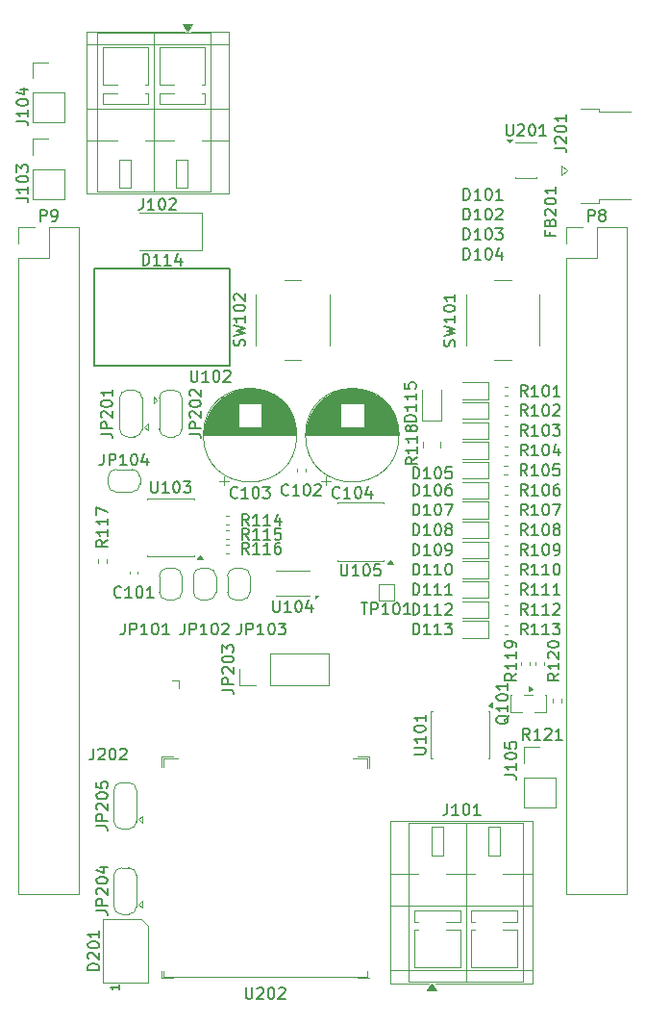
<source format=gbr>
G04 #@! TF.GenerationSoftware,KiCad,Pcbnew,9.0.6+1*
G04 #@! TF.CreationDate,2025-12-05T21:37:57+00:00*
G04 #@! TF.ProjectId,com4bbb,636f6d34-6262-4622-9e6b-696361645f70,0.2*
G04 #@! TF.SameCoordinates,Original*
G04 #@! TF.FileFunction,Legend,Top*
G04 #@! TF.FilePolarity,Positive*
%FSLAX46Y46*%
G04 Gerber Fmt 4.6, Leading zero omitted, Abs format (unit mm)*
G04 Created by KiCad (PCBNEW 9.0.6+1) date 2025-12-05 21:37:57*
%MOMM*%
%LPD*%
G01*
G04 APERTURE LIST*
%ADD10C,0.150000*%
%ADD11C,0.120000*%
%ADD12R,1.700000X1.700000*%
%ADD13C,1.700000*%
%ADD14R,1.500000X3.000000*%
%ADD15O,1.500000X3.000000*%
%ADD16R,1.500000X1.000000*%
%ADD17C,2.000000*%
%ADD18R,0.850000X1.600000*%
%ADD19R,1.500000X0.900000*%
%ADD20R,0.900000X1.500000*%
%ADD21R,0.900000X0.900000*%
%ADD22C,2.374900*%
%ADD23C,0.990600*%
%ADD24C,0.787400*%
%ADD25C,1.600000*%
%ADD26R,1.000000X1.000000*%
%ADD27R,1.650000X0.400000*%
%ADD28R,0.700000X1.825000*%
%ADD29R,1.500000X2.000000*%
%ADD30R,2.000000X1.350000*%
%ADD31O,1.700000X1.350000*%
%ADD32O,1.500000X1.100000*%
%ADD33R,2.500000X1.430000*%
%ADD34R,0.750000X0.300000*%
%ADD35R,1.300000X1.500000*%
G04 APERTURE END LIST*
D10*
X165162005Y-60457219D02*
X165162005Y-59457219D01*
X165162005Y-59457219D02*
X165542957Y-59457219D01*
X165542957Y-59457219D02*
X165638195Y-59504838D01*
X165638195Y-59504838D02*
X165685814Y-59552457D01*
X165685814Y-59552457D02*
X165733433Y-59647695D01*
X165733433Y-59647695D02*
X165733433Y-59790552D01*
X165733433Y-59790552D02*
X165685814Y-59885790D01*
X165685814Y-59885790D02*
X165638195Y-59933409D01*
X165638195Y-59933409D02*
X165542957Y-59981028D01*
X165542957Y-59981028D02*
X165162005Y-59981028D01*
X166304862Y-59885790D02*
X166209624Y-59838171D01*
X166209624Y-59838171D02*
X166162005Y-59790552D01*
X166162005Y-59790552D02*
X166114386Y-59695314D01*
X166114386Y-59695314D02*
X166114386Y-59647695D01*
X166114386Y-59647695D02*
X166162005Y-59552457D01*
X166162005Y-59552457D02*
X166209624Y-59504838D01*
X166209624Y-59504838D02*
X166304862Y-59457219D01*
X166304862Y-59457219D02*
X166495338Y-59457219D01*
X166495338Y-59457219D02*
X166590576Y-59504838D01*
X166590576Y-59504838D02*
X166638195Y-59552457D01*
X166638195Y-59552457D02*
X166685814Y-59647695D01*
X166685814Y-59647695D02*
X166685814Y-59695314D01*
X166685814Y-59695314D02*
X166638195Y-59790552D01*
X166638195Y-59790552D02*
X166590576Y-59838171D01*
X166590576Y-59838171D02*
X166495338Y-59885790D01*
X166495338Y-59885790D02*
X166304862Y-59885790D01*
X166304862Y-59885790D02*
X166209624Y-59933409D01*
X166209624Y-59933409D02*
X166162005Y-59981028D01*
X166162005Y-59981028D02*
X166114386Y-60076266D01*
X166114386Y-60076266D02*
X166114386Y-60266742D01*
X166114386Y-60266742D02*
X166162005Y-60361980D01*
X166162005Y-60361980D02*
X166209624Y-60409600D01*
X166209624Y-60409600D02*
X166304862Y-60457219D01*
X166304862Y-60457219D02*
X166495338Y-60457219D01*
X166495338Y-60457219D02*
X166590576Y-60409600D01*
X166590576Y-60409600D02*
X166638195Y-60361980D01*
X166638195Y-60361980D02*
X166685814Y-60266742D01*
X166685814Y-60266742D02*
X166685814Y-60076266D01*
X166685814Y-60076266D02*
X166638195Y-59981028D01*
X166638195Y-59981028D02*
X166590576Y-59933409D01*
X166590576Y-59933409D02*
X166495338Y-59885790D01*
X116902005Y-60457219D02*
X116902005Y-59457219D01*
X116902005Y-59457219D02*
X117282957Y-59457219D01*
X117282957Y-59457219D02*
X117378195Y-59504838D01*
X117378195Y-59504838D02*
X117425814Y-59552457D01*
X117425814Y-59552457D02*
X117473433Y-59647695D01*
X117473433Y-59647695D02*
X117473433Y-59790552D01*
X117473433Y-59790552D02*
X117425814Y-59885790D01*
X117425814Y-59885790D02*
X117378195Y-59933409D01*
X117378195Y-59933409D02*
X117282957Y-59981028D01*
X117282957Y-59981028D02*
X116902005Y-59981028D01*
X117949624Y-60457219D02*
X118140100Y-60457219D01*
X118140100Y-60457219D02*
X118235338Y-60409600D01*
X118235338Y-60409600D02*
X118282957Y-60361980D01*
X118282957Y-60361980D02*
X118378195Y-60219123D01*
X118378195Y-60219123D02*
X118425814Y-60028647D01*
X118425814Y-60028647D02*
X118425814Y-59647695D01*
X118425814Y-59647695D02*
X118378195Y-59552457D01*
X118378195Y-59552457D02*
X118330576Y-59504838D01*
X118330576Y-59504838D02*
X118235338Y-59457219D01*
X118235338Y-59457219D02*
X118044862Y-59457219D01*
X118044862Y-59457219D02*
X117949624Y-59504838D01*
X117949624Y-59504838D02*
X117902005Y-59552457D01*
X117902005Y-59552457D02*
X117854386Y-59647695D01*
X117854386Y-59647695D02*
X117854386Y-59885790D01*
X117854386Y-59885790D02*
X117902005Y-59981028D01*
X117902005Y-59981028D02*
X117949624Y-60028647D01*
X117949624Y-60028647D02*
X118044862Y-60076266D01*
X118044862Y-60076266D02*
X118235338Y-60076266D01*
X118235338Y-60076266D02*
X118330576Y-60028647D01*
X118330576Y-60028647D02*
X118378195Y-59981028D01*
X118378195Y-59981028D02*
X118425814Y-59885790D01*
X124001052Y-93491980D02*
X123953433Y-93539600D01*
X123953433Y-93539600D02*
X123810576Y-93587219D01*
X123810576Y-93587219D02*
X123715338Y-93587219D01*
X123715338Y-93587219D02*
X123572481Y-93539600D01*
X123572481Y-93539600D02*
X123477243Y-93444361D01*
X123477243Y-93444361D02*
X123429624Y-93349123D01*
X123429624Y-93349123D02*
X123382005Y-93158647D01*
X123382005Y-93158647D02*
X123382005Y-93015790D01*
X123382005Y-93015790D02*
X123429624Y-92825314D01*
X123429624Y-92825314D02*
X123477243Y-92730076D01*
X123477243Y-92730076D02*
X123572481Y-92634838D01*
X123572481Y-92634838D02*
X123715338Y-92587219D01*
X123715338Y-92587219D02*
X123810576Y-92587219D01*
X123810576Y-92587219D02*
X123953433Y-92634838D01*
X123953433Y-92634838D02*
X124001052Y-92682457D01*
X124953433Y-93587219D02*
X124382005Y-93587219D01*
X124667719Y-93587219D02*
X124667719Y-92587219D01*
X124667719Y-92587219D02*
X124572481Y-92730076D01*
X124572481Y-92730076D02*
X124477243Y-92825314D01*
X124477243Y-92825314D02*
X124382005Y-92872933D01*
X125572481Y-92587219D02*
X125667719Y-92587219D01*
X125667719Y-92587219D02*
X125762957Y-92634838D01*
X125762957Y-92634838D02*
X125810576Y-92682457D01*
X125810576Y-92682457D02*
X125858195Y-92777695D01*
X125858195Y-92777695D02*
X125905814Y-92968171D01*
X125905814Y-92968171D02*
X125905814Y-93206266D01*
X125905814Y-93206266D02*
X125858195Y-93396742D01*
X125858195Y-93396742D02*
X125810576Y-93491980D01*
X125810576Y-93491980D02*
X125762957Y-93539600D01*
X125762957Y-93539600D02*
X125667719Y-93587219D01*
X125667719Y-93587219D02*
X125572481Y-93587219D01*
X125572481Y-93587219D02*
X125477243Y-93539600D01*
X125477243Y-93539600D02*
X125429624Y-93491980D01*
X125429624Y-93491980D02*
X125382005Y-93396742D01*
X125382005Y-93396742D02*
X125334386Y-93206266D01*
X125334386Y-93206266D02*
X125334386Y-92968171D01*
X125334386Y-92968171D02*
X125382005Y-92777695D01*
X125382005Y-92777695D02*
X125429624Y-92682457D01*
X125429624Y-92682457D02*
X125477243Y-92634838D01*
X125477243Y-92634838D02*
X125572481Y-92587219D01*
X126858195Y-93587219D02*
X126286767Y-93587219D01*
X126572481Y-93587219D02*
X126572481Y-92587219D01*
X126572481Y-92587219D02*
X126477243Y-92730076D01*
X126477243Y-92730076D02*
X126382005Y-92825314D01*
X126382005Y-92825314D02*
X126286767Y-92872933D01*
X152734385Y-111717219D02*
X152734385Y-112431504D01*
X152734385Y-112431504D02*
X152686766Y-112574361D01*
X152686766Y-112574361D02*
X152591528Y-112669600D01*
X152591528Y-112669600D02*
X152448671Y-112717219D01*
X152448671Y-112717219D02*
X152353433Y-112717219D01*
X153734385Y-112717219D02*
X153162957Y-112717219D01*
X153448671Y-112717219D02*
X153448671Y-111717219D01*
X153448671Y-111717219D02*
X153353433Y-111860076D01*
X153353433Y-111860076D02*
X153258195Y-111955314D01*
X153258195Y-111955314D02*
X153162957Y-112002933D01*
X154353433Y-111717219D02*
X154448671Y-111717219D01*
X154448671Y-111717219D02*
X154543909Y-111764838D01*
X154543909Y-111764838D02*
X154591528Y-111812457D01*
X154591528Y-111812457D02*
X154639147Y-111907695D01*
X154639147Y-111907695D02*
X154686766Y-112098171D01*
X154686766Y-112098171D02*
X154686766Y-112336266D01*
X154686766Y-112336266D02*
X154639147Y-112526742D01*
X154639147Y-112526742D02*
X154591528Y-112621980D01*
X154591528Y-112621980D02*
X154543909Y-112669600D01*
X154543909Y-112669600D02*
X154448671Y-112717219D01*
X154448671Y-112717219D02*
X154353433Y-112717219D01*
X154353433Y-112717219D02*
X154258195Y-112669600D01*
X154258195Y-112669600D02*
X154210576Y-112621980D01*
X154210576Y-112621980D02*
X154162957Y-112526742D01*
X154162957Y-112526742D02*
X154115338Y-112336266D01*
X154115338Y-112336266D02*
X154115338Y-112098171D01*
X154115338Y-112098171D02*
X154162957Y-111907695D01*
X154162957Y-111907695D02*
X154210576Y-111812457D01*
X154210576Y-111812457D02*
X154258195Y-111764838D01*
X154258195Y-111764838D02*
X154353433Y-111717219D01*
X155639147Y-112717219D02*
X155067719Y-112717219D01*
X155353433Y-112717219D02*
X155353433Y-111717219D01*
X155353433Y-111717219D02*
X155258195Y-111860076D01*
X155258195Y-111860076D02*
X155162957Y-111955314D01*
X155162957Y-111955314D02*
X155067719Y-112002933D01*
X122224919Y-79168114D02*
X122939204Y-79168114D01*
X122939204Y-79168114D02*
X123082061Y-79215733D01*
X123082061Y-79215733D02*
X123177300Y-79310971D01*
X123177300Y-79310971D02*
X123224919Y-79453828D01*
X123224919Y-79453828D02*
X123224919Y-79549066D01*
X123224919Y-78691923D02*
X122224919Y-78691923D01*
X122224919Y-78691923D02*
X122224919Y-78310971D01*
X122224919Y-78310971D02*
X122272538Y-78215733D01*
X122272538Y-78215733D02*
X122320157Y-78168114D01*
X122320157Y-78168114D02*
X122415395Y-78120495D01*
X122415395Y-78120495D02*
X122558252Y-78120495D01*
X122558252Y-78120495D02*
X122653490Y-78168114D01*
X122653490Y-78168114D02*
X122701109Y-78215733D01*
X122701109Y-78215733D02*
X122748728Y-78310971D01*
X122748728Y-78310971D02*
X122748728Y-78691923D01*
X122320157Y-77739542D02*
X122272538Y-77691923D01*
X122272538Y-77691923D02*
X122224919Y-77596685D01*
X122224919Y-77596685D02*
X122224919Y-77358590D01*
X122224919Y-77358590D02*
X122272538Y-77263352D01*
X122272538Y-77263352D02*
X122320157Y-77215733D01*
X122320157Y-77215733D02*
X122415395Y-77168114D01*
X122415395Y-77168114D02*
X122510633Y-77168114D01*
X122510633Y-77168114D02*
X122653490Y-77215733D01*
X122653490Y-77215733D02*
X123224919Y-77787161D01*
X123224919Y-77787161D02*
X123224919Y-77168114D01*
X122224919Y-76549066D02*
X122224919Y-76453828D01*
X122224919Y-76453828D02*
X122272538Y-76358590D01*
X122272538Y-76358590D02*
X122320157Y-76310971D01*
X122320157Y-76310971D02*
X122415395Y-76263352D01*
X122415395Y-76263352D02*
X122605871Y-76215733D01*
X122605871Y-76215733D02*
X122843966Y-76215733D01*
X122843966Y-76215733D02*
X123034442Y-76263352D01*
X123034442Y-76263352D02*
X123129680Y-76310971D01*
X123129680Y-76310971D02*
X123177300Y-76358590D01*
X123177300Y-76358590D02*
X123224919Y-76453828D01*
X123224919Y-76453828D02*
X123224919Y-76549066D01*
X123224919Y-76549066D02*
X123177300Y-76644304D01*
X123177300Y-76644304D02*
X123129680Y-76691923D01*
X123129680Y-76691923D02*
X123034442Y-76739542D01*
X123034442Y-76739542D02*
X122843966Y-76787161D01*
X122843966Y-76787161D02*
X122605871Y-76787161D01*
X122605871Y-76787161D02*
X122415395Y-76739542D01*
X122415395Y-76739542D02*
X122320157Y-76691923D01*
X122320157Y-76691923D02*
X122272538Y-76644304D01*
X122272538Y-76644304D02*
X122224919Y-76549066D01*
X123224919Y-75263352D02*
X123224919Y-75834780D01*
X123224919Y-75549066D02*
X122224919Y-75549066D01*
X122224919Y-75549066D02*
X122367776Y-75644304D01*
X122367776Y-75644304D02*
X122463014Y-75739542D01*
X122463014Y-75739542D02*
X122510633Y-75834780D01*
X130024919Y-79168114D02*
X130739204Y-79168114D01*
X130739204Y-79168114D02*
X130882061Y-79215733D01*
X130882061Y-79215733D02*
X130977300Y-79310971D01*
X130977300Y-79310971D02*
X131024919Y-79453828D01*
X131024919Y-79453828D02*
X131024919Y-79549066D01*
X131024919Y-78691923D02*
X130024919Y-78691923D01*
X130024919Y-78691923D02*
X130024919Y-78310971D01*
X130024919Y-78310971D02*
X130072538Y-78215733D01*
X130072538Y-78215733D02*
X130120157Y-78168114D01*
X130120157Y-78168114D02*
X130215395Y-78120495D01*
X130215395Y-78120495D02*
X130358252Y-78120495D01*
X130358252Y-78120495D02*
X130453490Y-78168114D01*
X130453490Y-78168114D02*
X130501109Y-78215733D01*
X130501109Y-78215733D02*
X130548728Y-78310971D01*
X130548728Y-78310971D02*
X130548728Y-78691923D01*
X130120157Y-77739542D02*
X130072538Y-77691923D01*
X130072538Y-77691923D02*
X130024919Y-77596685D01*
X130024919Y-77596685D02*
X130024919Y-77358590D01*
X130024919Y-77358590D02*
X130072538Y-77263352D01*
X130072538Y-77263352D02*
X130120157Y-77215733D01*
X130120157Y-77215733D02*
X130215395Y-77168114D01*
X130215395Y-77168114D02*
X130310633Y-77168114D01*
X130310633Y-77168114D02*
X130453490Y-77215733D01*
X130453490Y-77215733D02*
X131024919Y-77787161D01*
X131024919Y-77787161D02*
X131024919Y-77168114D01*
X130024919Y-76549066D02*
X130024919Y-76453828D01*
X130024919Y-76453828D02*
X130072538Y-76358590D01*
X130072538Y-76358590D02*
X130120157Y-76310971D01*
X130120157Y-76310971D02*
X130215395Y-76263352D01*
X130215395Y-76263352D02*
X130405871Y-76215733D01*
X130405871Y-76215733D02*
X130643966Y-76215733D01*
X130643966Y-76215733D02*
X130834442Y-76263352D01*
X130834442Y-76263352D02*
X130929680Y-76310971D01*
X130929680Y-76310971D02*
X130977300Y-76358590D01*
X130977300Y-76358590D02*
X131024919Y-76453828D01*
X131024919Y-76453828D02*
X131024919Y-76549066D01*
X131024919Y-76549066D02*
X130977300Y-76644304D01*
X130977300Y-76644304D02*
X130929680Y-76691923D01*
X130929680Y-76691923D02*
X130834442Y-76739542D01*
X130834442Y-76739542D02*
X130643966Y-76787161D01*
X130643966Y-76787161D02*
X130405871Y-76787161D01*
X130405871Y-76787161D02*
X130215395Y-76739542D01*
X130215395Y-76739542D02*
X130120157Y-76691923D01*
X130120157Y-76691923D02*
X130072538Y-76644304D01*
X130072538Y-76644304D02*
X130024919Y-76549066D01*
X130120157Y-75834780D02*
X130072538Y-75787161D01*
X130072538Y-75787161D02*
X130024919Y-75691923D01*
X130024919Y-75691923D02*
X130024919Y-75453828D01*
X130024919Y-75453828D02*
X130072538Y-75358590D01*
X130072538Y-75358590D02*
X130120157Y-75310971D01*
X130120157Y-75310971D02*
X130215395Y-75263352D01*
X130215395Y-75263352D02*
X130310633Y-75263352D01*
X130310633Y-75263352D02*
X130453490Y-75310971D01*
X130453490Y-75310971D02*
X131024919Y-75882399D01*
X131024919Y-75882399D02*
X131024919Y-75263352D01*
X121824919Y-121118114D02*
X122539204Y-121118114D01*
X122539204Y-121118114D02*
X122682061Y-121165733D01*
X122682061Y-121165733D02*
X122777300Y-121260971D01*
X122777300Y-121260971D02*
X122824919Y-121403828D01*
X122824919Y-121403828D02*
X122824919Y-121499066D01*
X122824919Y-120641923D02*
X121824919Y-120641923D01*
X121824919Y-120641923D02*
X121824919Y-120260971D01*
X121824919Y-120260971D02*
X121872538Y-120165733D01*
X121872538Y-120165733D02*
X121920157Y-120118114D01*
X121920157Y-120118114D02*
X122015395Y-120070495D01*
X122015395Y-120070495D02*
X122158252Y-120070495D01*
X122158252Y-120070495D02*
X122253490Y-120118114D01*
X122253490Y-120118114D02*
X122301109Y-120165733D01*
X122301109Y-120165733D02*
X122348728Y-120260971D01*
X122348728Y-120260971D02*
X122348728Y-120641923D01*
X121920157Y-119689542D02*
X121872538Y-119641923D01*
X121872538Y-119641923D02*
X121824919Y-119546685D01*
X121824919Y-119546685D02*
X121824919Y-119308590D01*
X121824919Y-119308590D02*
X121872538Y-119213352D01*
X121872538Y-119213352D02*
X121920157Y-119165733D01*
X121920157Y-119165733D02*
X122015395Y-119118114D01*
X122015395Y-119118114D02*
X122110633Y-119118114D01*
X122110633Y-119118114D02*
X122253490Y-119165733D01*
X122253490Y-119165733D02*
X122824919Y-119737161D01*
X122824919Y-119737161D02*
X122824919Y-119118114D01*
X121824919Y-118499066D02*
X121824919Y-118403828D01*
X121824919Y-118403828D02*
X121872538Y-118308590D01*
X121872538Y-118308590D02*
X121920157Y-118260971D01*
X121920157Y-118260971D02*
X122015395Y-118213352D01*
X122015395Y-118213352D02*
X122205871Y-118165733D01*
X122205871Y-118165733D02*
X122443966Y-118165733D01*
X122443966Y-118165733D02*
X122634442Y-118213352D01*
X122634442Y-118213352D02*
X122729680Y-118260971D01*
X122729680Y-118260971D02*
X122777300Y-118308590D01*
X122777300Y-118308590D02*
X122824919Y-118403828D01*
X122824919Y-118403828D02*
X122824919Y-118499066D01*
X122824919Y-118499066D02*
X122777300Y-118594304D01*
X122777300Y-118594304D02*
X122729680Y-118641923D01*
X122729680Y-118641923D02*
X122634442Y-118689542D01*
X122634442Y-118689542D02*
X122443966Y-118737161D01*
X122443966Y-118737161D02*
X122205871Y-118737161D01*
X122205871Y-118737161D02*
X122015395Y-118689542D01*
X122015395Y-118689542D02*
X121920157Y-118641923D01*
X121920157Y-118641923D02*
X121872538Y-118594304D01*
X121872538Y-118594304D02*
X121824919Y-118499066D01*
X122158252Y-117308590D02*
X122824919Y-117308590D01*
X121777300Y-117546685D02*
X122491585Y-117784780D01*
X122491585Y-117784780D02*
X122491585Y-117165733D01*
X121824919Y-113668114D02*
X122539204Y-113668114D01*
X122539204Y-113668114D02*
X122682061Y-113715733D01*
X122682061Y-113715733D02*
X122777300Y-113810971D01*
X122777300Y-113810971D02*
X122824919Y-113953828D01*
X122824919Y-113953828D02*
X122824919Y-114049066D01*
X122824919Y-113191923D02*
X121824919Y-113191923D01*
X121824919Y-113191923D02*
X121824919Y-112810971D01*
X121824919Y-112810971D02*
X121872538Y-112715733D01*
X121872538Y-112715733D02*
X121920157Y-112668114D01*
X121920157Y-112668114D02*
X122015395Y-112620495D01*
X122015395Y-112620495D02*
X122158252Y-112620495D01*
X122158252Y-112620495D02*
X122253490Y-112668114D01*
X122253490Y-112668114D02*
X122301109Y-112715733D01*
X122301109Y-112715733D02*
X122348728Y-112810971D01*
X122348728Y-112810971D02*
X122348728Y-113191923D01*
X121920157Y-112239542D02*
X121872538Y-112191923D01*
X121872538Y-112191923D02*
X121824919Y-112096685D01*
X121824919Y-112096685D02*
X121824919Y-111858590D01*
X121824919Y-111858590D02*
X121872538Y-111763352D01*
X121872538Y-111763352D02*
X121920157Y-111715733D01*
X121920157Y-111715733D02*
X122015395Y-111668114D01*
X122015395Y-111668114D02*
X122110633Y-111668114D01*
X122110633Y-111668114D02*
X122253490Y-111715733D01*
X122253490Y-111715733D02*
X122824919Y-112287161D01*
X122824919Y-112287161D02*
X122824919Y-111668114D01*
X121824919Y-111049066D02*
X121824919Y-110953828D01*
X121824919Y-110953828D02*
X121872538Y-110858590D01*
X121872538Y-110858590D02*
X121920157Y-110810971D01*
X121920157Y-110810971D02*
X122015395Y-110763352D01*
X122015395Y-110763352D02*
X122205871Y-110715733D01*
X122205871Y-110715733D02*
X122443966Y-110715733D01*
X122443966Y-110715733D02*
X122634442Y-110763352D01*
X122634442Y-110763352D02*
X122729680Y-110810971D01*
X122729680Y-110810971D02*
X122777300Y-110858590D01*
X122777300Y-110858590D02*
X122824919Y-110953828D01*
X122824919Y-110953828D02*
X122824919Y-111049066D01*
X122824919Y-111049066D02*
X122777300Y-111144304D01*
X122777300Y-111144304D02*
X122729680Y-111191923D01*
X122729680Y-111191923D02*
X122634442Y-111239542D01*
X122634442Y-111239542D02*
X122443966Y-111287161D01*
X122443966Y-111287161D02*
X122205871Y-111287161D01*
X122205871Y-111287161D02*
X122015395Y-111239542D01*
X122015395Y-111239542D02*
X121920157Y-111191923D01*
X121920157Y-111191923D02*
X121872538Y-111144304D01*
X121872538Y-111144304D02*
X121824919Y-111049066D01*
X121824919Y-109810971D02*
X121824919Y-110287161D01*
X121824919Y-110287161D02*
X122301109Y-110334780D01*
X122301109Y-110334780D02*
X122253490Y-110287161D01*
X122253490Y-110287161D02*
X122205871Y-110191923D01*
X122205871Y-110191923D02*
X122205871Y-109953828D01*
X122205871Y-109953828D02*
X122253490Y-109858590D01*
X122253490Y-109858590D02*
X122301109Y-109810971D01*
X122301109Y-109810971D02*
X122396347Y-109763352D01*
X122396347Y-109763352D02*
X122634442Y-109763352D01*
X122634442Y-109763352D02*
X122729680Y-109810971D01*
X122729680Y-109810971D02*
X122777300Y-109858590D01*
X122777300Y-109858590D02*
X122824919Y-109953828D01*
X122824919Y-109953828D02*
X122824919Y-110191923D01*
X122824919Y-110191923D02*
X122777300Y-110287161D01*
X122777300Y-110287161D02*
X122729680Y-110334780D01*
X124334385Y-95837219D02*
X124334385Y-96551504D01*
X124334385Y-96551504D02*
X124286766Y-96694361D01*
X124286766Y-96694361D02*
X124191528Y-96789600D01*
X124191528Y-96789600D02*
X124048671Y-96837219D01*
X124048671Y-96837219D02*
X123953433Y-96837219D01*
X124810576Y-96837219D02*
X124810576Y-95837219D01*
X124810576Y-95837219D02*
X125191528Y-95837219D01*
X125191528Y-95837219D02*
X125286766Y-95884838D01*
X125286766Y-95884838D02*
X125334385Y-95932457D01*
X125334385Y-95932457D02*
X125382004Y-96027695D01*
X125382004Y-96027695D02*
X125382004Y-96170552D01*
X125382004Y-96170552D02*
X125334385Y-96265790D01*
X125334385Y-96265790D02*
X125286766Y-96313409D01*
X125286766Y-96313409D02*
X125191528Y-96361028D01*
X125191528Y-96361028D02*
X124810576Y-96361028D01*
X126334385Y-96837219D02*
X125762957Y-96837219D01*
X126048671Y-96837219D02*
X126048671Y-95837219D01*
X126048671Y-95837219D02*
X125953433Y-95980076D01*
X125953433Y-95980076D02*
X125858195Y-96075314D01*
X125858195Y-96075314D02*
X125762957Y-96122933D01*
X126953433Y-95837219D02*
X127048671Y-95837219D01*
X127048671Y-95837219D02*
X127143909Y-95884838D01*
X127143909Y-95884838D02*
X127191528Y-95932457D01*
X127191528Y-95932457D02*
X127239147Y-96027695D01*
X127239147Y-96027695D02*
X127286766Y-96218171D01*
X127286766Y-96218171D02*
X127286766Y-96456266D01*
X127286766Y-96456266D02*
X127239147Y-96646742D01*
X127239147Y-96646742D02*
X127191528Y-96741980D01*
X127191528Y-96741980D02*
X127143909Y-96789600D01*
X127143909Y-96789600D02*
X127048671Y-96837219D01*
X127048671Y-96837219D02*
X126953433Y-96837219D01*
X126953433Y-96837219D02*
X126858195Y-96789600D01*
X126858195Y-96789600D02*
X126810576Y-96741980D01*
X126810576Y-96741980D02*
X126762957Y-96646742D01*
X126762957Y-96646742D02*
X126715338Y-96456266D01*
X126715338Y-96456266D02*
X126715338Y-96218171D01*
X126715338Y-96218171D02*
X126762957Y-96027695D01*
X126762957Y-96027695D02*
X126810576Y-95932457D01*
X126810576Y-95932457D02*
X126858195Y-95884838D01*
X126858195Y-95884838D02*
X126953433Y-95837219D01*
X128239147Y-96837219D02*
X127667719Y-96837219D01*
X127953433Y-96837219D02*
X127953433Y-95837219D01*
X127953433Y-95837219D02*
X127858195Y-95980076D01*
X127858195Y-95980076D02*
X127762957Y-96075314D01*
X127762957Y-96075314D02*
X127667719Y-96122933D01*
X134584385Y-95837219D02*
X134584385Y-96551504D01*
X134584385Y-96551504D02*
X134536766Y-96694361D01*
X134536766Y-96694361D02*
X134441528Y-96789600D01*
X134441528Y-96789600D02*
X134298671Y-96837219D01*
X134298671Y-96837219D02*
X134203433Y-96837219D01*
X135060576Y-96837219D02*
X135060576Y-95837219D01*
X135060576Y-95837219D02*
X135441528Y-95837219D01*
X135441528Y-95837219D02*
X135536766Y-95884838D01*
X135536766Y-95884838D02*
X135584385Y-95932457D01*
X135584385Y-95932457D02*
X135632004Y-96027695D01*
X135632004Y-96027695D02*
X135632004Y-96170552D01*
X135632004Y-96170552D02*
X135584385Y-96265790D01*
X135584385Y-96265790D02*
X135536766Y-96313409D01*
X135536766Y-96313409D02*
X135441528Y-96361028D01*
X135441528Y-96361028D02*
X135060576Y-96361028D01*
X136584385Y-96837219D02*
X136012957Y-96837219D01*
X136298671Y-96837219D02*
X136298671Y-95837219D01*
X136298671Y-95837219D02*
X136203433Y-95980076D01*
X136203433Y-95980076D02*
X136108195Y-96075314D01*
X136108195Y-96075314D02*
X136012957Y-96122933D01*
X137203433Y-95837219D02*
X137298671Y-95837219D01*
X137298671Y-95837219D02*
X137393909Y-95884838D01*
X137393909Y-95884838D02*
X137441528Y-95932457D01*
X137441528Y-95932457D02*
X137489147Y-96027695D01*
X137489147Y-96027695D02*
X137536766Y-96218171D01*
X137536766Y-96218171D02*
X137536766Y-96456266D01*
X137536766Y-96456266D02*
X137489147Y-96646742D01*
X137489147Y-96646742D02*
X137441528Y-96741980D01*
X137441528Y-96741980D02*
X137393909Y-96789600D01*
X137393909Y-96789600D02*
X137298671Y-96837219D01*
X137298671Y-96837219D02*
X137203433Y-96837219D01*
X137203433Y-96837219D02*
X137108195Y-96789600D01*
X137108195Y-96789600D02*
X137060576Y-96741980D01*
X137060576Y-96741980D02*
X137012957Y-96646742D01*
X137012957Y-96646742D02*
X136965338Y-96456266D01*
X136965338Y-96456266D02*
X136965338Y-96218171D01*
X136965338Y-96218171D02*
X137012957Y-96027695D01*
X137012957Y-96027695D02*
X137060576Y-95932457D01*
X137060576Y-95932457D02*
X137108195Y-95884838D01*
X137108195Y-95884838D02*
X137203433Y-95837219D01*
X137870100Y-95837219D02*
X138489147Y-95837219D01*
X138489147Y-95837219D02*
X138155814Y-96218171D01*
X138155814Y-96218171D02*
X138298671Y-96218171D01*
X138298671Y-96218171D02*
X138393909Y-96265790D01*
X138393909Y-96265790D02*
X138441528Y-96313409D01*
X138441528Y-96313409D02*
X138489147Y-96408647D01*
X138489147Y-96408647D02*
X138489147Y-96646742D01*
X138489147Y-96646742D02*
X138441528Y-96741980D01*
X138441528Y-96741980D02*
X138393909Y-96789600D01*
X138393909Y-96789600D02*
X138298671Y-96837219D01*
X138298671Y-96837219D02*
X138012957Y-96837219D01*
X138012957Y-96837219D02*
X137917719Y-96789600D01*
X137917719Y-96789600D02*
X137870100Y-96741980D01*
X159792052Y-75887219D02*
X159458719Y-75411028D01*
X159220624Y-75887219D02*
X159220624Y-74887219D01*
X159220624Y-74887219D02*
X159601576Y-74887219D01*
X159601576Y-74887219D02*
X159696814Y-74934838D01*
X159696814Y-74934838D02*
X159744433Y-74982457D01*
X159744433Y-74982457D02*
X159792052Y-75077695D01*
X159792052Y-75077695D02*
X159792052Y-75220552D01*
X159792052Y-75220552D02*
X159744433Y-75315790D01*
X159744433Y-75315790D02*
X159696814Y-75363409D01*
X159696814Y-75363409D02*
X159601576Y-75411028D01*
X159601576Y-75411028D02*
X159220624Y-75411028D01*
X160744433Y-75887219D02*
X160173005Y-75887219D01*
X160458719Y-75887219D02*
X160458719Y-74887219D01*
X160458719Y-74887219D02*
X160363481Y-75030076D01*
X160363481Y-75030076D02*
X160268243Y-75125314D01*
X160268243Y-75125314D02*
X160173005Y-75172933D01*
X161363481Y-74887219D02*
X161458719Y-74887219D01*
X161458719Y-74887219D02*
X161553957Y-74934838D01*
X161553957Y-74934838D02*
X161601576Y-74982457D01*
X161601576Y-74982457D02*
X161649195Y-75077695D01*
X161649195Y-75077695D02*
X161696814Y-75268171D01*
X161696814Y-75268171D02*
X161696814Y-75506266D01*
X161696814Y-75506266D02*
X161649195Y-75696742D01*
X161649195Y-75696742D02*
X161601576Y-75791980D01*
X161601576Y-75791980D02*
X161553957Y-75839600D01*
X161553957Y-75839600D02*
X161458719Y-75887219D01*
X161458719Y-75887219D02*
X161363481Y-75887219D01*
X161363481Y-75887219D02*
X161268243Y-75839600D01*
X161268243Y-75839600D02*
X161220624Y-75791980D01*
X161220624Y-75791980D02*
X161173005Y-75696742D01*
X161173005Y-75696742D02*
X161125386Y-75506266D01*
X161125386Y-75506266D02*
X161125386Y-75268171D01*
X161125386Y-75268171D02*
X161173005Y-75077695D01*
X161173005Y-75077695D02*
X161220624Y-74982457D01*
X161220624Y-74982457D02*
X161268243Y-74934838D01*
X161268243Y-74934838D02*
X161363481Y-74887219D01*
X162649195Y-75887219D02*
X162077767Y-75887219D01*
X162363481Y-75887219D02*
X162363481Y-74887219D01*
X162363481Y-74887219D02*
X162268243Y-75030076D01*
X162268243Y-75030076D02*
X162173005Y-75125314D01*
X162173005Y-75125314D02*
X162077767Y-75172933D01*
X159792052Y-77587219D02*
X159458719Y-77111028D01*
X159220624Y-77587219D02*
X159220624Y-76587219D01*
X159220624Y-76587219D02*
X159601576Y-76587219D01*
X159601576Y-76587219D02*
X159696814Y-76634838D01*
X159696814Y-76634838D02*
X159744433Y-76682457D01*
X159744433Y-76682457D02*
X159792052Y-76777695D01*
X159792052Y-76777695D02*
X159792052Y-76920552D01*
X159792052Y-76920552D02*
X159744433Y-77015790D01*
X159744433Y-77015790D02*
X159696814Y-77063409D01*
X159696814Y-77063409D02*
X159601576Y-77111028D01*
X159601576Y-77111028D02*
X159220624Y-77111028D01*
X160744433Y-77587219D02*
X160173005Y-77587219D01*
X160458719Y-77587219D02*
X160458719Y-76587219D01*
X160458719Y-76587219D02*
X160363481Y-76730076D01*
X160363481Y-76730076D02*
X160268243Y-76825314D01*
X160268243Y-76825314D02*
X160173005Y-76872933D01*
X161363481Y-76587219D02*
X161458719Y-76587219D01*
X161458719Y-76587219D02*
X161553957Y-76634838D01*
X161553957Y-76634838D02*
X161601576Y-76682457D01*
X161601576Y-76682457D02*
X161649195Y-76777695D01*
X161649195Y-76777695D02*
X161696814Y-76968171D01*
X161696814Y-76968171D02*
X161696814Y-77206266D01*
X161696814Y-77206266D02*
X161649195Y-77396742D01*
X161649195Y-77396742D02*
X161601576Y-77491980D01*
X161601576Y-77491980D02*
X161553957Y-77539600D01*
X161553957Y-77539600D02*
X161458719Y-77587219D01*
X161458719Y-77587219D02*
X161363481Y-77587219D01*
X161363481Y-77587219D02*
X161268243Y-77539600D01*
X161268243Y-77539600D02*
X161220624Y-77491980D01*
X161220624Y-77491980D02*
X161173005Y-77396742D01*
X161173005Y-77396742D02*
X161125386Y-77206266D01*
X161125386Y-77206266D02*
X161125386Y-76968171D01*
X161125386Y-76968171D02*
X161173005Y-76777695D01*
X161173005Y-76777695D02*
X161220624Y-76682457D01*
X161220624Y-76682457D02*
X161268243Y-76634838D01*
X161268243Y-76634838D02*
X161363481Y-76587219D01*
X162077767Y-76682457D02*
X162125386Y-76634838D01*
X162125386Y-76634838D02*
X162220624Y-76587219D01*
X162220624Y-76587219D02*
X162458719Y-76587219D01*
X162458719Y-76587219D02*
X162553957Y-76634838D01*
X162553957Y-76634838D02*
X162601576Y-76682457D01*
X162601576Y-76682457D02*
X162649195Y-76777695D01*
X162649195Y-76777695D02*
X162649195Y-76872933D01*
X162649195Y-76872933D02*
X162601576Y-77015790D01*
X162601576Y-77015790D02*
X162030148Y-77587219D01*
X162030148Y-77587219D02*
X162649195Y-77587219D01*
X159792052Y-81087219D02*
X159458719Y-80611028D01*
X159220624Y-81087219D02*
X159220624Y-80087219D01*
X159220624Y-80087219D02*
X159601576Y-80087219D01*
X159601576Y-80087219D02*
X159696814Y-80134838D01*
X159696814Y-80134838D02*
X159744433Y-80182457D01*
X159744433Y-80182457D02*
X159792052Y-80277695D01*
X159792052Y-80277695D02*
X159792052Y-80420552D01*
X159792052Y-80420552D02*
X159744433Y-80515790D01*
X159744433Y-80515790D02*
X159696814Y-80563409D01*
X159696814Y-80563409D02*
X159601576Y-80611028D01*
X159601576Y-80611028D02*
X159220624Y-80611028D01*
X160744433Y-81087219D02*
X160173005Y-81087219D01*
X160458719Y-81087219D02*
X160458719Y-80087219D01*
X160458719Y-80087219D02*
X160363481Y-80230076D01*
X160363481Y-80230076D02*
X160268243Y-80325314D01*
X160268243Y-80325314D02*
X160173005Y-80372933D01*
X161363481Y-80087219D02*
X161458719Y-80087219D01*
X161458719Y-80087219D02*
X161553957Y-80134838D01*
X161553957Y-80134838D02*
X161601576Y-80182457D01*
X161601576Y-80182457D02*
X161649195Y-80277695D01*
X161649195Y-80277695D02*
X161696814Y-80468171D01*
X161696814Y-80468171D02*
X161696814Y-80706266D01*
X161696814Y-80706266D02*
X161649195Y-80896742D01*
X161649195Y-80896742D02*
X161601576Y-80991980D01*
X161601576Y-80991980D02*
X161553957Y-81039600D01*
X161553957Y-81039600D02*
X161458719Y-81087219D01*
X161458719Y-81087219D02*
X161363481Y-81087219D01*
X161363481Y-81087219D02*
X161268243Y-81039600D01*
X161268243Y-81039600D02*
X161220624Y-80991980D01*
X161220624Y-80991980D02*
X161173005Y-80896742D01*
X161173005Y-80896742D02*
X161125386Y-80706266D01*
X161125386Y-80706266D02*
X161125386Y-80468171D01*
X161125386Y-80468171D02*
X161173005Y-80277695D01*
X161173005Y-80277695D02*
X161220624Y-80182457D01*
X161220624Y-80182457D02*
X161268243Y-80134838D01*
X161268243Y-80134838D02*
X161363481Y-80087219D01*
X162553957Y-80420552D02*
X162553957Y-81087219D01*
X162315862Y-80039600D02*
X162077767Y-80753885D01*
X162077767Y-80753885D02*
X162696814Y-80753885D01*
X153377300Y-71468113D02*
X153424919Y-71325256D01*
X153424919Y-71325256D02*
X153424919Y-71087161D01*
X153424919Y-71087161D02*
X153377300Y-70991923D01*
X153377300Y-70991923D02*
X153329680Y-70944304D01*
X153329680Y-70944304D02*
X153234442Y-70896685D01*
X153234442Y-70896685D02*
X153139204Y-70896685D01*
X153139204Y-70896685D02*
X153043966Y-70944304D01*
X153043966Y-70944304D02*
X152996347Y-70991923D01*
X152996347Y-70991923D02*
X152948728Y-71087161D01*
X152948728Y-71087161D02*
X152901109Y-71277637D01*
X152901109Y-71277637D02*
X152853490Y-71372875D01*
X152853490Y-71372875D02*
X152805871Y-71420494D01*
X152805871Y-71420494D02*
X152710633Y-71468113D01*
X152710633Y-71468113D02*
X152615395Y-71468113D01*
X152615395Y-71468113D02*
X152520157Y-71420494D01*
X152520157Y-71420494D02*
X152472538Y-71372875D01*
X152472538Y-71372875D02*
X152424919Y-71277637D01*
X152424919Y-71277637D02*
X152424919Y-71039542D01*
X152424919Y-71039542D02*
X152472538Y-70896685D01*
X152424919Y-70563351D02*
X153424919Y-70325256D01*
X153424919Y-70325256D02*
X152710633Y-70134780D01*
X152710633Y-70134780D02*
X153424919Y-69944304D01*
X153424919Y-69944304D02*
X152424919Y-69706209D01*
X153424919Y-68801447D02*
X153424919Y-69372875D01*
X153424919Y-69087161D02*
X152424919Y-69087161D01*
X152424919Y-69087161D02*
X152567776Y-69182399D01*
X152567776Y-69182399D02*
X152663014Y-69277637D01*
X152663014Y-69277637D02*
X152710633Y-69372875D01*
X152424919Y-68182399D02*
X152424919Y-68087161D01*
X152424919Y-68087161D02*
X152472538Y-67991923D01*
X152472538Y-67991923D02*
X152520157Y-67944304D01*
X152520157Y-67944304D02*
X152615395Y-67896685D01*
X152615395Y-67896685D02*
X152805871Y-67849066D01*
X152805871Y-67849066D02*
X153043966Y-67849066D01*
X153043966Y-67849066D02*
X153234442Y-67896685D01*
X153234442Y-67896685D02*
X153329680Y-67944304D01*
X153329680Y-67944304D02*
X153377300Y-67991923D01*
X153377300Y-67991923D02*
X153424919Y-68087161D01*
X153424919Y-68087161D02*
X153424919Y-68182399D01*
X153424919Y-68182399D02*
X153377300Y-68277637D01*
X153377300Y-68277637D02*
X153329680Y-68325256D01*
X153329680Y-68325256D02*
X153234442Y-68372875D01*
X153234442Y-68372875D02*
X153043966Y-68420494D01*
X153043966Y-68420494D02*
X152805871Y-68420494D01*
X152805871Y-68420494D02*
X152615395Y-68372875D01*
X152615395Y-68372875D02*
X152520157Y-68325256D01*
X152520157Y-68325256D02*
X152472538Y-68277637D01*
X152472538Y-68277637D02*
X152424919Y-68182399D01*
X153424919Y-66896685D02*
X153424919Y-67468113D01*
X153424919Y-67182399D02*
X152424919Y-67182399D01*
X152424919Y-67182399D02*
X152567776Y-67277637D01*
X152567776Y-67277637D02*
X152663014Y-67372875D01*
X152663014Y-67372875D02*
X152710633Y-67468113D01*
X134877300Y-71418113D02*
X134924919Y-71275256D01*
X134924919Y-71275256D02*
X134924919Y-71037161D01*
X134924919Y-71037161D02*
X134877300Y-70941923D01*
X134877300Y-70941923D02*
X134829680Y-70894304D01*
X134829680Y-70894304D02*
X134734442Y-70846685D01*
X134734442Y-70846685D02*
X134639204Y-70846685D01*
X134639204Y-70846685D02*
X134543966Y-70894304D01*
X134543966Y-70894304D02*
X134496347Y-70941923D01*
X134496347Y-70941923D02*
X134448728Y-71037161D01*
X134448728Y-71037161D02*
X134401109Y-71227637D01*
X134401109Y-71227637D02*
X134353490Y-71322875D01*
X134353490Y-71322875D02*
X134305871Y-71370494D01*
X134305871Y-71370494D02*
X134210633Y-71418113D01*
X134210633Y-71418113D02*
X134115395Y-71418113D01*
X134115395Y-71418113D02*
X134020157Y-71370494D01*
X134020157Y-71370494D02*
X133972538Y-71322875D01*
X133972538Y-71322875D02*
X133924919Y-71227637D01*
X133924919Y-71227637D02*
X133924919Y-70989542D01*
X133924919Y-70989542D02*
X133972538Y-70846685D01*
X133924919Y-70513351D02*
X134924919Y-70275256D01*
X134924919Y-70275256D02*
X134210633Y-70084780D01*
X134210633Y-70084780D02*
X134924919Y-69894304D01*
X134924919Y-69894304D02*
X133924919Y-69656209D01*
X134924919Y-68751447D02*
X134924919Y-69322875D01*
X134924919Y-69037161D02*
X133924919Y-69037161D01*
X133924919Y-69037161D02*
X134067776Y-69132399D01*
X134067776Y-69132399D02*
X134163014Y-69227637D01*
X134163014Y-69227637D02*
X134210633Y-69322875D01*
X133924919Y-68132399D02*
X133924919Y-68037161D01*
X133924919Y-68037161D02*
X133972538Y-67941923D01*
X133972538Y-67941923D02*
X134020157Y-67894304D01*
X134020157Y-67894304D02*
X134115395Y-67846685D01*
X134115395Y-67846685D02*
X134305871Y-67799066D01*
X134305871Y-67799066D02*
X134543966Y-67799066D01*
X134543966Y-67799066D02*
X134734442Y-67846685D01*
X134734442Y-67846685D02*
X134829680Y-67894304D01*
X134829680Y-67894304D02*
X134877300Y-67941923D01*
X134877300Y-67941923D02*
X134924919Y-68037161D01*
X134924919Y-68037161D02*
X134924919Y-68132399D01*
X134924919Y-68132399D02*
X134877300Y-68227637D01*
X134877300Y-68227637D02*
X134829680Y-68275256D01*
X134829680Y-68275256D02*
X134734442Y-68322875D01*
X134734442Y-68322875D02*
X134543966Y-68370494D01*
X134543966Y-68370494D02*
X134305871Y-68370494D01*
X134305871Y-68370494D02*
X134115395Y-68322875D01*
X134115395Y-68322875D02*
X134020157Y-68275256D01*
X134020157Y-68275256D02*
X133972538Y-68227637D01*
X133972538Y-68227637D02*
X133924919Y-68132399D01*
X134020157Y-67418113D02*
X133972538Y-67370494D01*
X133972538Y-67370494D02*
X133924919Y-67275256D01*
X133924919Y-67275256D02*
X133924919Y-67037161D01*
X133924919Y-67037161D02*
X133972538Y-66941923D01*
X133972538Y-66941923D02*
X134020157Y-66894304D01*
X134020157Y-66894304D02*
X134115395Y-66846685D01*
X134115395Y-66846685D02*
X134210633Y-66846685D01*
X134210633Y-66846685D02*
X134353490Y-66894304D01*
X134353490Y-66894304D02*
X134924919Y-67465732D01*
X134924919Y-67465732D02*
X134924919Y-66846685D01*
X126655814Y-83337219D02*
X126655814Y-84146742D01*
X126655814Y-84146742D02*
X126703433Y-84241980D01*
X126703433Y-84241980D02*
X126751052Y-84289600D01*
X126751052Y-84289600D02*
X126846290Y-84337219D01*
X126846290Y-84337219D02*
X127036766Y-84337219D01*
X127036766Y-84337219D02*
X127132004Y-84289600D01*
X127132004Y-84289600D02*
X127179623Y-84241980D01*
X127179623Y-84241980D02*
X127227242Y-84146742D01*
X127227242Y-84146742D02*
X127227242Y-83337219D01*
X128227242Y-84337219D02*
X127655814Y-84337219D01*
X127941528Y-84337219D02*
X127941528Y-83337219D01*
X127941528Y-83337219D02*
X127846290Y-83480076D01*
X127846290Y-83480076D02*
X127751052Y-83575314D01*
X127751052Y-83575314D02*
X127655814Y-83622933D01*
X128846290Y-83337219D02*
X128941528Y-83337219D01*
X128941528Y-83337219D02*
X129036766Y-83384838D01*
X129036766Y-83384838D02*
X129084385Y-83432457D01*
X129084385Y-83432457D02*
X129132004Y-83527695D01*
X129132004Y-83527695D02*
X129179623Y-83718171D01*
X129179623Y-83718171D02*
X129179623Y-83956266D01*
X129179623Y-83956266D02*
X129132004Y-84146742D01*
X129132004Y-84146742D02*
X129084385Y-84241980D01*
X129084385Y-84241980D02*
X129036766Y-84289600D01*
X129036766Y-84289600D02*
X128941528Y-84337219D01*
X128941528Y-84337219D02*
X128846290Y-84337219D01*
X128846290Y-84337219D02*
X128751052Y-84289600D01*
X128751052Y-84289600D02*
X128703433Y-84241980D01*
X128703433Y-84241980D02*
X128655814Y-84146742D01*
X128655814Y-84146742D02*
X128608195Y-83956266D01*
X128608195Y-83956266D02*
X128608195Y-83718171D01*
X128608195Y-83718171D02*
X128655814Y-83527695D01*
X128655814Y-83527695D02*
X128703433Y-83432457D01*
X128703433Y-83432457D02*
X128751052Y-83384838D01*
X128751052Y-83384838D02*
X128846290Y-83337219D01*
X129512957Y-83337219D02*
X130132004Y-83337219D01*
X130132004Y-83337219D02*
X129798671Y-83718171D01*
X129798671Y-83718171D02*
X129941528Y-83718171D01*
X129941528Y-83718171D02*
X130036766Y-83765790D01*
X130036766Y-83765790D02*
X130084385Y-83813409D01*
X130084385Y-83813409D02*
X130132004Y-83908647D01*
X130132004Y-83908647D02*
X130132004Y-84146742D01*
X130132004Y-84146742D02*
X130084385Y-84241980D01*
X130084385Y-84241980D02*
X130036766Y-84289600D01*
X130036766Y-84289600D02*
X129941528Y-84337219D01*
X129941528Y-84337219D02*
X129655814Y-84337219D01*
X129655814Y-84337219D02*
X129560576Y-84289600D01*
X129560576Y-84289600D02*
X129512957Y-84241980D01*
X154179624Y-58587219D02*
X154179624Y-57587219D01*
X154179624Y-57587219D02*
X154417719Y-57587219D01*
X154417719Y-57587219D02*
X154560576Y-57634838D01*
X154560576Y-57634838D02*
X154655814Y-57730076D01*
X154655814Y-57730076D02*
X154703433Y-57825314D01*
X154703433Y-57825314D02*
X154751052Y-58015790D01*
X154751052Y-58015790D02*
X154751052Y-58158647D01*
X154751052Y-58158647D02*
X154703433Y-58349123D01*
X154703433Y-58349123D02*
X154655814Y-58444361D01*
X154655814Y-58444361D02*
X154560576Y-58539600D01*
X154560576Y-58539600D02*
X154417719Y-58587219D01*
X154417719Y-58587219D02*
X154179624Y-58587219D01*
X155703433Y-58587219D02*
X155132005Y-58587219D01*
X155417719Y-58587219D02*
X155417719Y-57587219D01*
X155417719Y-57587219D02*
X155322481Y-57730076D01*
X155322481Y-57730076D02*
X155227243Y-57825314D01*
X155227243Y-57825314D02*
X155132005Y-57872933D01*
X156322481Y-57587219D02*
X156417719Y-57587219D01*
X156417719Y-57587219D02*
X156512957Y-57634838D01*
X156512957Y-57634838D02*
X156560576Y-57682457D01*
X156560576Y-57682457D02*
X156608195Y-57777695D01*
X156608195Y-57777695D02*
X156655814Y-57968171D01*
X156655814Y-57968171D02*
X156655814Y-58206266D01*
X156655814Y-58206266D02*
X156608195Y-58396742D01*
X156608195Y-58396742D02*
X156560576Y-58491980D01*
X156560576Y-58491980D02*
X156512957Y-58539600D01*
X156512957Y-58539600D02*
X156417719Y-58587219D01*
X156417719Y-58587219D02*
X156322481Y-58587219D01*
X156322481Y-58587219D02*
X156227243Y-58539600D01*
X156227243Y-58539600D02*
X156179624Y-58491980D01*
X156179624Y-58491980D02*
X156132005Y-58396742D01*
X156132005Y-58396742D02*
X156084386Y-58206266D01*
X156084386Y-58206266D02*
X156084386Y-57968171D01*
X156084386Y-57968171D02*
X156132005Y-57777695D01*
X156132005Y-57777695D02*
X156179624Y-57682457D01*
X156179624Y-57682457D02*
X156227243Y-57634838D01*
X156227243Y-57634838D02*
X156322481Y-57587219D01*
X157608195Y-58587219D02*
X157036767Y-58587219D01*
X157322481Y-58587219D02*
X157322481Y-57587219D01*
X157322481Y-57587219D02*
X157227243Y-57730076D01*
X157227243Y-57730076D02*
X157132005Y-57825314D01*
X157132005Y-57825314D02*
X157036767Y-57872933D01*
X154179624Y-60337219D02*
X154179624Y-59337219D01*
X154179624Y-59337219D02*
X154417719Y-59337219D01*
X154417719Y-59337219D02*
X154560576Y-59384838D01*
X154560576Y-59384838D02*
X154655814Y-59480076D01*
X154655814Y-59480076D02*
X154703433Y-59575314D01*
X154703433Y-59575314D02*
X154751052Y-59765790D01*
X154751052Y-59765790D02*
X154751052Y-59908647D01*
X154751052Y-59908647D02*
X154703433Y-60099123D01*
X154703433Y-60099123D02*
X154655814Y-60194361D01*
X154655814Y-60194361D02*
X154560576Y-60289600D01*
X154560576Y-60289600D02*
X154417719Y-60337219D01*
X154417719Y-60337219D02*
X154179624Y-60337219D01*
X155703433Y-60337219D02*
X155132005Y-60337219D01*
X155417719Y-60337219D02*
X155417719Y-59337219D01*
X155417719Y-59337219D02*
X155322481Y-59480076D01*
X155322481Y-59480076D02*
X155227243Y-59575314D01*
X155227243Y-59575314D02*
X155132005Y-59622933D01*
X156322481Y-59337219D02*
X156417719Y-59337219D01*
X156417719Y-59337219D02*
X156512957Y-59384838D01*
X156512957Y-59384838D02*
X156560576Y-59432457D01*
X156560576Y-59432457D02*
X156608195Y-59527695D01*
X156608195Y-59527695D02*
X156655814Y-59718171D01*
X156655814Y-59718171D02*
X156655814Y-59956266D01*
X156655814Y-59956266D02*
X156608195Y-60146742D01*
X156608195Y-60146742D02*
X156560576Y-60241980D01*
X156560576Y-60241980D02*
X156512957Y-60289600D01*
X156512957Y-60289600D02*
X156417719Y-60337219D01*
X156417719Y-60337219D02*
X156322481Y-60337219D01*
X156322481Y-60337219D02*
X156227243Y-60289600D01*
X156227243Y-60289600D02*
X156179624Y-60241980D01*
X156179624Y-60241980D02*
X156132005Y-60146742D01*
X156132005Y-60146742D02*
X156084386Y-59956266D01*
X156084386Y-59956266D02*
X156084386Y-59718171D01*
X156084386Y-59718171D02*
X156132005Y-59527695D01*
X156132005Y-59527695D02*
X156179624Y-59432457D01*
X156179624Y-59432457D02*
X156227243Y-59384838D01*
X156227243Y-59384838D02*
X156322481Y-59337219D01*
X157036767Y-59432457D02*
X157084386Y-59384838D01*
X157084386Y-59384838D02*
X157179624Y-59337219D01*
X157179624Y-59337219D02*
X157417719Y-59337219D01*
X157417719Y-59337219D02*
X157512957Y-59384838D01*
X157512957Y-59384838D02*
X157560576Y-59432457D01*
X157560576Y-59432457D02*
X157608195Y-59527695D01*
X157608195Y-59527695D02*
X157608195Y-59622933D01*
X157608195Y-59622933D02*
X157560576Y-59765790D01*
X157560576Y-59765790D02*
X156989148Y-60337219D01*
X156989148Y-60337219D02*
X157608195Y-60337219D01*
X154179624Y-62087219D02*
X154179624Y-61087219D01*
X154179624Y-61087219D02*
X154417719Y-61087219D01*
X154417719Y-61087219D02*
X154560576Y-61134838D01*
X154560576Y-61134838D02*
X154655814Y-61230076D01*
X154655814Y-61230076D02*
X154703433Y-61325314D01*
X154703433Y-61325314D02*
X154751052Y-61515790D01*
X154751052Y-61515790D02*
X154751052Y-61658647D01*
X154751052Y-61658647D02*
X154703433Y-61849123D01*
X154703433Y-61849123D02*
X154655814Y-61944361D01*
X154655814Y-61944361D02*
X154560576Y-62039600D01*
X154560576Y-62039600D02*
X154417719Y-62087219D01*
X154417719Y-62087219D02*
X154179624Y-62087219D01*
X155703433Y-62087219D02*
X155132005Y-62087219D01*
X155417719Y-62087219D02*
X155417719Y-61087219D01*
X155417719Y-61087219D02*
X155322481Y-61230076D01*
X155322481Y-61230076D02*
X155227243Y-61325314D01*
X155227243Y-61325314D02*
X155132005Y-61372933D01*
X156322481Y-61087219D02*
X156417719Y-61087219D01*
X156417719Y-61087219D02*
X156512957Y-61134838D01*
X156512957Y-61134838D02*
X156560576Y-61182457D01*
X156560576Y-61182457D02*
X156608195Y-61277695D01*
X156608195Y-61277695D02*
X156655814Y-61468171D01*
X156655814Y-61468171D02*
X156655814Y-61706266D01*
X156655814Y-61706266D02*
X156608195Y-61896742D01*
X156608195Y-61896742D02*
X156560576Y-61991980D01*
X156560576Y-61991980D02*
X156512957Y-62039600D01*
X156512957Y-62039600D02*
X156417719Y-62087219D01*
X156417719Y-62087219D02*
X156322481Y-62087219D01*
X156322481Y-62087219D02*
X156227243Y-62039600D01*
X156227243Y-62039600D02*
X156179624Y-61991980D01*
X156179624Y-61991980D02*
X156132005Y-61896742D01*
X156132005Y-61896742D02*
X156084386Y-61706266D01*
X156084386Y-61706266D02*
X156084386Y-61468171D01*
X156084386Y-61468171D02*
X156132005Y-61277695D01*
X156132005Y-61277695D02*
X156179624Y-61182457D01*
X156179624Y-61182457D02*
X156227243Y-61134838D01*
X156227243Y-61134838D02*
X156322481Y-61087219D01*
X156989148Y-61087219D02*
X157608195Y-61087219D01*
X157608195Y-61087219D02*
X157274862Y-61468171D01*
X157274862Y-61468171D02*
X157417719Y-61468171D01*
X157417719Y-61468171D02*
X157512957Y-61515790D01*
X157512957Y-61515790D02*
X157560576Y-61563409D01*
X157560576Y-61563409D02*
X157608195Y-61658647D01*
X157608195Y-61658647D02*
X157608195Y-61896742D01*
X157608195Y-61896742D02*
X157560576Y-61991980D01*
X157560576Y-61991980D02*
X157512957Y-62039600D01*
X157512957Y-62039600D02*
X157417719Y-62087219D01*
X157417719Y-62087219D02*
X157132005Y-62087219D01*
X157132005Y-62087219D02*
X157036767Y-62039600D01*
X157036767Y-62039600D02*
X156989148Y-61991980D01*
X154179624Y-63837219D02*
X154179624Y-62837219D01*
X154179624Y-62837219D02*
X154417719Y-62837219D01*
X154417719Y-62837219D02*
X154560576Y-62884838D01*
X154560576Y-62884838D02*
X154655814Y-62980076D01*
X154655814Y-62980076D02*
X154703433Y-63075314D01*
X154703433Y-63075314D02*
X154751052Y-63265790D01*
X154751052Y-63265790D02*
X154751052Y-63408647D01*
X154751052Y-63408647D02*
X154703433Y-63599123D01*
X154703433Y-63599123D02*
X154655814Y-63694361D01*
X154655814Y-63694361D02*
X154560576Y-63789600D01*
X154560576Y-63789600D02*
X154417719Y-63837219D01*
X154417719Y-63837219D02*
X154179624Y-63837219D01*
X155703433Y-63837219D02*
X155132005Y-63837219D01*
X155417719Y-63837219D02*
X155417719Y-62837219D01*
X155417719Y-62837219D02*
X155322481Y-62980076D01*
X155322481Y-62980076D02*
X155227243Y-63075314D01*
X155227243Y-63075314D02*
X155132005Y-63122933D01*
X156322481Y-62837219D02*
X156417719Y-62837219D01*
X156417719Y-62837219D02*
X156512957Y-62884838D01*
X156512957Y-62884838D02*
X156560576Y-62932457D01*
X156560576Y-62932457D02*
X156608195Y-63027695D01*
X156608195Y-63027695D02*
X156655814Y-63218171D01*
X156655814Y-63218171D02*
X156655814Y-63456266D01*
X156655814Y-63456266D02*
X156608195Y-63646742D01*
X156608195Y-63646742D02*
X156560576Y-63741980D01*
X156560576Y-63741980D02*
X156512957Y-63789600D01*
X156512957Y-63789600D02*
X156417719Y-63837219D01*
X156417719Y-63837219D02*
X156322481Y-63837219D01*
X156322481Y-63837219D02*
X156227243Y-63789600D01*
X156227243Y-63789600D02*
X156179624Y-63741980D01*
X156179624Y-63741980D02*
X156132005Y-63646742D01*
X156132005Y-63646742D02*
X156084386Y-63456266D01*
X156084386Y-63456266D02*
X156084386Y-63218171D01*
X156084386Y-63218171D02*
X156132005Y-63027695D01*
X156132005Y-63027695D02*
X156179624Y-62932457D01*
X156179624Y-62932457D02*
X156227243Y-62884838D01*
X156227243Y-62884838D02*
X156322481Y-62837219D01*
X157512957Y-63170552D02*
X157512957Y-63837219D01*
X157274862Y-62789600D02*
X157036767Y-63503885D01*
X157036767Y-63503885D02*
X157655814Y-63503885D01*
X149720624Y-83087219D02*
X149720624Y-82087219D01*
X149720624Y-82087219D02*
X149958719Y-82087219D01*
X149958719Y-82087219D02*
X150101576Y-82134838D01*
X150101576Y-82134838D02*
X150196814Y-82230076D01*
X150196814Y-82230076D02*
X150244433Y-82325314D01*
X150244433Y-82325314D02*
X150292052Y-82515790D01*
X150292052Y-82515790D02*
X150292052Y-82658647D01*
X150292052Y-82658647D02*
X150244433Y-82849123D01*
X150244433Y-82849123D02*
X150196814Y-82944361D01*
X150196814Y-82944361D02*
X150101576Y-83039600D01*
X150101576Y-83039600D02*
X149958719Y-83087219D01*
X149958719Y-83087219D02*
X149720624Y-83087219D01*
X151244433Y-83087219D02*
X150673005Y-83087219D01*
X150958719Y-83087219D02*
X150958719Y-82087219D01*
X150958719Y-82087219D02*
X150863481Y-82230076D01*
X150863481Y-82230076D02*
X150768243Y-82325314D01*
X150768243Y-82325314D02*
X150673005Y-82372933D01*
X151863481Y-82087219D02*
X151958719Y-82087219D01*
X151958719Y-82087219D02*
X152053957Y-82134838D01*
X152053957Y-82134838D02*
X152101576Y-82182457D01*
X152101576Y-82182457D02*
X152149195Y-82277695D01*
X152149195Y-82277695D02*
X152196814Y-82468171D01*
X152196814Y-82468171D02*
X152196814Y-82706266D01*
X152196814Y-82706266D02*
X152149195Y-82896742D01*
X152149195Y-82896742D02*
X152101576Y-82991980D01*
X152101576Y-82991980D02*
X152053957Y-83039600D01*
X152053957Y-83039600D02*
X151958719Y-83087219D01*
X151958719Y-83087219D02*
X151863481Y-83087219D01*
X151863481Y-83087219D02*
X151768243Y-83039600D01*
X151768243Y-83039600D02*
X151720624Y-82991980D01*
X151720624Y-82991980D02*
X151673005Y-82896742D01*
X151673005Y-82896742D02*
X151625386Y-82706266D01*
X151625386Y-82706266D02*
X151625386Y-82468171D01*
X151625386Y-82468171D02*
X151673005Y-82277695D01*
X151673005Y-82277695D02*
X151720624Y-82182457D01*
X151720624Y-82182457D02*
X151768243Y-82134838D01*
X151768243Y-82134838D02*
X151863481Y-82087219D01*
X153101576Y-82087219D02*
X152625386Y-82087219D01*
X152625386Y-82087219D02*
X152577767Y-82563409D01*
X152577767Y-82563409D02*
X152625386Y-82515790D01*
X152625386Y-82515790D02*
X152720624Y-82468171D01*
X152720624Y-82468171D02*
X152958719Y-82468171D01*
X152958719Y-82468171D02*
X153053957Y-82515790D01*
X153053957Y-82515790D02*
X153101576Y-82563409D01*
X153101576Y-82563409D02*
X153149195Y-82658647D01*
X153149195Y-82658647D02*
X153149195Y-82896742D01*
X153149195Y-82896742D02*
X153101576Y-82991980D01*
X153101576Y-82991980D02*
X153053957Y-83039600D01*
X153053957Y-83039600D02*
X152958719Y-83087219D01*
X152958719Y-83087219D02*
X152720624Y-83087219D01*
X152720624Y-83087219D02*
X152625386Y-83039600D01*
X152625386Y-83039600D02*
X152577767Y-82991980D01*
X149720624Y-84587219D02*
X149720624Y-83587219D01*
X149720624Y-83587219D02*
X149958719Y-83587219D01*
X149958719Y-83587219D02*
X150101576Y-83634838D01*
X150101576Y-83634838D02*
X150196814Y-83730076D01*
X150196814Y-83730076D02*
X150244433Y-83825314D01*
X150244433Y-83825314D02*
X150292052Y-84015790D01*
X150292052Y-84015790D02*
X150292052Y-84158647D01*
X150292052Y-84158647D02*
X150244433Y-84349123D01*
X150244433Y-84349123D02*
X150196814Y-84444361D01*
X150196814Y-84444361D02*
X150101576Y-84539600D01*
X150101576Y-84539600D02*
X149958719Y-84587219D01*
X149958719Y-84587219D02*
X149720624Y-84587219D01*
X151244433Y-84587219D02*
X150673005Y-84587219D01*
X150958719Y-84587219D02*
X150958719Y-83587219D01*
X150958719Y-83587219D02*
X150863481Y-83730076D01*
X150863481Y-83730076D02*
X150768243Y-83825314D01*
X150768243Y-83825314D02*
X150673005Y-83872933D01*
X151863481Y-83587219D02*
X151958719Y-83587219D01*
X151958719Y-83587219D02*
X152053957Y-83634838D01*
X152053957Y-83634838D02*
X152101576Y-83682457D01*
X152101576Y-83682457D02*
X152149195Y-83777695D01*
X152149195Y-83777695D02*
X152196814Y-83968171D01*
X152196814Y-83968171D02*
X152196814Y-84206266D01*
X152196814Y-84206266D02*
X152149195Y-84396742D01*
X152149195Y-84396742D02*
X152101576Y-84491980D01*
X152101576Y-84491980D02*
X152053957Y-84539600D01*
X152053957Y-84539600D02*
X151958719Y-84587219D01*
X151958719Y-84587219D02*
X151863481Y-84587219D01*
X151863481Y-84587219D02*
X151768243Y-84539600D01*
X151768243Y-84539600D02*
X151720624Y-84491980D01*
X151720624Y-84491980D02*
X151673005Y-84396742D01*
X151673005Y-84396742D02*
X151625386Y-84206266D01*
X151625386Y-84206266D02*
X151625386Y-83968171D01*
X151625386Y-83968171D02*
X151673005Y-83777695D01*
X151673005Y-83777695D02*
X151720624Y-83682457D01*
X151720624Y-83682457D02*
X151768243Y-83634838D01*
X151768243Y-83634838D02*
X151863481Y-83587219D01*
X153053957Y-83587219D02*
X152863481Y-83587219D01*
X152863481Y-83587219D02*
X152768243Y-83634838D01*
X152768243Y-83634838D02*
X152720624Y-83682457D01*
X152720624Y-83682457D02*
X152625386Y-83825314D01*
X152625386Y-83825314D02*
X152577767Y-84015790D01*
X152577767Y-84015790D02*
X152577767Y-84396742D01*
X152577767Y-84396742D02*
X152625386Y-84491980D01*
X152625386Y-84491980D02*
X152673005Y-84539600D01*
X152673005Y-84539600D02*
X152768243Y-84587219D01*
X152768243Y-84587219D02*
X152958719Y-84587219D01*
X152958719Y-84587219D02*
X153053957Y-84539600D01*
X153053957Y-84539600D02*
X153101576Y-84491980D01*
X153101576Y-84491980D02*
X153149195Y-84396742D01*
X153149195Y-84396742D02*
X153149195Y-84158647D01*
X153149195Y-84158647D02*
X153101576Y-84063409D01*
X153101576Y-84063409D02*
X153053957Y-84015790D01*
X153053957Y-84015790D02*
X152958719Y-83968171D01*
X152958719Y-83968171D02*
X152768243Y-83968171D01*
X152768243Y-83968171D02*
X152673005Y-84015790D01*
X152673005Y-84015790D02*
X152625386Y-84063409D01*
X152625386Y-84063409D02*
X152577767Y-84158647D01*
X149720624Y-86337219D02*
X149720624Y-85337219D01*
X149720624Y-85337219D02*
X149958719Y-85337219D01*
X149958719Y-85337219D02*
X150101576Y-85384838D01*
X150101576Y-85384838D02*
X150196814Y-85480076D01*
X150196814Y-85480076D02*
X150244433Y-85575314D01*
X150244433Y-85575314D02*
X150292052Y-85765790D01*
X150292052Y-85765790D02*
X150292052Y-85908647D01*
X150292052Y-85908647D02*
X150244433Y-86099123D01*
X150244433Y-86099123D02*
X150196814Y-86194361D01*
X150196814Y-86194361D02*
X150101576Y-86289600D01*
X150101576Y-86289600D02*
X149958719Y-86337219D01*
X149958719Y-86337219D02*
X149720624Y-86337219D01*
X151244433Y-86337219D02*
X150673005Y-86337219D01*
X150958719Y-86337219D02*
X150958719Y-85337219D01*
X150958719Y-85337219D02*
X150863481Y-85480076D01*
X150863481Y-85480076D02*
X150768243Y-85575314D01*
X150768243Y-85575314D02*
X150673005Y-85622933D01*
X151863481Y-85337219D02*
X151958719Y-85337219D01*
X151958719Y-85337219D02*
X152053957Y-85384838D01*
X152053957Y-85384838D02*
X152101576Y-85432457D01*
X152101576Y-85432457D02*
X152149195Y-85527695D01*
X152149195Y-85527695D02*
X152196814Y-85718171D01*
X152196814Y-85718171D02*
X152196814Y-85956266D01*
X152196814Y-85956266D02*
X152149195Y-86146742D01*
X152149195Y-86146742D02*
X152101576Y-86241980D01*
X152101576Y-86241980D02*
X152053957Y-86289600D01*
X152053957Y-86289600D02*
X151958719Y-86337219D01*
X151958719Y-86337219D02*
X151863481Y-86337219D01*
X151863481Y-86337219D02*
X151768243Y-86289600D01*
X151768243Y-86289600D02*
X151720624Y-86241980D01*
X151720624Y-86241980D02*
X151673005Y-86146742D01*
X151673005Y-86146742D02*
X151625386Y-85956266D01*
X151625386Y-85956266D02*
X151625386Y-85718171D01*
X151625386Y-85718171D02*
X151673005Y-85527695D01*
X151673005Y-85527695D02*
X151720624Y-85432457D01*
X151720624Y-85432457D02*
X151768243Y-85384838D01*
X151768243Y-85384838D02*
X151863481Y-85337219D01*
X152530148Y-85337219D02*
X153196814Y-85337219D01*
X153196814Y-85337219D02*
X152768243Y-86337219D01*
X149720624Y-88087219D02*
X149720624Y-87087219D01*
X149720624Y-87087219D02*
X149958719Y-87087219D01*
X149958719Y-87087219D02*
X150101576Y-87134838D01*
X150101576Y-87134838D02*
X150196814Y-87230076D01*
X150196814Y-87230076D02*
X150244433Y-87325314D01*
X150244433Y-87325314D02*
X150292052Y-87515790D01*
X150292052Y-87515790D02*
X150292052Y-87658647D01*
X150292052Y-87658647D02*
X150244433Y-87849123D01*
X150244433Y-87849123D02*
X150196814Y-87944361D01*
X150196814Y-87944361D02*
X150101576Y-88039600D01*
X150101576Y-88039600D02*
X149958719Y-88087219D01*
X149958719Y-88087219D02*
X149720624Y-88087219D01*
X151244433Y-88087219D02*
X150673005Y-88087219D01*
X150958719Y-88087219D02*
X150958719Y-87087219D01*
X150958719Y-87087219D02*
X150863481Y-87230076D01*
X150863481Y-87230076D02*
X150768243Y-87325314D01*
X150768243Y-87325314D02*
X150673005Y-87372933D01*
X151863481Y-87087219D02*
X151958719Y-87087219D01*
X151958719Y-87087219D02*
X152053957Y-87134838D01*
X152053957Y-87134838D02*
X152101576Y-87182457D01*
X152101576Y-87182457D02*
X152149195Y-87277695D01*
X152149195Y-87277695D02*
X152196814Y-87468171D01*
X152196814Y-87468171D02*
X152196814Y-87706266D01*
X152196814Y-87706266D02*
X152149195Y-87896742D01*
X152149195Y-87896742D02*
X152101576Y-87991980D01*
X152101576Y-87991980D02*
X152053957Y-88039600D01*
X152053957Y-88039600D02*
X151958719Y-88087219D01*
X151958719Y-88087219D02*
X151863481Y-88087219D01*
X151863481Y-88087219D02*
X151768243Y-88039600D01*
X151768243Y-88039600D02*
X151720624Y-87991980D01*
X151720624Y-87991980D02*
X151673005Y-87896742D01*
X151673005Y-87896742D02*
X151625386Y-87706266D01*
X151625386Y-87706266D02*
X151625386Y-87468171D01*
X151625386Y-87468171D02*
X151673005Y-87277695D01*
X151673005Y-87277695D02*
X151720624Y-87182457D01*
X151720624Y-87182457D02*
X151768243Y-87134838D01*
X151768243Y-87134838D02*
X151863481Y-87087219D01*
X152768243Y-87515790D02*
X152673005Y-87468171D01*
X152673005Y-87468171D02*
X152625386Y-87420552D01*
X152625386Y-87420552D02*
X152577767Y-87325314D01*
X152577767Y-87325314D02*
X152577767Y-87277695D01*
X152577767Y-87277695D02*
X152625386Y-87182457D01*
X152625386Y-87182457D02*
X152673005Y-87134838D01*
X152673005Y-87134838D02*
X152768243Y-87087219D01*
X152768243Y-87087219D02*
X152958719Y-87087219D01*
X152958719Y-87087219D02*
X153053957Y-87134838D01*
X153053957Y-87134838D02*
X153101576Y-87182457D01*
X153101576Y-87182457D02*
X153149195Y-87277695D01*
X153149195Y-87277695D02*
X153149195Y-87325314D01*
X153149195Y-87325314D02*
X153101576Y-87420552D01*
X153101576Y-87420552D02*
X153053957Y-87468171D01*
X153053957Y-87468171D02*
X152958719Y-87515790D01*
X152958719Y-87515790D02*
X152768243Y-87515790D01*
X152768243Y-87515790D02*
X152673005Y-87563409D01*
X152673005Y-87563409D02*
X152625386Y-87611028D01*
X152625386Y-87611028D02*
X152577767Y-87706266D01*
X152577767Y-87706266D02*
X152577767Y-87896742D01*
X152577767Y-87896742D02*
X152625386Y-87991980D01*
X152625386Y-87991980D02*
X152673005Y-88039600D01*
X152673005Y-88039600D02*
X152768243Y-88087219D01*
X152768243Y-88087219D02*
X152958719Y-88087219D01*
X152958719Y-88087219D02*
X153053957Y-88039600D01*
X153053957Y-88039600D02*
X153101576Y-87991980D01*
X153101576Y-87991980D02*
X153149195Y-87896742D01*
X153149195Y-87896742D02*
X153149195Y-87706266D01*
X153149195Y-87706266D02*
X153101576Y-87611028D01*
X153101576Y-87611028D02*
X153053957Y-87563409D01*
X153053957Y-87563409D02*
X152958719Y-87515790D01*
X149720624Y-89837219D02*
X149720624Y-88837219D01*
X149720624Y-88837219D02*
X149958719Y-88837219D01*
X149958719Y-88837219D02*
X150101576Y-88884838D01*
X150101576Y-88884838D02*
X150196814Y-88980076D01*
X150196814Y-88980076D02*
X150244433Y-89075314D01*
X150244433Y-89075314D02*
X150292052Y-89265790D01*
X150292052Y-89265790D02*
X150292052Y-89408647D01*
X150292052Y-89408647D02*
X150244433Y-89599123D01*
X150244433Y-89599123D02*
X150196814Y-89694361D01*
X150196814Y-89694361D02*
X150101576Y-89789600D01*
X150101576Y-89789600D02*
X149958719Y-89837219D01*
X149958719Y-89837219D02*
X149720624Y-89837219D01*
X151244433Y-89837219D02*
X150673005Y-89837219D01*
X150958719Y-89837219D02*
X150958719Y-88837219D01*
X150958719Y-88837219D02*
X150863481Y-88980076D01*
X150863481Y-88980076D02*
X150768243Y-89075314D01*
X150768243Y-89075314D02*
X150673005Y-89122933D01*
X151863481Y-88837219D02*
X151958719Y-88837219D01*
X151958719Y-88837219D02*
X152053957Y-88884838D01*
X152053957Y-88884838D02*
X152101576Y-88932457D01*
X152101576Y-88932457D02*
X152149195Y-89027695D01*
X152149195Y-89027695D02*
X152196814Y-89218171D01*
X152196814Y-89218171D02*
X152196814Y-89456266D01*
X152196814Y-89456266D02*
X152149195Y-89646742D01*
X152149195Y-89646742D02*
X152101576Y-89741980D01*
X152101576Y-89741980D02*
X152053957Y-89789600D01*
X152053957Y-89789600D02*
X151958719Y-89837219D01*
X151958719Y-89837219D02*
X151863481Y-89837219D01*
X151863481Y-89837219D02*
X151768243Y-89789600D01*
X151768243Y-89789600D02*
X151720624Y-89741980D01*
X151720624Y-89741980D02*
X151673005Y-89646742D01*
X151673005Y-89646742D02*
X151625386Y-89456266D01*
X151625386Y-89456266D02*
X151625386Y-89218171D01*
X151625386Y-89218171D02*
X151673005Y-89027695D01*
X151673005Y-89027695D02*
X151720624Y-88932457D01*
X151720624Y-88932457D02*
X151768243Y-88884838D01*
X151768243Y-88884838D02*
X151863481Y-88837219D01*
X152673005Y-89837219D02*
X152863481Y-89837219D01*
X152863481Y-89837219D02*
X152958719Y-89789600D01*
X152958719Y-89789600D02*
X153006338Y-89741980D01*
X153006338Y-89741980D02*
X153101576Y-89599123D01*
X153101576Y-89599123D02*
X153149195Y-89408647D01*
X153149195Y-89408647D02*
X153149195Y-89027695D01*
X153149195Y-89027695D02*
X153101576Y-88932457D01*
X153101576Y-88932457D02*
X153053957Y-88884838D01*
X153053957Y-88884838D02*
X152958719Y-88837219D01*
X152958719Y-88837219D02*
X152768243Y-88837219D01*
X152768243Y-88837219D02*
X152673005Y-88884838D01*
X152673005Y-88884838D02*
X152625386Y-88932457D01*
X152625386Y-88932457D02*
X152577767Y-89027695D01*
X152577767Y-89027695D02*
X152577767Y-89265790D01*
X152577767Y-89265790D02*
X152625386Y-89361028D01*
X152625386Y-89361028D02*
X152673005Y-89408647D01*
X152673005Y-89408647D02*
X152768243Y-89456266D01*
X152768243Y-89456266D02*
X152958719Y-89456266D01*
X152958719Y-89456266D02*
X153053957Y-89408647D01*
X153053957Y-89408647D02*
X153101576Y-89361028D01*
X153101576Y-89361028D02*
X153149195Y-89265790D01*
X149720624Y-91587219D02*
X149720624Y-90587219D01*
X149720624Y-90587219D02*
X149958719Y-90587219D01*
X149958719Y-90587219D02*
X150101576Y-90634838D01*
X150101576Y-90634838D02*
X150196814Y-90730076D01*
X150196814Y-90730076D02*
X150244433Y-90825314D01*
X150244433Y-90825314D02*
X150292052Y-91015790D01*
X150292052Y-91015790D02*
X150292052Y-91158647D01*
X150292052Y-91158647D02*
X150244433Y-91349123D01*
X150244433Y-91349123D02*
X150196814Y-91444361D01*
X150196814Y-91444361D02*
X150101576Y-91539600D01*
X150101576Y-91539600D02*
X149958719Y-91587219D01*
X149958719Y-91587219D02*
X149720624Y-91587219D01*
X151244433Y-91587219D02*
X150673005Y-91587219D01*
X150958719Y-91587219D02*
X150958719Y-90587219D01*
X150958719Y-90587219D02*
X150863481Y-90730076D01*
X150863481Y-90730076D02*
X150768243Y-90825314D01*
X150768243Y-90825314D02*
X150673005Y-90872933D01*
X152196814Y-91587219D02*
X151625386Y-91587219D01*
X151911100Y-91587219D02*
X151911100Y-90587219D01*
X151911100Y-90587219D02*
X151815862Y-90730076D01*
X151815862Y-90730076D02*
X151720624Y-90825314D01*
X151720624Y-90825314D02*
X151625386Y-90872933D01*
X152815862Y-90587219D02*
X152911100Y-90587219D01*
X152911100Y-90587219D02*
X153006338Y-90634838D01*
X153006338Y-90634838D02*
X153053957Y-90682457D01*
X153053957Y-90682457D02*
X153101576Y-90777695D01*
X153101576Y-90777695D02*
X153149195Y-90968171D01*
X153149195Y-90968171D02*
X153149195Y-91206266D01*
X153149195Y-91206266D02*
X153101576Y-91396742D01*
X153101576Y-91396742D02*
X153053957Y-91491980D01*
X153053957Y-91491980D02*
X153006338Y-91539600D01*
X153006338Y-91539600D02*
X152911100Y-91587219D01*
X152911100Y-91587219D02*
X152815862Y-91587219D01*
X152815862Y-91587219D02*
X152720624Y-91539600D01*
X152720624Y-91539600D02*
X152673005Y-91491980D01*
X152673005Y-91491980D02*
X152625386Y-91396742D01*
X152625386Y-91396742D02*
X152577767Y-91206266D01*
X152577767Y-91206266D02*
X152577767Y-90968171D01*
X152577767Y-90968171D02*
X152625386Y-90777695D01*
X152625386Y-90777695D02*
X152673005Y-90682457D01*
X152673005Y-90682457D02*
X152720624Y-90634838D01*
X152720624Y-90634838D02*
X152815862Y-90587219D01*
X149720624Y-93337219D02*
X149720624Y-92337219D01*
X149720624Y-92337219D02*
X149958719Y-92337219D01*
X149958719Y-92337219D02*
X150101576Y-92384838D01*
X150101576Y-92384838D02*
X150196814Y-92480076D01*
X150196814Y-92480076D02*
X150244433Y-92575314D01*
X150244433Y-92575314D02*
X150292052Y-92765790D01*
X150292052Y-92765790D02*
X150292052Y-92908647D01*
X150292052Y-92908647D02*
X150244433Y-93099123D01*
X150244433Y-93099123D02*
X150196814Y-93194361D01*
X150196814Y-93194361D02*
X150101576Y-93289600D01*
X150101576Y-93289600D02*
X149958719Y-93337219D01*
X149958719Y-93337219D02*
X149720624Y-93337219D01*
X151244433Y-93337219D02*
X150673005Y-93337219D01*
X150958719Y-93337219D02*
X150958719Y-92337219D01*
X150958719Y-92337219D02*
X150863481Y-92480076D01*
X150863481Y-92480076D02*
X150768243Y-92575314D01*
X150768243Y-92575314D02*
X150673005Y-92622933D01*
X152196814Y-93337219D02*
X151625386Y-93337219D01*
X151911100Y-93337219D02*
X151911100Y-92337219D01*
X151911100Y-92337219D02*
X151815862Y-92480076D01*
X151815862Y-92480076D02*
X151720624Y-92575314D01*
X151720624Y-92575314D02*
X151625386Y-92622933D01*
X153149195Y-93337219D02*
X152577767Y-93337219D01*
X152863481Y-93337219D02*
X152863481Y-92337219D01*
X152863481Y-92337219D02*
X152768243Y-92480076D01*
X152768243Y-92480076D02*
X152673005Y-92575314D01*
X152673005Y-92575314D02*
X152577767Y-92622933D01*
X149720624Y-95087219D02*
X149720624Y-94087219D01*
X149720624Y-94087219D02*
X149958719Y-94087219D01*
X149958719Y-94087219D02*
X150101576Y-94134838D01*
X150101576Y-94134838D02*
X150196814Y-94230076D01*
X150196814Y-94230076D02*
X150244433Y-94325314D01*
X150244433Y-94325314D02*
X150292052Y-94515790D01*
X150292052Y-94515790D02*
X150292052Y-94658647D01*
X150292052Y-94658647D02*
X150244433Y-94849123D01*
X150244433Y-94849123D02*
X150196814Y-94944361D01*
X150196814Y-94944361D02*
X150101576Y-95039600D01*
X150101576Y-95039600D02*
X149958719Y-95087219D01*
X149958719Y-95087219D02*
X149720624Y-95087219D01*
X151244433Y-95087219D02*
X150673005Y-95087219D01*
X150958719Y-95087219D02*
X150958719Y-94087219D01*
X150958719Y-94087219D02*
X150863481Y-94230076D01*
X150863481Y-94230076D02*
X150768243Y-94325314D01*
X150768243Y-94325314D02*
X150673005Y-94372933D01*
X152196814Y-95087219D02*
X151625386Y-95087219D01*
X151911100Y-95087219D02*
X151911100Y-94087219D01*
X151911100Y-94087219D02*
X151815862Y-94230076D01*
X151815862Y-94230076D02*
X151720624Y-94325314D01*
X151720624Y-94325314D02*
X151625386Y-94372933D01*
X152577767Y-94182457D02*
X152625386Y-94134838D01*
X152625386Y-94134838D02*
X152720624Y-94087219D01*
X152720624Y-94087219D02*
X152958719Y-94087219D01*
X152958719Y-94087219D02*
X153053957Y-94134838D01*
X153053957Y-94134838D02*
X153101576Y-94182457D01*
X153101576Y-94182457D02*
X153149195Y-94277695D01*
X153149195Y-94277695D02*
X153149195Y-94372933D01*
X153149195Y-94372933D02*
X153101576Y-94515790D01*
X153101576Y-94515790D02*
X152530148Y-95087219D01*
X152530148Y-95087219D02*
X153149195Y-95087219D01*
X149720624Y-96837219D02*
X149720624Y-95837219D01*
X149720624Y-95837219D02*
X149958719Y-95837219D01*
X149958719Y-95837219D02*
X150101576Y-95884838D01*
X150101576Y-95884838D02*
X150196814Y-95980076D01*
X150196814Y-95980076D02*
X150244433Y-96075314D01*
X150244433Y-96075314D02*
X150292052Y-96265790D01*
X150292052Y-96265790D02*
X150292052Y-96408647D01*
X150292052Y-96408647D02*
X150244433Y-96599123D01*
X150244433Y-96599123D02*
X150196814Y-96694361D01*
X150196814Y-96694361D02*
X150101576Y-96789600D01*
X150101576Y-96789600D02*
X149958719Y-96837219D01*
X149958719Y-96837219D02*
X149720624Y-96837219D01*
X151244433Y-96837219D02*
X150673005Y-96837219D01*
X150958719Y-96837219D02*
X150958719Y-95837219D01*
X150958719Y-95837219D02*
X150863481Y-95980076D01*
X150863481Y-95980076D02*
X150768243Y-96075314D01*
X150768243Y-96075314D02*
X150673005Y-96122933D01*
X152196814Y-96837219D02*
X151625386Y-96837219D01*
X151911100Y-96837219D02*
X151911100Y-95837219D01*
X151911100Y-95837219D02*
X151815862Y-95980076D01*
X151815862Y-95980076D02*
X151720624Y-96075314D01*
X151720624Y-96075314D02*
X151625386Y-96122933D01*
X152530148Y-95837219D02*
X153149195Y-95837219D01*
X153149195Y-95837219D02*
X152815862Y-96218171D01*
X152815862Y-96218171D02*
X152958719Y-96218171D01*
X152958719Y-96218171D02*
X153053957Y-96265790D01*
X153053957Y-96265790D02*
X153101576Y-96313409D01*
X153101576Y-96313409D02*
X153149195Y-96408647D01*
X153149195Y-96408647D02*
X153149195Y-96646742D01*
X153149195Y-96646742D02*
X153101576Y-96741980D01*
X153101576Y-96741980D02*
X153053957Y-96789600D01*
X153053957Y-96789600D02*
X152958719Y-96837219D01*
X152958719Y-96837219D02*
X152673005Y-96837219D01*
X152673005Y-96837219D02*
X152577767Y-96789600D01*
X152577767Y-96789600D02*
X152530148Y-96741980D01*
X159782052Y-82837219D02*
X159448719Y-82361028D01*
X159210624Y-82837219D02*
X159210624Y-81837219D01*
X159210624Y-81837219D02*
X159591576Y-81837219D01*
X159591576Y-81837219D02*
X159686814Y-81884838D01*
X159686814Y-81884838D02*
X159734433Y-81932457D01*
X159734433Y-81932457D02*
X159782052Y-82027695D01*
X159782052Y-82027695D02*
X159782052Y-82170552D01*
X159782052Y-82170552D02*
X159734433Y-82265790D01*
X159734433Y-82265790D02*
X159686814Y-82313409D01*
X159686814Y-82313409D02*
X159591576Y-82361028D01*
X159591576Y-82361028D02*
X159210624Y-82361028D01*
X160734433Y-82837219D02*
X160163005Y-82837219D01*
X160448719Y-82837219D02*
X160448719Y-81837219D01*
X160448719Y-81837219D02*
X160353481Y-81980076D01*
X160353481Y-81980076D02*
X160258243Y-82075314D01*
X160258243Y-82075314D02*
X160163005Y-82122933D01*
X161353481Y-81837219D02*
X161448719Y-81837219D01*
X161448719Y-81837219D02*
X161543957Y-81884838D01*
X161543957Y-81884838D02*
X161591576Y-81932457D01*
X161591576Y-81932457D02*
X161639195Y-82027695D01*
X161639195Y-82027695D02*
X161686814Y-82218171D01*
X161686814Y-82218171D02*
X161686814Y-82456266D01*
X161686814Y-82456266D02*
X161639195Y-82646742D01*
X161639195Y-82646742D02*
X161591576Y-82741980D01*
X161591576Y-82741980D02*
X161543957Y-82789600D01*
X161543957Y-82789600D02*
X161448719Y-82837219D01*
X161448719Y-82837219D02*
X161353481Y-82837219D01*
X161353481Y-82837219D02*
X161258243Y-82789600D01*
X161258243Y-82789600D02*
X161210624Y-82741980D01*
X161210624Y-82741980D02*
X161163005Y-82646742D01*
X161163005Y-82646742D02*
X161115386Y-82456266D01*
X161115386Y-82456266D02*
X161115386Y-82218171D01*
X161115386Y-82218171D02*
X161163005Y-82027695D01*
X161163005Y-82027695D02*
X161210624Y-81932457D01*
X161210624Y-81932457D02*
X161258243Y-81884838D01*
X161258243Y-81884838D02*
X161353481Y-81837219D01*
X162591576Y-81837219D02*
X162115386Y-81837219D01*
X162115386Y-81837219D02*
X162067767Y-82313409D01*
X162067767Y-82313409D02*
X162115386Y-82265790D01*
X162115386Y-82265790D02*
X162210624Y-82218171D01*
X162210624Y-82218171D02*
X162448719Y-82218171D01*
X162448719Y-82218171D02*
X162543957Y-82265790D01*
X162543957Y-82265790D02*
X162591576Y-82313409D01*
X162591576Y-82313409D02*
X162639195Y-82408647D01*
X162639195Y-82408647D02*
X162639195Y-82646742D01*
X162639195Y-82646742D02*
X162591576Y-82741980D01*
X162591576Y-82741980D02*
X162543957Y-82789600D01*
X162543957Y-82789600D02*
X162448719Y-82837219D01*
X162448719Y-82837219D02*
X162210624Y-82837219D01*
X162210624Y-82837219D02*
X162115386Y-82789600D01*
X162115386Y-82789600D02*
X162067767Y-82741980D01*
X159792052Y-84587219D02*
X159458719Y-84111028D01*
X159220624Y-84587219D02*
X159220624Y-83587219D01*
X159220624Y-83587219D02*
X159601576Y-83587219D01*
X159601576Y-83587219D02*
X159696814Y-83634838D01*
X159696814Y-83634838D02*
X159744433Y-83682457D01*
X159744433Y-83682457D02*
X159792052Y-83777695D01*
X159792052Y-83777695D02*
X159792052Y-83920552D01*
X159792052Y-83920552D02*
X159744433Y-84015790D01*
X159744433Y-84015790D02*
X159696814Y-84063409D01*
X159696814Y-84063409D02*
X159601576Y-84111028D01*
X159601576Y-84111028D02*
X159220624Y-84111028D01*
X160744433Y-84587219D02*
X160173005Y-84587219D01*
X160458719Y-84587219D02*
X160458719Y-83587219D01*
X160458719Y-83587219D02*
X160363481Y-83730076D01*
X160363481Y-83730076D02*
X160268243Y-83825314D01*
X160268243Y-83825314D02*
X160173005Y-83872933D01*
X161363481Y-83587219D02*
X161458719Y-83587219D01*
X161458719Y-83587219D02*
X161553957Y-83634838D01*
X161553957Y-83634838D02*
X161601576Y-83682457D01*
X161601576Y-83682457D02*
X161649195Y-83777695D01*
X161649195Y-83777695D02*
X161696814Y-83968171D01*
X161696814Y-83968171D02*
X161696814Y-84206266D01*
X161696814Y-84206266D02*
X161649195Y-84396742D01*
X161649195Y-84396742D02*
X161601576Y-84491980D01*
X161601576Y-84491980D02*
X161553957Y-84539600D01*
X161553957Y-84539600D02*
X161458719Y-84587219D01*
X161458719Y-84587219D02*
X161363481Y-84587219D01*
X161363481Y-84587219D02*
X161268243Y-84539600D01*
X161268243Y-84539600D02*
X161220624Y-84491980D01*
X161220624Y-84491980D02*
X161173005Y-84396742D01*
X161173005Y-84396742D02*
X161125386Y-84206266D01*
X161125386Y-84206266D02*
X161125386Y-83968171D01*
X161125386Y-83968171D02*
X161173005Y-83777695D01*
X161173005Y-83777695D02*
X161220624Y-83682457D01*
X161220624Y-83682457D02*
X161268243Y-83634838D01*
X161268243Y-83634838D02*
X161363481Y-83587219D01*
X162553957Y-83587219D02*
X162363481Y-83587219D01*
X162363481Y-83587219D02*
X162268243Y-83634838D01*
X162268243Y-83634838D02*
X162220624Y-83682457D01*
X162220624Y-83682457D02*
X162125386Y-83825314D01*
X162125386Y-83825314D02*
X162077767Y-84015790D01*
X162077767Y-84015790D02*
X162077767Y-84396742D01*
X162077767Y-84396742D02*
X162125386Y-84491980D01*
X162125386Y-84491980D02*
X162173005Y-84539600D01*
X162173005Y-84539600D02*
X162268243Y-84587219D01*
X162268243Y-84587219D02*
X162458719Y-84587219D01*
X162458719Y-84587219D02*
X162553957Y-84539600D01*
X162553957Y-84539600D02*
X162601576Y-84491980D01*
X162601576Y-84491980D02*
X162649195Y-84396742D01*
X162649195Y-84396742D02*
X162649195Y-84158647D01*
X162649195Y-84158647D02*
X162601576Y-84063409D01*
X162601576Y-84063409D02*
X162553957Y-84015790D01*
X162553957Y-84015790D02*
X162458719Y-83968171D01*
X162458719Y-83968171D02*
X162268243Y-83968171D01*
X162268243Y-83968171D02*
X162173005Y-84015790D01*
X162173005Y-84015790D02*
X162125386Y-84063409D01*
X162125386Y-84063409D02*
X162077767Y-84158647D01*
X159792052Y-86337219D02*
X159458719Y-85861028D01*
X159220624Y-86337219D02*
X159220624Y-85337219D01*
X159220624Y-85337219D02*
X159601576Y-85337219D01*
X159601576Y-85337219D02*
X159696814Y-85384838D01*
X159696814Y-85384838D02*
X159744433Y-85432457D01*
X159744433Y-85432457D02*
X159792052Y-85527695D01*
X159792052Y-85527695D02*
X159792052Y-85670552D01*
X159792052Y-85670552D02*
X159744433Y-85765790D01*
X159744433Y-85765790D02*
X159696814Y-85813409D01*
X159696814Y-85813409D02*
X159601576Y-85861028D01*
X159601576Y-85861028D02*
X159220624Y-85861028D01*
X160744433Y-86337219D02*
X160173005Y-86337219D01*
X160458719Y-86337219D02*
X160458719Y-85337219D01*
X160458719Y-85337219D02*
X160363481Y-85480076D01*
X160363481Y-85480076D02*
X160268243Y-85575314D01*
X160268243Y-85575314D02*
X160173005Y-85622933D01*
X161363481Y-85337219D02*
X161458719Y-85337219D01*
X161458719Y-85337219D02*
X161553957Y-85384838D01*
X161553957Y-85384838D02*
X161601576Y-85432457D01*
X161601576Y-85432457D02*
X161649195Y-85527695D01*
X161649195Y-85527695D02*
X161696814Y-85718171D01*
X161696814Y-85718171D02*
X161696814Y-85956266D01*
X161696814Y-85956266D02*
X161649195Y-86146742D01*
X161649195Y-86146742D02*
X161601576Y-86241980D01*
X161601576Y-86241980D02*
X161553957Y-86289600D01*
X161553957Y-86289600D02*
X161458719Y-86337219D01*
X161458719Y-86337219D02*
X161363481Y-86337219D01*
X161363481Y-86337219D02*
X161268243Y-86289600D01*
X161268243Y-86289600D02*
X161220624Y-86241980D01*
X161220624Y-86241980D02*
X161173005Y-86146742D01*
X161173005Y-86146742D02*
X161125386Y-85956266D01*
X161125386Y-85956266D02*
X161125386Y-85718171D01*
X161125386Y-85718171D02*
X161173005Y-85527695D01*
X161173005Y-85527695D02*
X161220624Y-85432457D01*
X161220624Y-85432457D02*
X161268243Y-85384838D01*
X161268243Y-85384838D02*
X161363481Y-85337219D01*
X162030148Y-85337219D02*
X162696814Y-85337219D01*
X162696814Y-85337219D02*
X162268243Y-86337219D01*
X159792052Y-88087219D02*
X159458719Y-87611028D01*
X159220624Y-88087219D02*
X159220624Y-87087219D01*
X159220624Y-87087219D02*
X159601576Y-87087219D01*
X159601576Y-87087219D02*
X159696814Y-87134838D01*
X159696814Y-87134838D02*
X159744433Y-87182457D01*
X159744433Y-87182457D02*
X159792052Y-87277695D01*
X159792052Y-87277695D02*
X159792052Y-87420552D01*
X159792052Y-87420552D02*
X159744433Y-87515790D01*
X159744433Y-87515790D02*
X159696814Y-87563409D01*
X159696814Y-87563409D02*
X159601576Y-87611028D01*
X159601576Y-87611028D02*
X159220624Y-87611028D01*
X160744433Y-88087219D02*
X160173005Y-88087219D01*
X160458719Y-88087219D02*
X160458719Y-87087219D01*
X160458719Y-87087219D02*
X160363481Y-87230076D01*
X160363481Y-87230076D02*
X160268243Y-87325314D01*
X160268243Y-87325314D02*
X160173005Y-87372933D01*
X161363481Y-87087219D02*
X161458719Y-87087219D01*
X161458719Y-87087219D02*
X161553957Y-87134838D01*
X161553957Y-87134838D02*
X161601576Y-87182457D01*
X161601576Y-87182457D02*
X161649195Y-87277695D01*
X161649195Y-87277695D02*
X161696814Y-87468171D01*
X161696814Y-87468171D02*
X161696814Y-87706266D01*
X161696814Y-87706266D02*
X161649195Y-87896742D01*
X161649195Y-87896742D02*
X161601576Y-87991980D01*
X161601576Y-87991980D02*
X161553957Y-88039600D01*
X161553957Y-88039600D02*
X161458719Y-88087219D01*
X161458719Y-88087219D02*
X161363481Y-88087219D01*
X161363481Y-88087219D02*
X161268243Y-88039600D01*
X161268243Y-88039600D02*
X161220624Y-87991980D01*
X161220624Y-87991980D02*
X161173005Y-87896742D01*
X161173005Y-87896742D02*
X161125386Y-87706266D01*
X161125386Y-87706266D02*
X161125386Y-87468171D01*
X161125386Y-87468171D02*
X161173005Y-87277695D01*
X161173005Y-87277695D02*
X161220624Y-87182457D01*
X161220624Y-87182457D02*
X161268243Y-87134838D01*
X161268243Y-87134838D02*
X161363481Y-87087219D01*
X162268243Y-87515790D02*
X162173005Y-87468171D01*
X162173005Y-87468171D02*
X162125386Y-87420552D01*
X162125386Y-87420552D02*
X162077767Y-87325314D01*
X162077767Y-87325314D02*
X162077767Y-87277695D01*
X162077767Y-87277695D02*
X162125386Y-87182457D01*
X162125386Y-87182457D02*
X162173005Y-87134838D01*
X162173005Y-87134838D02*
X162268243Y-87087219D01*
X162268243Y-87087219D02*
X162458719Y-87087219D01*
X162458719Y-87087219D02*
X162553957Y-87134838D01*
X162553957Y-87134838D02*
X162601576Y-87182457D01*
X162601576Y-87182457D02*
X162649195Y-87277695D01*
X162649195Y-87277695D02*
X162649195Y-87325314D01*
X162649195Y-87325314D02*
X162601576Y-87420552D01*
X162601576Y-87420552D02*
X162553957Y-87468171D01*
X162553957Y-87468171D02*
X162458719Y-87515790D01*
X162458719Y-87515790D02*
X162268243Y-87515790D01*
X162268243Y-87515790D02*
X162173005Y-87563409D01*
X162173005Y-87563409D02*
X162125386Y-87611028D01*
X162125386Y-87611028D02*
X162077767Y-87706266D01*
X162077767Y-87706266D02*
X162077767Y-87896742D01*
X162077767Y-87896742D02*
X162125386Y-87991980D01*
X162125386Y-87991980D02*
X162173005Y-88039600D01*
X162173005Y-88039600D02*
X162268243Y-88087219D01*
X162268243Y-88087219D02*
X162458719Y-88087219D01*
X162458719Y-88087219D02*
X162553957Y-88039600D01*
X162553957Y-88039600D02*
X162601576Y-87991980D01*
X162601576Y-87991980D02*
X162649195Y-87896742D01*
X162649195Y-87896742D02*
X162649195Y-87706266D01*
X162649195Y-87706266D02*
X162601576Y-87611028D01*
X162601576Y-87611028D02*
X162553957Y-87563409D01*
X162553957Y-87563409D02*
X162458719Y-87515790D01*
X159792052Y-89837219D02*
X159458719Y-89361028D01*
X159220624Y-89837219D02*
X159220624Y-88837219D01*
X159220624Y-88837219D02*
X159601576Y-88837219D01*
X159601576Y-88837219D02*
X159696814Y-88884838D01*
X159696814Y-88884838D02*
X159744433Y-88932457D01*
X159744433Y-88932457D02*
X159792052Y-89027695D01*
X159792052Y-89027695D02*
X159792052Y-89170552D01*
X159792052Y-89170552D02*
X159744433Y-89265790D01*
X159744433Y-89265790D02*
X159696814Y-89313409D01*
X159696814Y-89313409D02*
X159601576Y-89361028D01*
X159601576Y-89361028D02*
X159220624Y-89361028D01*
X160744433Y-89837219D02*
X160173005Y-89837219D01*
X160458719Y-89837219D02*
X160458719Y-88837219D01*
X160458719Y-88837219D02*
X160363481Y-88980076D01*
X160363481Y-88980076D02*
X160268243Y-89075314D01*
X160268243Y-89075314D02*
X160173005Y-89122933D01*
X161363481Y-88837219D02*
X161458719Y-88837219D01*
X161458719Y-88837219D02*
X161553957Y-88884838D01*
X161553957Y-88884838D02*
X161601576Y-88932457D01*
X161601576Y-88932457D02*
X161649195Y-89027695D01*
X161649195Y-89027695D02*
X161696814Y-89218171D01*
X161696814Y-89218171D02*
X161696814Y-89456266D01*
X161696814Y-89456266D02*
X161649195Y-89646742D01*
X161649195Y-89646742D02*
X161601576Y-89741980D01*
X161601576Y-89741980D02*
X161553957Y-89789600D01*
X161553957Y-89789600D02*
X161458719Y-89837219D01*
X161458719Y-89837219D02*
X161363481Y-89837219D01*
X161363481Y-89837219D02*
X161268243Y-89789600D01*
X161268243Y-89789600D02*
X161220624Y-89741980D01*
X161220624Y-89741980D02*
X161173005Y-89646742D01*
X161173005Y-89646742D02*
X161125386Y-89456266D01*
X161125386Y-89456266D02*
X161125386Y-89218171D01*
X161125386Y-89218171D02*
X161173005Y-89027695D01*
X161173005Y-89027695D02*
X161220624Y-88932457D01*
X161220624Y-88932457D02*
X161268243Y-88884838D01*
X161268243Y-88884838D02*
X161363481Y-88837219D01*
X162173005Y-89837219D02*
X162363481Y-89837219D01*
X162363481Y-89837219D02*
X162458719Y-89789600D01*
X162458719Y-89789600D02*
X162506338Y-89741980D01*
X162506338Y-89741980D02*
X162601576Y-89599123D01*
X162601576Y-89599123D02*
X162649195Y-89408647D01*
X162649195Y-89408647D02*
X162649195Y-89027695D01*
X162649195Y-89027695D02*
X162601576Y-88932457D01*
X162601576Y-88932457D02*
X162553957Y-88884838D01*
X162553957Y-88884838D02*
X162458719Y-88837219D01*
X162458719Y-88837219D02*
X162268243Y-88837219D01*
X162268243Y-88837219D02*
X162173005Y-88884838D01*
X162173005Y-88884838D02*
X162125386Y-88932457D01*
X162125386Y-88932457D02*
X162077767Y-89027695D01*
X162077767Y-89027695D02*
X162077767Y-89265790D01*
X162077767Y-89265790D02*
X162125386Y-89361028D01*
X162125386Y-89361028D02*
X162173005Y-89408647D01*
X162173005Y-89408647D02*
X162268243Y-89456266D01*
X162268243Y-89456266D02*
X162458719Y-89456266D01*
X162458719Y-89456266D02*
X162553957Y-89408647D01*
X162553957Y-89408647D02*
X162601576Y-89361028D01*
X162601576Y-89361028D02*
X162649195Y-89265790D01*
X159792052Y-91587219D02*
X159458719Y-91111028D01*
X159220624Y-91587219D02*
X159220624Y-90587219D01*
X159220624Y-90587219D02*
X159601576Y-90587219D01*
X159601576Y-90587219D02*
X159696814Y-90634838D01*
X159696814Y-90634838D02*
X159744433Y-90682457D01*
X159744433Y-90682457D02*
X159792052Y-90777695D01*
X159792052Y-90777695D02*
X159792052Y-90920552D01*
X159792052Y-90920552D02*
X159744433Y-91015790D01*
X159744433Y-91015790D02*
X159696814Y-91063409D01*
X159696814Y-91063409D02*
X159601576Y-91111028D01*
X159601576Y-91111028D02*
X159220624Y-91111028D01*
X160744433Y-91587219D02*
X160173005Y-91587219D01*
X160458719Y-91587219D02*
X160458719Y-90587219D01*
X160458719Y-90587219D02*
X160363481Y-90730076D01*
X160363481Y-90730076D02*
X160268243Y-90825314D01*
X160268243Y-90825314D02*
X160173005Y-90872933D01*
X161696814Y-91587219D02*
X161125386Y-91587219D01*
X161411100Y-91587219D02*
X161411100Y-90587219D01*
X161411100Y-90587219D02*
X161315862Y-90730076D01*
X161315862Y-90730076D02*
X161220624Y-90825314D01*
X161220624Y-90825314D02*
X161125386Y-90872933D01*
X162315862Y-90587219D02*
X162411100Y-90587219D01*
X162411100Y-90587219D02*
X162506338Y-90634838D01*
X162506338Y-90634838D02*
X162553957Y-90682457D01*
X162553957Y-90682457D02*
X162601576Y-90777695D01*
X162601576Y-90777695D02*
X162649195Y-90968171D01*
X162649195Y-90968171D02*
X162649195Y-91206266D01*
X162649195Y-91206266D02*
X162601576Y-91396742D01*
X162601576Y-91396742D02*
X162553957Y-91491980D01*
X162553957Y-91491980D02*
X162506338Y-91539600D01*
X162506338Y-91539600D02*
X162411100Y-91587219D01*
X162411100Y-91587219D02*
X162315862Y-91587219D01*
X162315862Y-91587219D02*
X162220624Y-91539600D01*
X162220624Y-91539600D02*
X162173005Y-91491980D01*
X162173005Y-91491980D02*
X162125386Y-91396742D01*
X162125386Y-91396742D02*
X162077767Y-91206266D01*
X162077767Y-91206266D02*
X162077767Y-90968171D01*
X162077767Y-90968171D02*
X162125386Y-90777695D01*
X162125386Y-90777695D02*
X162173005Y-90682457D01*
X162173005Y-90682457D02*
X162220624Y-90634838D01*
X162220624Y-90634838D02*
X162315862Y-90587219D01*
X159792052Y-93337219D02*
X159458719Y-92861028D01*
X159220624Y-93337219D02*
X159220624Y-92337219D01*
X159220624Y-92337219D02*
X159601576Y-92337219D01*
X159601576Y-92337219D02*
X159696814Y-92384838D01*
X159696814Y-92384838D02*
X159744433Y-92432457D01*
X159744433Y-92432457D02*
X159792052Y-92527695D01*
X159792052Y-92527695D02*
X159792052Y-92670552D01*
X159792052Y-92670552D02*
X159744433Y-92765790D01*
X159744433Y-92765790D02*
X159696814Y-92813409D01*
X159696814Y-92813409D02*
X159601576Y-92861028D01*
X159601576Y-92861028D02*
X159220624Y-92861028D01*
X160744433Y-93337219D02*
X160173005Y-93337219D01*
X160458719Y-93337219D02*
X160458719Y-92337219D01*
X160458719Y-92337219D02*
X160363481Y-92480076D01*
X160363481Y-92480076D02*
X160268243Y-92575314D01*
X160268243Y-92575314D02*
X160173005Y-92622933D01*
X161696814Y-93337219D02*
X161125386Y-93337219D01*
X161411100Y-93337219D02*
X161411100Y-92337219D01*
X161411100Y-92337219D02*
X161315862Y-92480076D01*
X161315862Y-92480076D02*
X161220624Y-92575314D01*
X161220624Y-92575314D02*
X161125386Y-92622933D01*
X162649195Y-93337219D02*
X162077767Y-93337219D01*
X162363481Y-93337219D02*
X162363481Y-92337219D01*
X162363481Y-92337219D02*
X162268243Y-92480076D01*
X162268243Y-92480076D02*
X162173005Y-92575314D01*
X162173005Y-92575314D02*
X162077767Y-92622933D01*
X159792052Y-95087219D02*
X159458719Y-94611028D01*
X159220624Y-95087219D02*
X159220624Y-94087219D01*
X159220624Y-94087219D02*
X159601576Y-94087219D01*
X159601576Y-94087219D02*
X159696814Y-94134838D01*
X159696814Y-94134838D02*
X159744433Y-94182457D01*
X159744433Y-94182457D02*
X159792052Y-94277695D01*
X159792052Y-94277695D02*
X159792052Y-94420552D01*
X159792052Y-94420552D02*
X159744433Y-94515790D01*
X159744433Y-94515790D02*
X159696814Y-94563409D01*
X159696814Y-94563409D02*
X159601576Y-94611028D01*
X159601576Y-94611028D02*
X159220624Y-94611028D01*
X160744433Y-95087219D02*
X160173005Y-95087219D01*
X160458719Y-95087219D02*
X160458719Y-94087219D01*
X160458719Y-94087219D02*
X160363481Y-94230076D01*
X160363481Y-94230076D02*
X160268243Y-94325314D01*
X160268243Y-94325314D02*
X160173005Y-94372933D01*
X161696814Y-95087219D02*
X161125386Y-95087219D01*
X161411100Y-95087219D02*
X161411100Y-94087219D01*
X161411100Y-94087219D02*
X161315862Y-94230076D01*
X161315862Y-94230076D02*
X161220624Y-94325314D01*
X161220624Y-94325314D02*
X161125386Y-94372933D01*
X162077767Y-94182457D02*
X162125386Y-94134838D01*
X162125386Y-94134838D02*
X162220624Y-94087219D01*
X162220624Y-94087219D02*
X162458719Y-94087219D01*
X162458719Y-94087219D02*
X162553957Y-94134838D01*
X162553957Y-94134838D02*
X162601576Y-94182457D01*
X162601576Y-94182457D02*
X162649195Y-94277695D01*
X162649195Y-94277695D02*
X162649195Y-94372933D01*
X162649195Y-94372933D02*
X162601576Y-94515790D01*
X162601576Y-94515790D02*
X162030148Y-95087219D01*
X162030148Y-95087219D02*
X162649195Y-95087219D01*
X159792052Y-96837219D02*
X159458719Y-96361028D01*
X159220624Y-96837219D02*
X159220624Y-95837219D01*
X159220624Y-95837219D02*
X159601576Y-95837219D01*
X159601576Y-95837219D02*
X159696814Y-95884838D01*
X159696814Y-95884838D02*
X159744433Y-95932457D01*
X159744433Y-95932457D02*
X159792052Y-96027695D01*
X159792052Y-96027695D02*
X159792052Y-96170552D01*
X159792052Y-96170552D02*
X159744433Y-96265790D01*
X159744433Y-96265790D02*
X159696814Y-96313409D01*
X159696814Y-96313409D02*
X159601576Y-96361028D01*
X159601576Y-96361028D02*
X159220624Y-96361028D01*
X160744433Y-96837219D02*
X160173005Y-96837219D01*
X160458719Y-96837219D02*
X160458719Y-95837219D01*
X160458719Y-95837219D02*
X160363481Y-95980076D01*
X160363481Y-95980076D02*
X160268243Y-96075314D01*
X160268243Y-96075314D02*
X160173005Y-96122933D01*
X161696814Y-96837219D02*
X161125386Y-96837219D01*
X161411100Y-96837219D02*
X161411100Y-95837219D01*
X161411100Y-95837219D02*
X161315862Y-95980076D01*
X161315862Y-95980076D02*
X161220624Y-96075314D01*
X161220624Y-96075314D02*
X161125386Y-96122933D01*
X162030148Y-95837219D02*
X162649195Y-95837219D01*
X162649195Y-95837219D02*
X162315862Y-96218171D01*
X162315862Y-96218171D02*
X162458719Y-96218171D01*
X162458719Y-96218171D02*
X162553957Y-96265790D01*
X162553957Y-96265790D02*
X162601576Y-96313409D01*
X162601576Y-96313409D02*
X162649195Y-96408647D01*
X162649195Y-96408647D02*
X162649195Y-96646742D01*
X162649195Y-96646742D02*
X162601576Y-96741980D01*
X162601576Y-96741980D02*
X162553957Y-96789600D01*
X162553957Y-96789600D02*
X162458719Y-96837219D01*
X162458719Y-96837219D02*
X162173005Y-96837219D01*
X162173005Y-96837219D02*
X162077767Y-96789600D01*
X162077767Y-96789600D02*
X162030148Y-96741980D01*
X135251052Y-87237219D02*
X134917719Y-86761028D01*
X134679624Y-87237219D02*
X134679624Y-86237219D01*
X134679624Y-86237219D02*
X135060576Y-86237219D01*
X135060576Y-86237219D02*
X135155814Y-86284838D01*
X135155814Y-86284838D02*
X135203433Y-86332457D01*
X135203433Y-86332457D02*
X135251052Y-86427695D01*
X135251052Y-86427695D02*
X135251052Y-86570552D01*
X135251052Y-86570552D02*
X135203433Y-86665790D01*
X135203433Y-86665790D02*
X135155814Y-86713409D01*
X135155814Y-86713409D02*
X135060576Y-86761028D01*
X135060576Y-86761028D02*
X134679624Y-86761028D01*
X136203433Y-87237219D02*
X135632005Y-87237219D01*
X135917719Y-87237219D02*
X135917719Y-86237219D01*
X135917719Y-86237219D02*
X135822481Y-86380076D01*
X135822481Y-86380076D02*
X135727243Y-86475314D01*
X135727243Y-86475314D02*
X135632005Y-86522933D01*
X137155814Y-87237219D02*
X136584386Y-87237219D01*
X136870100Y-87237219D02*
X136870100Y-86237219D01*
X136870100Y-86237219D02*
X136774862Y-86380076D01*
X136774862Y-86380076D02*
X136679624Y-86475314D01*
X136679624Y-86475314D02*
X136584386Y-86522933D01*
X138012957Y-86570552D02*
X138012957Y-87237219D01*
X137774862Y-86189600D02*
X137536767Y-86903885D01*
X137536767Y-86903885D02*
X138155814Y-86903885D01*
X135251052Y-88487219D02*
X134917719Y-88011028D01*
X134679624Y-88487219D02*
X134679624Y-87487219D01*
X134679624Y-87487219D02*
X135060576Y-87487219D01*
X135060576Y-87487219D02*
X135155814Y-87534838D01*
X135155814Y-87534838D02*
X135203433Y-87582457D01*
X135203433Y-87582457D02*
X135251052Y-87677695D01*
X135251052Y-87677695D02*
X135251052Y-87820552D01*
X135251052Y-87820552D02*
X135203433Y-87915790D01*
X135203433Y-87915790D02*
X135155814Y-87963409D01*
X135155814Y-87963409D02*
X135060576Y-88011028D01*
X135060576Y-88011028D02*
X134679624Y-88011028D01*
X136203433Y-88487219D02*
X135632005Y-88487219D01*
X135917719Y-88487219D02*
X135917719Y-87487219D01*
X135917719Y-87487219D02*
X135822481Y-87630076D01*
X135822481Y-87630076D02*
X135727243Y-87725314D01*
X135727243Y-87725314D02*
X135632005Y-87772933D01*
X137155814Y-88487219D02*
X136584386Y-88487219D01*
X136870100Y-88487219D02*
X136870100Y-87487219D01*
X136870100Y-87487219D02*
X136774862Y-87630076D01*
X136774862Y-87630076D02*
X136679624Y-87725314D01*
X136679624Y-87725314D02*
X136584386Y-87772933D01*
X138060576Y-87487219D02*
X137584386Y-87487219D01*
X137584386Y-87487219D02*
X137536767Y-87963409D01*
X137536767Y-87963409D02*
X137584386Y-87915790D01*
X137584386Y-87915790D02*
X137679624Y-87868171D01*
X137679624Y-87868171D02*
X137917719Y-87868171D01*
X137917719Y-87868171D02*
X138012957Y-87915790D01*
X138012957Y-87915790D02*
X138060576Y-87963409D01*
X138060576Y-87963409D02*
X138108195Y-88058647D01*
X138108195Y-88058647D02*
X138108195Y-88296742D01*
X138108195Y-88296742D02*
X138060576Y-88391980D01*
X138060576Y-88391980D02*
X138012957Y-88439600D01*
X138012957Y-88439600D02*
X137917719Y-88487219D01*
X137917719Y-88487219D02*
X137679624Y-88487219D01*
X137679624Y-88487219D02*
X137584386Y-88439600D01*
X137584386Y-88439600D02*
X137536767Y-88391980D01*
X135251052Y-89737219D02*
X134917719Y-89261028D01*
X134679624Y-89737219D02*
X134679624Y-88737219D01*
X134679624Y-88737219D02*
X135060576Y-88737219D01*
X135060576Y-88737219D02*
X135155814Y-88784838D01*
X135155814Y-88784838D02*
X135203433Y-88832457D01*
X135203433Y-88832457D02*
X135251052Y-88927695D01*
X135251052Y-88927695D02*
X135251052Y-89070552D01*
X135251052Y-89070552D02*
X135203433Y-89165790D01*
X135203433Y-89165790D02*
X135155814Y-89213409D01*
X135155814Y-89213409D02*
X135060576Y-89261028D01*
X135060576Y-89261028D02*
X134679624Y-89261028D01*
X136203433Y-89737219D02*
X135632005Y-89737219D01*
X135917719Y-89737219D02*
X135917719Y-88737219D01*
X135917719Y-88737219D02*
X135822481Y-88880076D01*
X135822481Y-88880076D02*
X135727243Y-88975314D01*
X135727243Y-88975314D02*
X135632005Y-89022933D01*
X137155814Y-89737219D02*
X136584386Y-89737219D01*
X136870100Y-89737219D02*
X136870100Y-88737219D01*
X136870100Y-88737219D02*
X136774862Y-88880076D01*
X136774862Y-88880076D02*
X136679624Y-88975314D01*
X136679624Y-88975314D02*
X136584386Y-89022933D01*
X138012957Y-88737219D02*
X137822481Y-88737219D01*
X137822481Y-88737219D02*
X137727243Y-88784838D01*
X137727243Y-88784838D02*
X137679624Y-88832457D01*
X137679624Y-88832457D02*
X137584386Y-88975314D01*
X137584386Y-88975314D02*
X137536767Y-89165790D01*
X137536767Y-89165790D02*
X137536767Y-89546742D01*
X137536767Y-89546742D02*
X137584386Y-89641980D01*
X137584386Y-89641980D02*
X137632005Y-89689600D01*
X137632005Y-89689600D02*
X137727243Y-89737219D01*
X137727243Y-89737219D02*
X137917719Y-89737219D01*
X137917719Y-89737219D02*
X138012957Y-89689600D01*
X138012957Y-89689600D02*
X138060576Y-89641980D01*
X138060576Y-89641980D02*
X138108195Y-89546742D01*
X138108195Y-89546742D02*
X138108195Y-89308647D01*
X138108195Y-89308647D02*
X138060576Y-89213409D01*
X138060576Y-89213409D02*
X138012957Y-89165790D01*
X138012957Y-89165790D02*
X137917719Y-89118171D01*
X137917719Y-89118171D02*
X137727243Y-89118171D01*
X137727243Y-89118171D02*
X137632005Y-89165790D01*
X137632005Y-89165790D02*
X137584386Y-89213409D01*
X137584386Y-89213409D02*
X137536767Y-89308647D01*
X122824919Y-88501447D02*
X122348728Y-88834780D01*
X122824919Y-89072875D02*
X121824919Y-89072875D01*
X121824919Y-89072875D02*
X121824919Y-88691923D01*
X121824919Y-88691923D02*
X121872538Y-88596685D01*
X121872538Y-88596685D02*
X121920157Y-88549066D01*
X121920157Y-88549066D02*
X122015395Y-88501447D01*
X122015395Y-88501447D02*
X122158252Y-88501447D01*
X122158252Y-88501447D02*
X122253490Y-88549066D01*
X122253490Y-88549066D02*
X122301109Y-88596685D01*
X122301109Y-88596685D02*
X122348728Y-88691923D01*
X122348728Y-88691923D02*
X122348728Y-89072875D01*
X122824919Y-87549066D02*
X122824919Y-88120494D01*
X122824919Y-87834780D02*
X121824919Y-87834780D01*
X121824919Y-87834780D02*
X121967776Y-87930018D01*
X121967776Y-87930018D02*
X122063014Y-88025256D01*
X122063014Y-88025256D02*
X122110633Y-88120494D01*
X122824919Y-86596685D02*
X122824919Y-87168113D01*
X122824919Y-86882399D02*
X121824919Y-86882399D01*
X121824919Y-86882399D02*
X121967776Y-86977637D01*
X121967776Y-86977637D02*
X122063014Y-87072875D01*
X122063014Y-87072875D02*
X122110633Y-87168113D01*
X121824919Y-86263351D02*
X121824919Y-85596685D01*
X121824919Y-85596685D02*
X122824919Y-86025256D01*
X159792052Y-79337219D02*
X159458719Y-78861028D01*
X159220624Y-79337219D02*
X159220624Y-78337219D01*
X159220624Y-78337219D02*
X159601576Y-78337219D01*
X159601576Y-78337219D02*
X159696814Y-78384838D01*
X159696814Y-78384838D02*
X159744433Y-78432457D01*
X159744433Y-78432457D02*
X159792052Y-78527695D01*
X159792052Y-78527695D02*
X159792052Y-78670552D01*
X159792052Y-78670552D02*
X159744433Y-78765790D01*
X159744433Y-78765790D02*
X159696814Y-78813409D01*
X159696814Y-78813409D02*
X159601576Y-78861028D01*
X159601576Y-78861028D02*
X159220624Y-78861028D01*
X160744433Y-79337219D02*
X160173005Y-79337219D01*
X160458719Y-79337219D02*
X160458719Y-78337219D01*
X160458719Y-78337219D02*
X160363481Y-78480076D01*
X160363481Y-78480076D02*
X160268243Y-78575314D01*
X160268243Y-78575314D02*
X160173005Y-78622933D01*
X161363481Y-78337219D02*
X161458719Y-78337219D01*
X161458719Y-78337219D02*
X161553957Y-78384838D01*
X161553957Y-78384838D02*
X161601576Y-78432457D01*
X161601576Y-78432457D02*
X161649195Y-78527695D01*
X161649195Y-78527695D02*
X161696814Y-78718171D01*
X161696814Y-78718171D02*
X161696814Y-78956266D01*
X161696814Y-78956266D02*
X161649195Y-79146742D01*
X161649195Y-79146742D02*
X161601576Y-79241980D01*
X161601576Y-79241980D02*
X161553957Y-79289600D01*
X161553957Y-79289600D02*
X161458719Y-79337219D01*
X161458719Y-79337219D02*
X161363481Y-79337219D01*
X161363481Y-79337219D02*
X161268243Y-79289600D01*
X161268243Y-79289600D02*
X161220624Y-79241980D01*
X161220624Y-79241980D02*
X161173005Y-79146742D01*
X161173005Y-79146742D02*
X161125386Y-78956266D01*
X161125386Y-78956266D02*
X161125386Y-78718171D01*
X161125386Y-78718171D02*
X161173005Y-78527695D01*
X161173005Y-78527695D02*
X161220624Y-78432457D01*
X161220624Y-78432457D02*
X161268243Y-78384838D01*
X161268243Y-78384838D02*
X161363481Y-78337219D01*
X162030148Y-78337219D02*
X162649195Y-78337219D01*
X162649195Y-78337219D02*
X162315862Y-78718171D01*
X162315862Y-78718171D02*
X162458719Y-78718171D01*
X162458719Y-78718171D02*
X162553957Y-78765790D01*
X162553957Y-78765790D02*
X162601576Y-78813409D01*
X162601576Y-78813409D02*
X162649195Y-78908647D01*
X162649195Y-78908647D02*
X162649195Y-79146742D01*
X162649195Y-79146742D02*
X162601576Y-79241980D01*
X162601576Y-79241980D02*
X162553957Y-79289600D01*
X162553957Y-79289600D02*
X162458719Y-79337219D01*
X162458719Y-79337219D02*
X162173005Y-79337219D01*
X162173005Y-79337219D02*
X162077767Y-79289600D01*
X162077767Y-79289600D02*
X162030148Y-79241980D01*
X129584385Y-95837219D02*
X129584385Y-96551504D01*
X129584385Y-96551504D02*
X129536766Y-96694361D01*
X129536766Y-96694361D02*
X129441528Y-96789600D01*
X129441528Y-96789600D02*
X129298671Y-96837219D01*
X129298671Y-96837219D02*
X129203433Y-96837219D01*
X130060576Y-96837219D02*
X130060576Y-95837219D01*
X130060576Y-95837219D02*
X130441528Y-95837219D01*
X130441528Y-95837219D02*
X130536766Y-95884838D01*
X130536766Y-95884838D02*
X130584385Y-95932457D01*
X130584385Y-95932457D02*
X130632004Y-96027695D01*
X130632004Y-96027695D02*
X130632004Y-96170552D01*
X130632004Y-96170552D02*
X130584385Y-96265790D01*
X130584385Y-96265790D02*
X130536766Y-96313409D01*
X130536766Y-96313409D02*
X130441528Y-96361028D01*
X130441528Y-96361028D02*
X130060576Y-96361028D01*
X131584385Y-96837219D02*
X131012957Y-96837219D01*
X131298671Y-96837219D02*
X131298671Y-95837219D01*
X131298671Y-95837219D02*
X131203433Y-95980076D01*
X131203433Y-95980076D02*
X131108195Y-96075314D01*
X131108195Y-96075314D02*
X131012957Y-96122933D01*
X132203433Y-95837219D02*
X132298671Y-95837219D01*
X132298671Y-95837219D02*
X132393909Y-95884838D01*
X132393909Y-95884838D02*
X132441528Y-95932457D01*
X132441528Y-95932457D02*
X132489147Y-96027695D01*
X132489147Y-96027695D02*
X132536766Y-96218171D01*
X132536766Y-96218171D02*
X132536766Y-96456266D01*
X132536766Y-96456266D02*
X132489147Y-96646742D01*
X132489147Y-96646742D02*
X132441528Y-96741980D01*
X132441528Y-96741980D02*
X132393909Y-96789600D01*
X132393909Y-96789600D02*
X132298671Y-96837219D01*
X132298671Y-96837219D02*
X132203433Y-96837219D01*
X132203433Y-96837219D02*
X132108195Y-96789600D01*
X132108195Y-96789600D02*
X132060576Y-96741980D01*
X132060576Y-96741980D02*
X132012957Y-96646742D01*
X132012957Y-96646742D02*
X131965338Y-96456266D01*
X131965338Y-96456266D02*
X131965338Y-96218171D01*
X131965338Y-96218171D02*
X132012957Y-96027695D01*
X132012957Y-96027695D02*
X132060576Y-95932457D01*
X132060576Y-95932457D02*
X132108195Y-95884838D01*
X132108195Y-95884838D02*
X132203433Y-95837219D01*
X132917719Y-95932457D02*
X132965338Y-95884838D01*
X132965338Y-95884838D02*
X133060576Y-95837219D01*
X133060576Y-95837219D02*
X133298671Y-95837219D01*
X133298671Y-95837219D02*
X133393909Y-95884838D01*
X133393909Y-95884838D02*
X133441528Y-95932457D01*
X133441528Y-95932457D02*
X133489147Y-96027695D01*
X133489147Y-96027695D02*
X133489147Y-96122933D01*
X133489147Y-96122933D02*
X133441528Y-96265790D01*
X133441528Y-96265790D02*
X132870100Y-96837219D01*
X132870100Y-96837219D02*
X133489147Y-96837219D01*
X149824919Y-107346685D02*
X150634442Y-107346685D01*
X150634442Y-107346685D02*
X150729680Y-107299066D01*
X150729680Y-107299066D02*
X150777300Y-107251447D01*
X150777300Y-107251447D02*
X150824919Y-107156209D01*
X150824919Y-107156209D02*
X150824919Y-106965733D01*
X150824919Y-106965733D02*
X150777300Y-106870495D01*
X150777300Y-106870495D02*
X150729680Y-106822876D01*
X150729680Y-106822876D02*
X150634442Y-106775257D01*
X150634442Y-106775257D02*
X149824919Y-106775257D01*
X150824919Y-105775257D02*
X150824919Y-106346685D01*
X150824919Y-106060971D02*
X149824919Y-106060971D01*
X149824919Y-106060971D02*
X149967776Y-106156209D01*
X149967776Y-106156209D02*
X150063014Y-106251447D01*
X150063014Y-106251447D02*
X150110633Y-106346685D01*
X149824919Y-105156209D02*
X149824919Y-105060971D01*
X149824919Y-105060971D02*
X149872538Y-104965733D01*
X149872538Y-104965733D02*
X149920157Y-104918114D01*
X149920157Y-104918114D02*
X150015395Y-104870495D01*
X150015395Y-104870495D02*
X150205871Y-104822876D01*
X150205871Y-104822876D02*
X150443966Y-104822876D01*
X150443966Y-104822876D02*
X150634442Y-104870495D01*
X150634442Y-104870495D02*
X150729680Y-104918114D01*
X150729680Y-104918114D02*
X150777300Y-104965733D01*
X150777300Y-104965733D02*
X150824919Y-105060971D01*
X150824919Y-105060971D02*
X150824919Y-105156209D01*
X150824919Y-105156209D02*
X150777300Y-105251447D01*
X150777300Y-105251447D02*
X150729680Y-105299066D01*
X150729680Y-105299066D02*
X150634442Y-105346685D01*
X150634442Y-105346685D02*
X150443966Y-105394304D01*
X150443966Y-105394304D02*
X150205871Y-105394304D01*
X150205871Y-105394304D02*
X150015395Y-105346685D01*
X150015395Y-105346685D02*
X149920157Y-105299066D01*
X149920157Y-105299066D02*
X149872538Y-105251447D01*
X149872538Y-105251447D02*
X149824919Y-105156209D01*
X150824919Y-103870495D02*
X150824919Y-104441923D01*
X150824919Y-104156209D02*
X149824919Y-104156209D01*
X149824919Y-104156209D02*
X149967776Y-104251447D01*
X149967776Y-104251447D02*
X150063014Y-104346685D01*
X150063014Y-104346685D02*
X150110633Y-104441923D01*
X125934385Y-58457219D02*
X125934385Y-59171504D01*
X125934385Y-59171504D02*
X125886766Y-59314361D01*
X125886766Y-59314361D02*
X125791528Y-59409600D01*
X125791528Y-59409600D02*
X125648671Y-59457219D01*
X125648671Y-59457219D02*
X125553433Y-59457219D01*
X126934385Y-59457219D02*
X126362957Y-59457219D01*
X126648671Y-59457219D02*
X126648671Y-58457219D01*
X126648671Y-58457219D02*
X126553433Y-58600076D01*
X126553433Y-58600076D02*
X126458195Y-58695314D01*
X126458195Y-58695314D02*
X126362957Y-58742933D01*
X127553433Y-58457219D02*
X127648671Y-58457219D01*
X127648671Y-58457219D02*
X127743909Y-58504838D01*
X127743909Y-58504838D02*
X127791528Y-58552457D01*
X127791528Y-58552457D02*
X127839147Y-58647695D01*
X127839147Y-58647695D02*
X127886766Y-58838171D01*
X127886766Y-58838171D02*
X127886766Y-59076266D01*
X127886766Y-59076266D02*
X127839147Y-59266742D01*
X127839147Y-59266742D02*
X127791528Y-59361980D01*
X127791528Y-59361980D02*
X127743909Y-59409600D01*
X127743909Y-59409600D02*
X127648671Y-59457219D01*
X127648671Y-59457219D02*
X127553433Y-59457219D01*
X127553433Y-59457219D02*
X127458195Y-59409600D01*
X127458195Y-59409600D02*
X127410576Y-59361980D01*
X127410576Y-59361980D02*
X127362957Y-59266742D01*
X127362957Y-59266742D02*
X127315338Y-59076266D01*
X127315338Y-59076266D02*
X127315338Y-58838171D01*
X127315338Y-58838171D02*
X127362957Y-58647695D01*
X127362957Y-58647695D02*
X127410576Y-58552457D01*
X127410576Y-58552457D02*
X127458195Y-58504838D01*
X127458195Y-58504838D02*
X127553433Y-58457219D01*
X128267719Y-58552457D02*
X128315338Y-58504838D01*
X128315338Y-58504838D02*
X128410576Y-58457219D01*
X128410576Y-58457219D02*
X128648671Y-58457219D01*
X128648671Y-58457219D02*
X128743909Y-58504838D01*
X128743909Y-58504838D02*
X128791528Y-58552457D01*
X128791528Y-58552457D02*
X128839147Y-58647695D01*
X128839147Y-58647695D02*
X128839147Y-58742933D01*
X128839147Y-58742933D02*
X128791528Y-58885790D01*
X128791528Y-58885790D02*
X128220100Y-59457219D01*
X128220100Y-59457219D02*
X128839147Y-59457219D01*
X130155814Y-73587219D02*
X130155814Y-74396742D01*
X130155814Y-74396742D02*
X130203433Y-74491980D01*
X130203433Y-74491980D02*
X130251052Y-74539600D01*
X130251052Y-74539600D02*
X130346290Y-74587219D01*
X130346290Y-74587219D02*
X130536766Y-74587219D01*
X130536766Y-74587219D02*
X130632004Y-74539600D01*
X130632004Y-74539600D02*
X130679623Y-74491980D01*
X130679623Y-74491980D02*
X130727242Y-74396742D01*
X130727242Y-74396742D02*
X130727242Y-73587219D01*
X131727242Y-74587219D02*
X131155814Y-74587219D01*
X131441528Y-74587219D02*
X131441528Y-73587219D01*
X131441528Y-73587219D02*
X131346290Y-73730076D01*
X131346290Y-73730076D02*
X131251052Y-73825314D01*
X131251052Y-73825314D02*
X131155814Y-73872933D01*
X132346290Y-73587219D02*
X132441528Y-73587219D01*
X132441528Y-73587219D02*
X132536766Y-73634838D01*
X132536766Y-73634838D02*
X132584385Y-73682457D01*
X132584385Y-73682457D02*
X132632004Y-73777695D01*
X132632004Y-73777695D02*
X132679623Y-73968171D01*
X132679623Y-73968171D02*
X132679623Y-74206266D01*
X132679623Y-74206266D02*
X132632004Y-74396742D01*
X132632004Y-74396742D02*
X132584385Y-74491980D01*
X132584385Y-74491980D02*
X132536766Y-74539600D01*
X132536766Y-74539600D02*
X132441528Y-74587219D01*
X132441528Y-74587219D02*
X132346290Y-74587219D01*
X132346290Y-74587219D02*
X132251052Y-74539600D01*
X132251052Y-74539600D02*
X132203433Y-74491980D01*
X132203433Y-74491980D02*
X132155814Y-74396742D01*
X132155814Y-74396742D02*
X132108195Y-74206266D01*
X132108195Y-74206266D02*
X132108195Y-73968171D01*
X132108195Y-73968171D02*
X132155814Y-73777695D01*
X132155814Y-73777695D02*
X132203433Y-73682457D01*
X132203433Y-73682457D02*
X132251052Y-73634838D01*
X132251052Y-73634838D02*
X132346290Y-73587219D01*
X133060576Y-73682457D02*
X133108195Y-73634838D01*
X133108195Y-73634838D02*
X133203433Y-73587219D01*
X133203433Y-73587219D02*
X133441528Y-73587219D01*
X133441528Y-73587219D02*
X133536766Y-73634838D01*
X133536766Y-73634838D02*
X133584385Y-73682457D01*
X133584385Y-73682457D02*
X133632004Y-73777695D01*
X133632004Y-73777695D02*
X133632004Y-73872933D01*
X133632004Y-73872933D02*
X133584385Y-74015790D01*
X133584385Y-74015790D02*
X133012957Y-74587219D01*
X133012957Y-74587219D02*
X133632004Y-74587219D01*
X125929624Y-64337219D02*
X125929624Y-63337219D01*
X125929624Y-63337219D02*
X126167719Y-63337219D01*
X126167719Y-63337219D02*
X126310576Y-63384838D01*
X126310576Y-63384838D02*
X126405814Y-63480076D01*
X126405814Y-63480076D02*
X126453433Y-63575314D01*
X126453433Y-63575314D02*
X126501052Y-63765790D01*
X126501052Y-63765790D02*
X126501052Y-63908647D01*
X126501052Y-63908647D02*
X126453433Y-64099123D01*
X126453433Y-64099123D02*
X126405814Y-64194361D01*
X126405814Y-64194361D02*
X126310576Y-64289600D01*
X126310576Y-64289600D02*
X126167719Y-64337219D01*
X126167719Y-64337219D02*
X125929624Y-64337219D01*
X127453433Y-64337219D02*
X126882005Y-64337219D01*
X127167719Y-64337219D02*
X127167719Y-63337219D01*
X127167719Y-63337219D02*
X127072481Y-63480076D01*
X127072481Y-63480076D02*
X126977243Y-63575314D01*
X126977243Y-63575314D02*
X126882005Y-63622933D01*
X128405814Y-64337219D02*
X127834386Y-64337219D01*
X128120100Y-64337219D02*
X128120100Y-63337219D01*
X128120100Y-63337219D02*
X128024862Y-63480076D01*
X128024862Y-63480076D02*
X127929624Y-63575314D01*
X127929624Y-63575314D02*
X127834386Y-63622933D01*
X129262957Y-63670552D02*
X129262957Y-64337219D01*
X129024862Y-63289600D02*
X128786767Y-64003885D01*
X128786767Y-64003885D02*
X129405814Y-64003885D01*
X157955814Y-51937219D02*
X157955814Y-52746742D01*
X157955814Y-52746742D02*
X158003433Y-52841980D01*
X158003433Y-52841980D02*
X158051052Y-52889600D01*
X158051052Y-52889600D02*
X158146290Y-52937219D01*
X158146290Y-52937219D02*
X158336766Y-52937219D01*
X158336766Y-52937219D02*
X158432004Y-52889600D01*
X158432004Y-52889600D02*
X158479623Y-52841980D01*
X158479623Y-52841980D02*
X158527242Y-52746742D01*
X158527242Y-52746742D02*
X158527242Y-51937219D01*
X158955814Y-52032457D02*
X159003433Y-51984838D01*
X159003433Y-51984838D02*
X159098671Y-51937219D01*
X159098671Y-51937219D02*
X159336766Y-51937219D01*
X159336766Y-51937219D02*
X159432004Y-51984838D01*
X159432004Y-51984838D02*
X159479623Y-52032457D01*
X159479623Y-52032457D02*
X159527242Y-52127695D01*
X159527242Y-52127695D02*
X159527242Y-52222933D01*
X159527242Y-52222933D02*
X159479623Y-52365790D01*
X159479623Y-52365790D02*
X158908195Y-52937219D01*
X158908195Y-52937219D02*
X159527242Y-52937219D01*
X160146290Y-51937219D02*
X160241528Y-51937219D01*
X160241528Y-51937219D02*
X160336766Y-51984838D01*
X160336766Y-51984838D02*
X160384385Y-52032457D01*
X160384385Y-52032457D02*
X160432004Y-52127695D01*
X160432004Y-52127695D02*
X160479623Y-52318171D01*
X160479623Y-52318171D02*
X160479623Y-52556266D01*
X160479623Y-52556266D02*
X160432004Y-52746742D01*
X160432004Y-52746742D02*
X160384385Y-52841980D01*
X160384385Y-52841980D02*
X160336766Y-52889600D01*
X160336766Y-52889600D02*
X160241528Y-52937219D01*
X160241528Y-52937219D02*
X160146290Y-52937219D01*
X160146290Y-52937219D02*
X160051052Y-52889600D01*
X160051052Y-52889600D02*
X160003433Y-52841980D01*
X160003433Y-52841980D02*
X159955814Y-52746742D01*
X159955814Y-52746742D02*
X159908195Y-52556266D01*
X159908195Y-52556266D02*
X159908195Y-52318171D01*
X159908195Y-52318171D02*
X159955814Y-52127695D01*
X159955814Y-52127695D02*
X160003433Y-52032457D01*
X160003433Y-52032457D02*
X160051052Y-51984838D01*
X160051052Y-51984838D02*
X160146290Y-51937219D01*
X161432004Y-52937219D02*
X160860576Y-52937219D01*
X161146290Y-52937219D02*
X161146290Y-51937219D01*
X161146290Y-51937219D02*
X161051052Y-52080076D01*
X161051052Y-52080076D02*
X160955814Y-52175314D01*
X160955814Y-52175314D02*
X160860576Y-52222933D01*
X122074919Y-126322875D02*
X121074919Y-126322875D01*
X121074919Y-126322875D02*
X121074919Y-126084780D01*
X121074919Y-126084780D02*
X121122538Y-125941923D01*
X121122538Y-125941923D02*
X121217776Y-125846685D01*
X121217776Y-125846685D02*
X121313014Y-125799066D01*
X121313014Y-125799066D02*
X121503490Y-125751447D01*
X121503490Y-125751447D02*
X121646347Y-125751447D01*
X121646347Y-125751447D02*
X121836823Y-125799066D01*
X121836823Y-125799066D02*
X121932061Y-125846685D01*
X121932061Y-125846685D02*
X122027300Y-125941923D01*
X122027300Y-125941923D02*
X122074919Y-126084780D01*
X122074919Y-126084780D02*
X122074919Y-126322875D01*
X121170157Y-125370494D02*
X121122538Y-125322875D01*
X121122538Y-125322875D02*
X121074919Y-125227637D01*
X121074919Y-125227637D02*
X121074919Y-124989542D01*
X121074919Y-124989542D02*
X121122538Y-124894304D01*
X121122538Y-124894304D02*
X121170157Y-124846685D01*
X121170157Y-124846685D02*
X121265395Y-124799066D01*
X121265395Y-124799066D02*
X121360633Y-124799066D01*
X121360633Y-124799066D02*
X121503490Y-124846685D01*
X121503490Y-124846685D02*
X122074919Y-125418113D01*
X122074919Y-125418113D02*
X122074919Y-124799066D01*
X121074919Y-124180018D02*
X121074919Y-124084780D01*
X121074919Y-124084780D02*
X121122538Y-123989542D01*
X121122538Y-123989542D02*
X121170157Y-123941923D01*
X121170157Y-123941923D02*
X121265395Y-123894304D01*
X121265395Y-123894304D02*
X121455871Y-123846685D01*
X121455871Y-123846685D02*
X121693966Y-123846685D01*
X121693966Y-123846685D02*
X121884442Y-123894304D01*
X121884442Y-123894304D02*
X121979680Y-123941923D01*
X121979680Y-123941923D02*
X122027300Y-123989542D01*
X122027300Y-123989542D02*
X122074919Y-124084780D01*
X122074919Y-124084780D02*
X122074919Y-124180018D01*
X122074919Y-124180018D02*
X122027300Y-124275256D01*
X122027300Y-124275256D02*
X121979680Y-124322875D01*
X121979680Y-124322875D02*
X121884442Y-124370494D01*
X121884442Y-124370494D02*
X121693966Y-124418113D01*
X121693966Y-124418113D02*
X121455871Y-124418113D01*
X121455871Y-124418113D02*
X121265395Y-124370494D01*
X121265395Y-124370494D02*
X121170157Y-124322875D01*
X121170157Y-124322875D02*
X121122538Y-124275256D01*
X121122538Y-124275256D02*
X121074919Y-124180018D01*
X122074919Y-122894304D02*
X122074919Y-123465732D01*
X122074919Y-123180018D02*
X121074919Y-123180018D01*
X121074919Y-123180018D02*
X121217776Y-123275256D01*
X121217776Y-123275256D02*
X121313014Y-123370494D01*
X121313014Y-123370494D02*
X121360633Y-123465732D01*
X123857395Y-127603828D02*
X123857395Y-128060971D01*
X123857395Y-127832399D02*
X123057395Y-127832399D01*
X123057395Y-127832399D02*
X123171680Y-127908590D01*
X123171680Y-127908590D02*
X123247871Y-127984780D01*
X123247871Y-127984780D02*
X123285966Y-128060971D01*
X134985714Y-127864819D02*
X134985714Y-128674342D01*
X134985714Y-128674342D02*
X135033333Y-128769580D01*
X135033333Y-128769580D02*
X135080952Y-128817200D01*
X135080952Y-128817200D02*
X135176190Y-128864819D01*
X135176190Y-128864819D02*
X135366666Y-128864819D01*
X135366666Y-128864819D02*
X135461904Y-128817200D01*
X135461904Y-128817200D02*
X135509523Y-128769580D01*
X135509523Y-128769580D02*
X135557142Y-128674342D01*
X135557142Y-128674342D02*
X135557142Y-127864819D01*
X135985714Y-127960057D02*
X136033333Y-127912438D01*
X136033333Y-127912438D02*
X136128571Y-127864819D01*
X136128571Y-127864819D02*
X136366666Y-127864819D01*
X136366666Y-127864819D02*
X136461904Y-127912438D01*
X136461904Y-127912438D02*
X136509523Y-127960057D01*
X136509523Y-127960057D02*
X136557142Y-128055295D01*
X136557142Y-128055295D02*
X136557142Y-128150533D01*
X136557142Y-128150533D02*
X136509523Y-128293390D01*
X136509523Y-128293390D02*
X135938095Y-128864819D01*
X135938095Y-128864819D02*
X136557142Y-128864819D01*
X137176190Y-127864819D02*
X137271428Y-127864819D01*
X137271428Y-127864819D02*
X137366666Y-127912438D01*
X137366666Y-127912438D02*
X137414285Y-127960057D01*
X137414285Y-127960057D02*
X137461904Y-128055295D01*
X137461904Y-128055295D02*
X137509523Y-128245771D01*
X137509523Y-128245771D02*
X137509523Y-128483866D01*
X137509523Y-128483866D02*
X137461904Y-128674342D01*
X137461904Y-128674342D02*
X137414285Y-128769580D01*
X137414285Y-128769580D02*
X137366666Y-128817200D01*
X137366666Y-128817200D02*
X137271428Y-128864819D01*
X137271428Y-128864819D02*
X137176190Y-128864819D01*
X137176190Y-128864819D02*
X137080952Y-128817200D01*
X137080952Y-128817200D02*
X137033333Y-128769580D01*
X137033333Y-128769580D02*
X136985714Y-128674342D01*
X136985714Y-128674342D02*
X136938095Y-128483866D01*
X136938095Y-128483866D02*
X136938095Y-128245771D01*
X136938095Y-128245771D02*
X136985714Y-128055295D01*
X136985714Y-128055295D02*
X137033333Y-127960057D01*
X137033333Y-127960057D02*
X137080952Y-127912438D01*
X137080952Y-127912438D02*
X137176190Y-127864819D01*
X137890476Y-127960057D02*
X137938095Y-127912438D01*
X137938095Y-127912438D02*
X138033333Y-127864819D01*
X138033333Y-127864819D02*
X138271428Y-127864819D01*
X138271428Y-127864819D02*
X138366666Y-127912438D01*
X138366666Y-127912438D02*
X138414285Y-127960057D01*
X138414285Y-127960057D02*
X138461904Y-128055295D01*
X138461904Y-128055295D02*
X138461904Y-128150533D01*
X138461904Y-128150533D02*
X138414285Y-128293390D01*
X138414285Y-128293390D02*
X137842857Y-128864819D01*
X137842857Y-128864819D02*
X138461904Y-128864819D01*
X158824919Y-100251447D02*
X158348728Y-100584780D01*
X158824919Y-100822875D02*
X157824919Y-100822875D01*
X157824919Y-100822875D02*
X157824919Y-100441923D01*
X157824919Y-100441923D02*
X157872538Y-100346685D01*
X157872538Y-100346685D02*
X157920157Y-100299066D01*
X157920157Y-100299066D02*
X158015395Y-100251447D01*
X158015395Y-100251447D02*
X158158252Y-100251447D01*
X158158252Y-100251447D02*
X158253490Y-100299066D01*
X158253490Y-100299066D02*
X158301109Y-100346685D01*
X158301109Y-100346685D02*
X158348728Y-100441923D01*
X158348728Y-100441923D02*
X158348728Y-100822875D01*
X158824919Y-99299066D02*
X158824919Y-99870494D01*
X158824919Y-99584780D02*
X157824919Y-99584780D01*
X157824919Y-99584780D02*
X157967776Y-99680018D01*
X157967776Y-99680018D02*
X158063014Y-99775256D01*
X158063014Y-99775256D02*
X158110633Y-99870494D01*
X158824919Y-98346685D02*
X158824919Y-98918113D01*
X158824919Y-98632399D02*
X157824919Y-98632399D01*
X157824919Y-98632399D02*
X157967776Y-98727637D01*
X157967776Y-98727637D02*
X158063014Y-98822875D01*
X158063014Y-98822875D02*
X158110633Y-98918113D01*
X158824919Y-97870494D02*
X158824919Y-97680018D01*
X158824919Y-97680018D02*
X158777300Y-97584780D01*
X158777300Y-97584780D02*
X158729680Y-97537161D01*
X158729680Y-97537161D02*
X158586823Y-97441923D01*
X158586823Y-97441923D02*
X158396347Y-97394304D01*
X158396347Y-97394304D02*
X158015395Y-97394304D01*
X158015395Y-97394304D02*
X157920157Y-97441923D01*
X157920157Y-97441923D02*
X157872538Y-97489542D01*
X157872538Y-97489542D02*
X157824919Y-97584780D01*
X157824919Y-97584780D02*
X157824919Y-97775256D01*
X157824919Y-97775256D02*
X157872538Y-97870494D01*
X157872538Y-97870494D02*
X157920157Y-97918113D01*
X157920157Y-97918113D02*
X158015395Y-97965732D01*
X158015395Y-97965732D02*
X158253490Y-97965732D01*
X158253490Y-97965732D02*
X158348728Y-97918113D01*
X158348728Y-97918113D02*
X158396347Y-97870494D01*
X158396347Y-97870494D02*
X158443966Y-97775256D01*
X158443966Y-97775256D02*
X158443966Y-97584780D01*
X158443966Y-97584780D02*
X158396347Y-97489542D01*
X158396347Y-97489542D02*
X158348728Y-97441923D01*
X158348728Y-97441923D02*
X158253490Y-97394304D01*
X161801109Y-61418114D02*
X161801109Y-61751447D01*
X162324919Y-61751447D02*
X161324919Y-61751447D01*
X161324919Y-61751447D02*
X161324919Y-61275257D01*
X161801109Y-60560971D02*
X161848728Y-60418114D01*
X161848728Y-60418114D02*
X161896347Y-60370495D01*
X161896347Y-60370495D02*
X161991585Y-60322876D01*
X161991585Y-60322876D02*
X162134442Y-60322876D01*
X162134442Y-60322876D02*
X162229680Y-60370495D01*
X162229680Y-60370495D02*
X162277300Y-60418114D01*
X162277300Y-60418114D02*
X162324919Y-60513352D01*
X162324919Y-60513352D02*
X162324919Y-60894304D01*
X162324919Y-60894304D02*
X161324919Y-60894304D01*
X161324919Y-60894304D02*
X161324919Y-60560971D01*
X161324919Y-60560971D02*
X161372538Y-60465733D01*
X161372538Y-60465733D02*
X161420157Y-60418114D01*
X161420157Y-60418114D02*
X161515395Y-60370495D01*
X161515395Y-60370495D02*
X161610633Y-60370495D01*
X161610633Y-60370495D02*
X161705871Y-60418114D01*
X161705871Y-60418114D02*
X161753490Y-60465733D01*
X161753490Y-60465733D02*
X161801109Y-60560971D01*
X161801109Y-60560971D02*
X161801109Y-60894304D01*
X161420157Y-59941923D02*
X161372538Y-59894304D01*
X161372538Y-59894304D02*
X161324919Y-59799066D01*
X161324919Y-59799066D02*
X161324919Y-59560971D01*
X161324919Y-59560971D02*
X161372538Y-59465733D01*
X161372538Y-59465733D02*
X161420157Y-59418114D01*
X161420157Y-59418114D02*
X161515395Y-59370495D01*
X161515395Y-59370495D02*
X161610633Y-59370495D01*
X161610633Y-59370495D02*
X161753490Y-59418114D01*
X161753490Y-59418114D02*
X162324919Y-59989542D01*
X162324919Y-59989542D02*
X162324919Y-59370495D01*
X161324919Y-58751447D02*
X161324919Y-58656209D01*
X161324919Y-58656209D02*
X161372538Y-58560971D01*
X161372538Y-58560971D02*
X161420157Y-58513352D01*
X161420157Y-58513352D02*
X161515395Y-58465733D01*
X161515395Y-58465733D02*
X161705871Y-58418114D01*
X161705871Y-58418114D02*
X161943966Y-58418114D01*
X161943966Y-58418114D02*
X162134442Y-58465733D01*
X162134442Y-58465733D02*
X162229680Y-58513352D01*
X162229680Y-58513352D02*
X162277300Y-58560971D01*
X162277300Y-58560971D02*
X162324919Y-58656209D01*
X162324919Y-58656209D02*
X162324919Y-58751447D01*
X162324919Y-58751447D02*
X162277300Y-58846685D01*
X162277300Y-58846685D02*
X162229680Y-58894304D01*
X162229680Y-58894304D02*
X162134442Y-58941923D01*
X162134442Y-58941923D02*
X161943966Y-58989542D01*
X161943966Y-58989542D02*
X161705871Y-58989542D01*
X161705871Y-58989542D02*
X161515395Y-58941923D01*
X161515395Y-58941923D02*
X161420157Y-58894304D01*
X161420157Y-58894304D02*
X161372538Y-58846685D01*
X161372538Y-58846685D02*
X161324919Y-58751447D01*
X162324919Y-57465733D02*
X162324919Y-58037161D01*
X162324919Y-57751447D02*
X161324919Y-57751447D01*
X161324919Y-57751447D02*
X161467776Y-57846685D01*
X161467776Y-57846685D02*
X161563014Y-57941923D01*
X161563014Y-57941923D02*
X161610633Y-58037161D01*
X143380814Y-90642219D02*
X143380814Y-91451742D01*
X143380814Y-91451742D02*
X143428433Y-91546980D01*
X143428433Y-91546980D02*
X143476052Y-91594600D01*
X143476052Y-91594600D02*
X143571290Y-91642219D01*
X143571290Y-91642219D02*
X143761766Y-91642219D01*
X143761766Y-91642219D02*
X143857004Y-91594600D01*
X143857004Y-91594600D02*
X143904623Y-91546980D01*
X143904623Y-91546980D02*
X143952242Y-91451742D01*
X143952242Y-91451742D02*
X143952242Y-90642219D01*
X144952242Y-91642219D02*
X144380814Y-91642219D01*
X144666528Y-91642219D02*
X144666528Y-90642219D01*
X144666528Y-90642219D02*
X144571290Y-90785076D01*
X144571290Y-90785076D02*
X144476052Y-90880314D01*
X144476052Y-90880314D02*
X144380814Y-90927933D01*
X145571290Y-90642219D02*
X145666528Y-90642219D01*
X145666528Y-90642219D02*
X145761766Y-90689838D01*
X145761766Y-90689838D02*
X145809385Y-90737457D01*
X145809385Y-90737457D02*
X145857004Y-90832695D01*
X145857004Y-90832695D02*
X145904623Y-91023171D01*
X145904623Y-91023171D02*
X145904623Y-91261266D01*
X145904623Y-91261266D02*
X145857004Y-91451742D01*
X145857004Y-91451742D02*
X145809385Y-91546980D01*
X145809385Y-91546980D02*
X145761766Y-91594600D01*
X145761766Y-91594600D02*
X145666528Y-91642219D01*
X145666528Y-91642219D02*
X145571290Y-91642219D01*
X145571290Y-91642219D02*
X145476052Y-91594600D01*
X145476052Y-91594600D02*
X145428433Y-91546980D01*
X145428433Y-91546980D02*
X145380814Y-91451742D01*
X145380814Y-91451742D02*
X145333195Y-91261266D01*
X145333195Y-91261266D02*
X145333195Y-91023171D01*
X145333195Y-91023171D02*
X145380814Y-90832695D01*
X145380814Y-90832695D02*
X145428433Y-90737457D01*
X145428433Y-90737457D02*
X145476052Y-90689838D01*
X145476052Y-90689838D02*
X145571290Y-90642219D01*
X146809385Y-90642219D02*
X146333195Y-90642219D01*
X146333195Y-90642219D02*
X146285576Y-91118409D01*
X146285576Y-91118409D02*
X146333195Y-91070790D01*
X146333195Y-91070790D02*
X146428433Y-91023171D01*
X146428433Y-91023171D02*
X146666528Y-91023171D01*
X146666528Y-91023171D02*
X146761766Y-91070790D01*
X146761766Y-91070790D02*
X146809385Y-91118409D01*
X146809385Y-91118409D02*
X146857004Y-91213647D01*
X146857004Y-91213647D02*
X146857004Y-91451742D01*
X146857004Y-91451742D02*
X146809385Y-91546980D01*
X146809385Y-91546980D02*
X146761766Y-91594600D01*
X146761766Y-91594600D02*
X146666528Y-91642219D01*
X146666528Y-91642219D02*
X146428433Y-91642219D01*
X146428433Y-91642219D02*
X146333195Y-91594600D01*
X146333195Y-91594600D02*
X146285576Y-91546980D01*
X150074919Y-81251447D02*
X149598728Y-81584780D01*
X150074919Y-81822875D02*
X149074919Y-81822875D01*
X149074919Y-81822875D02*
X149074919Y-81441923D01*
X149074919Y-81441923D02*
X149122538Y-81346685D01*
X149122538Y-81346685D02*
X149170157Y-81299066D01*
X149170157Y-81299066D02*
X149265395Y-81251447D01*
X149265395Y-81251447D02*
X149408252Y-81251447D01*
X149408252Y-81251447D02*
X149503490Y-81299066D01*
X149503490Y-81299066D02*
X149551109Y-81346685D01*
X149551109Y-81346685D02*
X149598728Y-81441923D01*
X149598728Y-81441923D02*
X149598728Y-81822875D01*
X150074919Y-80299066D02*
X150074919Y-80870494D01*
X150074919Y-80584780D02*
X149074919Y-80584780D01*
X149074919Y-80584780D02*
X149217776Y-80680018D01*
X149217776Y-80680018D02*
X149313014Y-80775256D01*
X149313014Y-80775256D02*
X149360633Y-80870494D01*
X150074919Y-79346685D02*
X150074919Y-79918113D01*
X150074919Y-79632399D02*
X149074919Y-79632399D01*
X149074919Y-79632399D02*
X149217776Y-79727637D01*
X149217776Y-79727637D02*
X149313014Y-79822875D01*
X149313014Y-79822875D02*
X149360633Y-79918113D01*
X149503490Y-78775256D02*
X149455871Y-78870494D01*
X149455871Y-78870494D02*
X149408252Y-78918113D01*
X149408252Y-78918113D02*
X149313014Y-78965732D01*
X149313014Y-78965732D02*
X149265395Y-78965732D01*
X149265395Y-78965732D02*
X149170157Y-78918113D01*
X149170157Y-78918113D02*
X149122538Y-78870494D01*
X149122538Y-78870494D02*
X149074919Y-78775256D01*
X149074919Y-78775256D02*
X149074919Y-78584780D01*
X149074919Y-78584780D02*
X149122538Y-78489542D01*
X149122538Y-78489542D02*
X149170157Y-78441923D01*
X149170157Y-78441923D02*
X149265395Y-78394304D01*
X149265395Y-78394304D02*
X149313014Y-78394304D01*
X149313014Y-78394304D02*
X149408252Y-78441923D01*
X149408252Y-78441923D02*
X149455871Y-78489542D01*
X149455871Y-78489542D02*
X149503490Y-78584780D01*
X149503490Y-78584780D02*
X149503490Y-78775256D01*
X149503490Y-78775256D02*
X149551109Y-78870494D01*
X149551109Y-78870494D02*
X149598728Y-78918113D01*
X149598728Y-78918113D02*
X149693966Y-78965732D01*
X149693966Y-78965732D02*
X149884442Y-78965732D01*
X149884442Y-78965732D02*
X149979680Y-78918113D01*
X149979680Y-78918113D02*
X150027300Y-78870494D01*
X150027300Y-78870494D02*
X150074919Y-78775256D01*
X150074919Y-78775256D02*
X150074919Y-78584780D01*
X150074919Y-78584780D02*
X150027300Y-78489542D01*
X150027300Y-78489542D02*
X149979680Y-78441923D01*
X149979680Y-78441923D02*
X149884442Y-78394304D01*
X149884442Y-78394304D02*
X149693966Y-78394304D01*
X149693966Y-78394304D02*
X149598728Y-78441923D01*
X149598728Y-78441923D02*
X149551109Y-78489542D01*
X149551109Y-78489542D02*
X149503490Y-78584780D01*
X121584385Y-106837219D02*
X121584385Y-107551504D01*
X121584385Y-107551504D02*
X121536766Y-107694361D01*
X121536766Y-107694361D02*
X121441528Y-107789600D01*
X121441528Y-107789600D02*
X121298671Y-107837219D01*
X121298671Y-107837219D02*
X121203433Y-107837219D01*
X122012957Y-106932457D02*
X122060576Y-106884838D01*
X122060576Y-106884838D02*
X122155814Y-106837219D01*
X122155814Y-106837219D02*
X122393909Y-106837219D01*
X122393909Y-106837219D02*
X122489147Y-106884838D01*
X122489147Y-106884838D02*
X122536766Y-106932457D01*
X122536766Y-106932457D02*
X122584385Y-107027695D01*
X122584385Y-107027695D02*
X122584385Y-107122933D01*
X122584385Y-107122933D02*
X122536766Y-107265790D01*
X122536766Y-107265790D02*
X121965338Y-107837219D01*
X121965338Y-107837219D02*
X122584385Y-107837219D01*
X123203433Y-106837219D02*
X123298671Y-106837219D01*
X123298671Y-106837219D02*
X123393909Y-106884838D01*
X123393909Y-106884838D02*
X123441528Y-106932457D01*
X123441528Y-106932457D02*
X123489147Y-107027695D01*
X123489147Y-107027695D02*
X123536766Y-107218171D01*
X123536766Y-107218171D02*
X123536766Y-107456266D01*
X123536766Y-107456266D02*
X123489147Y-107646742D01*
X123489147Y-107646742D02*
X123441528Y-107741980D01*
X123441528Y-107741980D02*
X123393909Y-107789600D01*
X123393909Y-107789600D02*
X123298671Y-107837219D01*
X123298671Y-107837219D02*
X123203433Y-107837219D01*
X123203433Y-107837219D02*
X123108195Y-107789600D01*
X123108195Y-107789600D02*
X123060576Y-107741980D01*
X123060576Y-107741980D02*
X123012957Y-107646742D01*
X123012957Y-107646742D02*
X122965338Y-107456266D01*
X122965338Y-107456266D02*
X122965338Y-107218171D01*
X122965338Y-107218171D02*
X123012957Y-107027695D01*
X123012957Y-107027695D02*
X123060576Y-106932457D01*
X123060576Y-106932457D02*
X123108195Y-106884838D01*
X123108195Y-106884838D02*
X123203433Y-106837219D01*
X123917719Y-106932457D02*
X123965338Y-106884838D01*
X123965338Y-106884838D02*
X124060576Y-106837219D01*
X124060576Y-106837219D02*
X124298671Y-106837219D01*
X124298671Y-106837219D02*
X124393909Y-106884838D01*
X124393909Y-106884838D02*
X124441528Y-106932457D01*
X124441528Y-106932457D02*
X124489147Y-107027695D01*
X124489147Y-107027695D02*
X124489147Y-107122933D01*
X124489147Y-107122933D02*
X124441528Y-107265790D01*
X124441528Y-107265790D02*
X123870100Y-107837219D01*
X123870100Y-107837219D02*
X124489147Y-107837219D01*
X134251052Y-84741980D02*
X134203433Y-84789600D01*
X134203433Y-84789600D02*
X134060576Y-84837219D01*
X134060576Y-84837219D02*
X133965338Y-84837219D01*
X133965338Y-84837219D02*
X133822481Y-84789600D01*
X133822481Y-84789600D02*
X133727243Y-84694361D01*
X133727243Y-84694361D02*
X133679624Y-84599123D01*
X133679624Y-84599123D02*
X133632005Y-84408647D01*
X133632005Y-84408647D02*
X133632005Y-84265790D01*
X133632005Y-84265790D02*
X133679624Y-84075314D01*
X133679624Y-84075314D02*
X133727243Y-83980076D01*
X133727243Y-83980076D02*
X133822481Y-83884838D01*
X133822481Y-83884838D02*
X133965338Y-83837219D01*
X133965338Y-83837219D02*
X134060576Y-83837219D01*
X134060576Y-83837219D02*
X134203433Y-83884838D01*
X134203433Y-83884838D02*
X134251052Y-83932457D01*
X135203433Y-84837219D02*
X134632005Y-84837219D01*
X134917719Y-84837219D02*
X134917719Y-83837219D01*
X134917719Y-83837219D02*
X134822481Y-83980076D01*
X134822481Y-83980076D02*
X134727243Y-84075314D01*
X134727243Y-84075314D02*
X134632005Y-84122933D01*
X135822481Y-83837219D02*
X135917719Y-83837219D01*
X135917719Y-83837219D02*
X136012957Y-83884838D01*
X136012957Y-83884838D02*
X136060576Y-83932457D01*
X136060576Y-83932457D02*
X136108195Y-84027695D01*
X136108195Y-84027695D02*
X136155814Y-84218171D01*
X136155814Y-84218171D02*
X136155814Y-84456266D01*
X136155814Y-84456266D02*
X136108195Y-84646742D01*
X136108195Y-84646742D02*
X136060576Y-84741980D01*
X136060576Y-84741980D02*
X136012957Y-84789600D01*
X136012957Y-84789600D02*
X135917719Y-84837219D01*
X135917719Y-84837219D02*
X135822481Y-84837219D01*
X135822481Y-84837219D02*
X135727243Y-84789600D01*
X135727243Y-84789600D02*
X135679624Y-84741980D01*
X135679624Y-84741980D02*
X135632005Y-84646742D01*
X135632005Y-84646742D02*
X135584386Y-84456266D01*
X135584386Y-84456266D02*
X135584386Y-84218171D01*
X135584386Y-84218171D02*
X135632005Y-84027695D01*
X135632005Y-84027695D02*
X135679624Y-83932457D01*
X135679624Y-83932457D02*
X135727243Y-83884838D01*
X135727243Y-83884838D02*
X135822481Y-83837219D01*
X136489148Y-83837219D02*
X137108195Y-83837219D01*
X137108195Y-83837219D02*
X136774862Y-84218171D01*
X136774862Y-84218171D02*
X136917719Y-84218171D01*
X136917719Y-84218171D02*
X137012957Y-84265790D01*
X137012957Y-84265790D02*
X137060576Y-84313409D01*
X137060576Y-84313409D02*
X137108195Y-84408647D01*
X137108195Y-84408647D02*
X137108195Y-84646742D01*
X137108195Y-84646742D02*
X137060576Y-84741980D01*
X137060576Y-84741980D02*
X137012957Y-84789600D01*
X137012957Y-84789600D02*
X136917719Y-84837219D01*
X136917719Y-84837219D02*
X136632005Y-84837219D01*
X136632005Y-84837219D02*
X136536767Y-84789600D01*
X136536767Y-84789600D02*
X136489148Y-84741980D01*
X145155814Y-94035219D02*
X145727242Y-94035219D01*
X145441528Y-95035219D02*
X145441528Y-94035219D01*
X146060576Y-95035219D02*
X146060576Y-94035219D01*
X146060576Y-94035219D02*
X146441528Y-94035219D01*
X146441528Y-94035219D02*
X146536766Y-94082838D01*
X146536766Y-94082838D02*
X146584385Y-94130457D01*
X146584385Y-94130457D02*
X146632004Y-94225695D01*
X146632004Y-94225695D02*
X146632004Y-94368552D01*
X146632004Y-94368552D02*
X146584385Y-94463790D01*
X146584385Y-94463790D02*
X146536766Y-94511409D01*
X146536766Y-94511409D02*
X146441528Y-94559028D01*
X146441528Y-94559028D02*
X146060576Y-94559028D01*
X147584385Y-95035219D02*
X147012957Y-95035219D01*
X147298671Y-95035219D02*
X147298671Y-94035219D01*
X147298671Y-94035219D02*
X147203433Y-94178076D01*
X147203433Y-94178076D02*
X147108195Y-94273314D01*
X147108195Y-94273314D02*
X147012957Y-94320933D01*
X148203433Y-94035219D02*
X148298671Y-94035219D01*
X148298671Y-94035219D02*
X148393909Y-94082838D01*
X148393909Y-94082838D02*
X148441528Y-94130457D01*
X148441528Y-94130457D02*
X148489147Y-94225695D01*
X148489147Y-94225695D02*
X148536766Y-94416171D01*
X148536766Y-94416171D02*
X148536766Y-94654266D01*
X148536766Y-94654266D02*
X148489147Y-94844742D01*
X148489147Y-94844742D02*
X148441528Y-94939980D01*
X148441528Y-94939980D02*
X148393909Y-94987600D01*
X148393909Y-94987600D02*
X148298671Y-95035219D01*
X148298671Y-95035219D02*
X148203433Y-95035219D01*
X148203433Y-95035219D02*
X148108195Y-94987600D01*
X148108195Y-94987600D02*
X148060576Y-94939980D01*
X148060576Y-94939980D02*
X148012957Y-94844742D01*
X148012957Y-94844742D02*
X147965338Y-94654266D01*
X147965338Y-94654266D02*
X147965338Y-94416171D01*
X147965338Y-94416171D02*
X148012957Y-94225695D01*
X148012957Y-94225695D02*
X148060576Y-94130457D01*
X148060576Y-94130457D02*
X148108195Y-94082838D01*
X148108195Y-94082838D02*
X148203433Y-94035219D01*
X149489147Y-95035219D02*
X148917719Y-95035219D01*
X149203433Y-95035219D02*
X149203433Y-94035219D01*
X149203433Y-94035219D02*
X149108195Y-94178076D01*
X149108195Y-94178076D02*
X149012957Y-94273314D01*
X149012957Y-94273314D02*
X148917719Y-94320933D01*
X158170157Y-103930019D02*
X158122538Y-104025257D01*
X158122538Y-104025257D02*
X158027300Y-104120495D01*
X158027300Y-104120495D02*
X157884442Y-104263352D01*
X157884442Y-104263352D02*
X157836823Y-104358590D01*
X157836823Y-104358590D02*
X157836823Y-104453828D01*
X158074919Y-104406209D02*
X158027300Y-104501447D01*
X158027300Y-104501447D02*
X157932061Y-104596685D01*
X157932061Y-104596685D02*
X157741585Y-104644304D01*
X157741585Y-104644304D02*
X157408252Y-104644304D01*
X157408252Y-104644304D02*
X157217776Y-104596685D01*
X157217776Y-104596685D02*
X157122538Y-104501447D01*
X157122538Y-104501447D02*
X157074919Y-104406209D01*
X157074919Y-104406209D02*
X157074919Y-104215733D01*
X157074919Y-104215733D02*
X157122538Y-104120495D01*
X157122538Y-104120495D02*
X157217776Y-104025257D01*
X157217776Y-104025257D02*
X157408252Y-103977638D01*
X157408252Y-103977638D02*
X157741585Y-103977638D01*
X157741585Y-103977638D02*
X157932061Y-104025257D01*
X157932061Y-104025257D02*
X158027300Y-104120495D01*
X158027300Y-104120495D02*
X158074919Y-104215733D01*
X158074919Y-104215733D02*
X158074919Y-104406209D01*
X158074919Y-103025257D02*
X158074919Y-103596685D01*
X158074919Y-103310971D02*
X157074919Y-103310971D01*
X157074919Y-103310971D02*
X157217776Y-103406209D01*
X157217776Y-103406209D02*
X157313014Y-103501447D01*
X157313014Y-103501447D02*
X157360633Y-103596685D01*
X157074919Y-102406209D02*
X157074919Y-102310971D01*
X157074919Y-102310971D02*
X157122538Y-102215733D01*
X157122538Y-102215733D02*
X157170157Y-102168114D01*
X157170157Y-102168114D02*
X157265395Y-102120495D01*
X157265395Y-102120495D02*
X157455871Y-102072876D01*
X157455871Y-102072876D02*
X157693966Y-102072876D01*
X157693966Y-102072876D02*
X157884442Y-102120495D01*
X157884442Y-102120495D02*
X157979680Y-102168114D01*
X157979680Y-102168114D02*
X158027300Y-102215733D01*
X158027300Y-102215733D02*
X158074919Y-102310971D01*
X158074919Y-102310971D02*
X158074919Y-102406209D01*
X158074919Y-102406209D02*
X158027300Y-102501447D01*
X158027300Y-102501447D02*
X157979680Y-102549066D01*
X157979680Y-102549066D02*
X157884442Y-102596685D01*
X157884442Y-102596685D02*
X157693966Y-102644304D01*
X157693966Y-102644304D02*
X157455871Y-102644304D01*
X157455871Y-102644304D02*
X157265395Y-102596685D01*
X157265395Y-102596685D02*
X157170157Y-102549066D01*
X157170157Y-102549066D02*
X157122538Y-102501447D01*
X157122538Y-102501447D02*
X157074919Y-102406209D01*
X158074919Y-101120495D02*
X158074919Y-101691923D01*
X158074919Y-101406209D02*
X157074919Y-101406209D01*
X157074919Y-101406209D02*
X157217776Y-101501447D01*
X157217776Y-101501447D02*
X157313014Y-101596685D01*
X157313014Y-101596685D02*
X157360633Y-101691923D01*
X114824919Y-58418114D02*
X115539204Y-58418114D01*
X115539204Y-58418114D02*
X115682061Y-58465733D01*
X115682061Y-58465733D02*
X115777300Y-58560971D01*
X115777300Y-58560971D02*
X115824919Y-58703828D01*
X115824919Y-58703828D02*
X115824919Y-58799066D01*
X115824919Y-57418114D02*
X115824919Y-57989542D01*
X115824919Y-57703828D02*
X114824919Y-57703828D01*
X114824919Y-57703828D02*
X114967776Y-57799066D01*
X114967776Y-57799066D02*
X115063014Y-57894304D01*
X115063014Y-57894304D02*
X115110633Y-57989542D01*
X114824919Y-56799066D02*
X114824919Y-56703828D01*
X114824919Y-56703828D02*
X114872538Y-56608590D01*
X114872538Y-56608590D02*
X114920157Y-56560971D01*
X114920157Y-56560971D02*
X115015395Y-56513352D01*
X115015395Y-56513352D02*
X115205871Y-56465733D01*
X115205871Y-56465733D02*
X115443966Y-56465733D01*
X115443966Y-56465733D02*
X115634442Y-56513352D01*
X115634442Y-56513352D02*
X115729680Y-56560971D01*
X115729680Y-56560971D02*
X115777300Y-56608590D01*
X115777300Y-56608590D02*
X115824919Y-56703828D01*
X115824919Y-56703828D02*
X115824919Y-56799066D01*
X115824919Y-56799066D02*
X115777300Y-56894304D01*
X115777300Y-56894304D02*
X115729680Y-56941923D01*
X115729680Y-56941923D02*
X115634442Y-56989542D01*
X115634442Y-56989542D02*
X115443966Y-57037161D01*
X115443966Y-57037161D02*
X115205871Y-57037161D01*
X115205871Y-57037161D02*
X115015395Y-56989542D01*
X115015395Y-56989542D02*
X114920157Y-56941923D01*
X114920157Y-56941923D02*
X114872538Y-56894304D01*
X114872538Y-56894304D02*
X114824919Y-56799066D01*
X114824919Y-56132399D02*
X114824919Y-55513352D01*
X114824919Y-55513352D02*
X115205871Y-55846685D01*
X115205871Y-55846685D02*
X115205871Y-55703828D01*
X115205871Y-55703828D02*
X115253490Y-55608590D01*
X115253490Y-55608590D02*
X115301109Y-55560971D01*
X115301109Y-55560971D02*
X115396347Y-55513352D01*
X115396347Y-55513352D02*
X115634442Y-55513352D01*
X115634442Y-55513352D02*
X115729680Y-55560971D01*
X115729680Y-55560971D02*
X115777300Y-55608590D01*
X115777300Y-55608590D02*
X115824919Y-55703828D01*
X115824919Y-55703828D02*
X115824919Y-55989542D01*
X115824919Y-55989542D02*
X115777300Y-56084780D01*
X115777300Y-56084780D02*
X115729680Y-56132399D01*
X138751052Y-84491980D02*
X138703433Y-84539600D01*
X138703433Y-84539600D02*
X138560576Y-84587219D01*
X138560576Y-84587219D02*
X138465338Y-84587219D01*
X138465338Y-84587219D02*
X138322481Y-84539600D01*
X138322481Y-84539600D02*
X138227243Y-84444361D01*
X138227243Y-84444361D02*
X138179624Y-84349123D01*
X138179624Y-84349123D02*
X138132005Y-84158647D01*
X138132005Y-84158647D02*
X138132005Y-84015790D01*
X138132005Y-84015790D02*
X138179624Y-83825314D01*
X138179624Y-83825314D02*
X138227243Y-83730076D01*
X138227243Y-83730076D02*
X138322481Y-83634838D01*
X138322481Y-83634838D02*
X138465338Y-83587219D01*
X138465338Y-83587219D02*
X138560576Y-83587219D01*
X138560576Y-83587219D02*
X138703433Y-83634838D01*
X138703433Y-83634838D02*
X138751052Y-83682457D01*
X139703433Y-84587219D02*
X139132005Y-84587219D01*
X139417719Y-84587219D02*
X139417719Y-83587219D01*
X139417719Y-83587219D02*
X139322481Y-83730076D01*
X139322481Y-83730076D02*
X139227243Y-83825314D01*
X139227243Y-83825314D02*
X139132005Y-83872933D01*
X140322481Y-83587219D02*
X140417719Y-83587219D01*
X140417719Y-83587219D02*
X140512957Y-83634838D01*
X140512957Y-83634838D02*
X140560576Y-83682457D01*
X140560576Y-83682457D02*
X140608195Y-83777695D01*
X140608195Y-83777695D02*
X140655814Y-83968171D01*
X140655814Y-83968171D02*
X140655814Y-84206266D01*
X140655814Y-84206266D02*
X140608195Y-84396742D01*
X140608195Y-84396742D02*
X140560576Y-84491980D01*
X140560576Y-84491980D02*
X140512957Y-84539600D01*
X140512957Y-84539600D02*
X140417719Y-84587219D01*
X140417719Y-84587219D02*
X140322481Y-84587219D01*
X140322481Y-84587219D02*
X140227243Y-84539600D01*
X140227243Y-84539600D02*
X140179624Y-84491980D01*
X140179624Y-84491980D02*
X140132005Y-84396742D01*
X140132005Y-84396742D02*
X140084386Y-84206266D01*
X140084386Y-84206266D02*
X140084386Y-83968171D01*
X140084386Y-83968171D02*
X140132005Y-83777695D01*
X140132005Y-83777695D02*
X140179624Y-83682457D01*
X140179624Y-83682457D02*
X140227243Y-83634838D01*
X140227243Y-83634838D02*
X140322481Y-83587219D01*
X141036767Y-83682457D02*
X141084386Y-83634838D01*
X141084386Y-83634838D02*
X141179624Y-83587219D01*
X141179624Y-83587219D02*
X141417719Y-83587219D01*
X141417719Y-83587219D02*
X141512957Y-83634838D01*
X141512957Y-83634838D02*
X141560576Y-83682457D01*
X141560576Y-83682457D02*
X141608195Y-83777695D01*
X141608195Y-83777695D02*
X141608195Y-83872933D01*
X141608195Y-83872933D02*
X141560576Y-84015790D01*
X141560576Y-84015790D02*
X140989148Y-84587219D01*
X140989148Y-84587219D02*
X141608195Y-84587219D01*
X162574919Y-100251447D02*
X162098728Y-100584780D01*
X162574919Y-100822875D02*
X161574919Y-100822875D01*
X161574919Y-100822875D02*
X161574919Y-100441923D01*
X161574919Y-100441923D02*
X161622538Y-100346685D01*
X161622538Y-100346685D02*
X161670157Y-100299066D01*
X161670157Y-100299066D02*
X161765395Y-100251447D01*
X161765395Y-100251447D02*
X161908252Y-100251447D01*
X161908252Y-100251447D02*
X162003490Y-100299066D01*
X162003490Y-100299066D02*
X162051109Y-100346685D01*
X162051109Y-100346685D02*
X162098728Y-100441923D01*
X162098728Y-100441923D02*
X162098728Y-100822875D01*
X162574919Y-99299066D02*
X162574919Y-99870494D01*
X162574919Y-99584780D02*
X161574919Y-99584780D01*
X161574919Y-99584780D02*
X161717776Y-99680018D01*
X161717776Y-99680018D02*
X161813014Y-99775256D01*
X161813014Y-99775256D02*
X161860633Y-99870494D01*
X161670157Y-98918113D02*
X161622538Y-98870494D01*
X161622538Y-98870494D02*
X161574919Y-98775256D01*
X161574919Y-98775256D02*
X161574919Y-98537161D01*
X161574919Y-98537161D02*
X161622538Y-98441923D01*
X161622538Y-98441923D02*
X161670157Y-98394304D01*
X161670157Y-98394304D02*
X161765395Y-98346685D01*
X161765395Y-98346685D02*
X161860633Y-98346685D01*
X161860633Y-98346685D02*
X162003490Y-98394304D01*
X162003490Y-98394304D02*
X162574919Y-98965732D01*
X162574919Y-98965732D02*
X162574919Y-98346685D01*
X161574919Y-97727637D02*
X161574919Y-97632399D01*
X161574919Y-97632399D02*
X161622538Y-97537161D01*
X161622538Y-97537161D02*
X161670157Y-97489542D01*
X161670157Y-97489542D02*
X161765395Y-97441923D01*
X161765395Y-97441923D02*
X161955871Y-97394304D01*
X161955871Y-97394304D02*
X162193966Y-97394304D01*
X162193966Y-97394304D02*
X162384442Y-97441923D01*
X162384442Y-97441923D02*
X162479680Y-97489542D01*
X162479680Y-97489542D02*
X162527300Y-97537161D01*
X162527300Y-97537161D02*
X162574919Y-97632399D01*
X162574919Y-97632399D02*
X162574919Y-97727637D01*
X162574919Y-97727637D02*
X162527300Y-97822875D01*
X162527300Y-97822875D02*
X162479680Y-97870494D01*
X162479680Y-97870494D02*
X162384442Y-97918113D01*
X162384442Y-97918113D02*
X162193966Y-97965732D01*
X162193966Y-97965732D02*
X161955871Y-97965732D01*
X161955871Y-97965732D02*
X161765395Y-97918113D01*
X161765395Y-97918113D02*
X161670157Y-97870494D01*
X161670157Y-97870494D02*
X161622538Y-97822875D01*
X161622538Y-97822875D02*
X161574919Y-97727637D01*
X114824919Y-51668114D02*
X115539204Y-51668114D01*
X115539204Y-51668114D02*
X115682061Y-51715733D01*
X115682061Y-51715733D02*
X115777300Y-51810971D01*
X115777300Y-51810971D02*
X115824919Y-51953828D01*
X115824919Y-51953828D02*
X115824919Y-52049066D01*
X115824919Y-50668114D02*
X115824919Y-51239542D01*
X115824919Y-50953828D02*
X114824919Y-50953828D01*
X114824919Y-50953828D02*
X114967776Y-51049066D01*
X114967776Y-51049066D02*
X115063014Y-51144304D01*
X115063014Y-51144304D02*
X115110633Y-51239542D01*
X114824919Y-50049066D02*
X114824919Y-49953828D01*
X114824919Y-49953828D02*
X114872538Y-49858590D01*
X114872538Y-49858590D02*
X114920157Y-49810971D01*
X114920157Y-49810971D02*
X115015395Y-49763352D01*
X115015395Y-49763352D02*
X115205871Y-49715733D01*
X115205871Y-49715733D02*
X115443966Y-49715733D01*
X115443966Y-49715733D02*
X115634442Y-49763352D01*
X115634442Y-49763352D02*
X115729680Y-49810971D01*
X115729680Y-49810971D02*
X115777300Y-49858590D01*
X115777300Y-49858590D02*
X115824919Y-49953828D01*
X115824919Y-49953828D02*
X115824919Y-50049066D01*
X115824919Y-50049066D02*
X115777300Y-50144304D01*
X115777300Y-50144304D02*
X115729680Y-50191923D01*
X115729680Y-50191923D02*
X115634442Y-50239542D01*
X115634442Y-50239542D02*
X115443966Y-50287161D01*
X115443966Y-50287161D02*
X115205871Y-50287161D01*
X115205871Y-50287161D02*
X115015395Y-50239542D01*
X115015395Y-50239542D02*
X114920157Y-50191923D01*
X114920157Y-50191923D02*
X114872538Y-50144304D01*
X114872538Y-50144304D02*
X114824919Y-50049066D01*
X115158252Y-48858590D02*
X115824919Y-48858590D01*
X114777300Y-49096685D02*
X115491585Y-49334780D01*
X115491585Y-49334780D02*
X115491585Y-48715733D01*
X143251052Y-84741980D02*
X143203433Y-84789600D01*
X143203433Y-84789600D02*
X143060576Y-84837219D01*
X143060576Y-84837219D02*
X142965338Y-84837219D01*
X142965338Y-84837219D02*
X142822481Y-84789600D01*
X142822481Y-84789600D02*
X142727243Y-84694361D01*
X142727243Y-84694361D02*
X142679624Y-84599123D01*
X142679624Y-84599123D02*
X142632005Y-84408647D01*
X142632005Y-84408647D02*
X142632005Y-84265790D01*
X142632005Y-84265790D02*
X142679624Y-84075314D01*
X142679624Y-84075314D02*
X142727243Y-83980076D01*
X142727243Y-83980076D02*
X142822481Y-83884838D01*
X142822481Y-83884838D02*
X142965338Y-83837219D01*
X142965338Y-83837219D02*
X143060576Y-83837219D01*
X143060576Y-83837219D02*
X143203433Y-83884838D01*
X143203433Y-83884838D02*
X143251052Y-83932457D01*
X144203433Y-84837219D02*
X143632005Y-84837219D01*
X143917719Y-84837219D02*
X143917719Y-83837219D01*
X143917719Y-83837219D02*
X143822481Y-83980076D01*
X143822481Y-83980076D02*
X143727243Y-84075314D01*
X143727243Y-84075314D02*
X143632005Y-84122933D01*
X144822481Y-83837219D02*
X144917719Y-83837219D01*
X144917719Y-83837219D02*
X145012957Y-83884838D01*
X145012957Y-83884838D02*
X145060576Y-83932457D01*
X145060576Y-83932457D02*
X145108195Y-84027695D01*
X145108195Y-84027695D02*
X145155814Y-84218171D01*
X145155814Y-84218171D02*
X145155814Y-84456266D01*
X145155814Y-84456266D02*
X145108195Y-84646742D01*
X145108195Y-84646742D02*
X145060576Y-84741980D01*
X145060576Y-84741980D02*
X145012957Y-84789600D01*
X145012957Y-84789600D02*
X144917719Y-84837219D01*
X144917719Y-84837219D02*
X144822481Y-84837219D01*
X144822481Y-84837219D02*
X144727243Y-84789600D01*
X144727243Y-84789600D02*
X144679624Y-84741980D01*
X144679624Y-84741980D02*
X144632005Y-84646742D01*
X144632005Y-84646742D02*
X144584386Y-84456266D01*
X144584386Y-84456266D02*
X144584386Y-84218171D01*
X144584386Y-84218171D02*
X144632005Y-84027695D01*
X144632005Y-84027695D02*
X144679624Y-83932457D01*
X144679624Y-83932457D02*
X144727243Y-83884838D01*
X144727243Y-83884838D02*
X144822481Y-83837219D01*
X146012957Y-84170552D02*
X146012957Y-84837219D01*
X145774862Y-83789600D02*
X145536767Y-84503885D01*
X145536767Y-84503885D02*
X146155814Y-84503885D01*
X162224919Y-54018114D02*
X162939204Y-54018114D01*
X162939204Y-54018114D02*
X163082061Y-54065733D01*
X163082061Y-54065733D02*
X163177300Y-54160971D01*
X163177300Y-54160971D02*
X163224919Y-54303828D01*
X163224919Y-54303828D02*
X163224919Y-54399066D01*
X162320157Y-53589542D02*
X162272538Y-53541923D01*
X162272538Y-53541923D02*
X162224919Y-53446685D01*
X162224919Y-53446685D02*
X162224919Y-53208590D01*
X162224919Y-53208590D02*
X162272538Y-53113352D01*
X162272538Y-53113352D02*
X162320157Y-53065733D01*
X162320157Y-53065733D02*
X162415395Y-53018114D01*
X162415395Y-53018114D02*
X162510633Y-53018114D01*
X162510633Y-53018114D02*
X162653490Y-53065733D01*
X162653490Y-53065733D02*
X163224919Y-53637161D01*
X163224919Y-53637161D02*
X163224919Y-53018114D01*
X162224919Y-52399066D02*
X162224919Y-52303828D01*
X162224919Y-52303828D02*
X162272538Y-52208590D01*
X162272538Y-52208590D02*
X162320157Y-52160971D01*
X162320157Y-52160971D02*
X162415395Y-52113352D01*
X162415395Y-52113352D02*
X162605871Y-52065733D01*
X162605871Y-52065733D02*
X162843966Y-52065733D01*
X162843966Y-52065733D02*
X163034442Y-52113352D01*
X163034442Y-52113352D02*
X163129680Y-52160971D01*
X163129680Y-52160971D02*
X163177300Y-52208590D01*
X163177300Y-52208590D02*
X163224919Y-52303828D01*
X163224919Y-52303828D02*
X163224919Y-52399066D01*
X163224919Y-52399066D02*
X163177300Y-52494304D01*
X163177300Y-52494304D02*
X163129680Y-52541923D01*
X163129680Y-52541923D02*
X163034442Y-52589542D01*
X163034442Y-52589542D02*
X162843966Y-52637161D01*
X162843966Y-52637161D02*
X162605871Y-52637161D01*
X162605871Y-52637161D02*
X162415395Y-52589542D01*
X162415395Y-52589542D02*
X162320157Y-52541923D01*
X162320157Y-52541923D02*
X162272538Y-52494304D01*
X162272538Y-52494304D02*
X162224919Y-52399066D01*
X163224919Y-51113352D02*
X163224919Y-51684780D01*
X163224919Y-51399066D02*
X162224919Y-51399066D01*
X162224919Y-51399066D02*
X162367776Y-51494304D01*
X162367776Y-51494304D02*
X162463014Y-51589542D01*
X162463014Y-51589542D02*
X162510633Y-51684780D01*
X137405814Y-93837219D02*
X137405814Y-94646742D01*
X137405814Y-94646742D02*
X137453433Y-94741980D01*
X137453433Y-94741980D02*
X137501052Y-94789600D01*
X137501052Y-94789600D02*
X137596290Y-94837219D01*
X137596290Y-94837219D02*
X137786766Y-94837219D01*
X137786766Y-94837219D02*
X137882004Y-94789600D01*
X137882004Y-94789600D02*
X137929623Y-94741980D01*
X137929623Y-94741980D02*
X137977242Y-94646742D01*
X137977242Y-94646742D02*
X137977242Y-93837219D01*
X138977242Y-94837219D02*
X138405814Y-94837219D01*
X138691528Y-94837219D02*
X138691528Y-93837219D01*
X138691528Y-93837219D02*
X138596290Y-93980076D01*
X138596290Y-93980076D02*
X138501052Y-94075314D01*
X138501052Y-94075314D02*
X138405814Y-94122933D01*
X139596290Y-93837219D02*
X139691528Y-93837219D01*
X139691528Y-93837219D02*
X139786766Y-93884838D01*
X139786766Y-93884838D02*
X139834385Y-93932457D01*
X139834385Y-93932457D02*
X139882004Y-94027695D01*
X139882004Y-94027695D02*
X139929623Y-94218171D01*
X139929623Y-94218171D02*
X139929623Y-94456266D01*
X139929623Y-94456266D02*
X139882004Y-94646742D01*
X139882004Y-94646742D02*
X139834385Y-94741980D01*
X139834385Y-94741980D02*
X139786766Y-94789600D01*
X139786766Y-94789600D02*
X139691528Y-94837219D01*
X139691528Y-94837219D02*
X139596290Y-94837219D01*
X139596290Y-94837219D02*
X139501052Y-94789600D01*
X139501052Y-94789600D02*
X139453433Y-94741980D01*
X139453433Y-94741980D02*
X139405814Y-94646742D01*
X139405814Y-94646742D02*
X139358195Y-94456266D01*
X139358195Y-94456266D02*
X139358195Y-94218171D01*
X139358195Y-94218171D02*
X139405814Y-94027695D01*
X139405814Y-94027695D02*
X139453433Y-93932457D01*
X139453433Y-93932457D02*
X139501052Y-93884838D01*
X139501052Y-93884838D02*
X139596290Y-93837219D01*
X140786766Y-94170552D02*
X140786766Y-94837219D01*
X140548671Y-93789600D02*
X140310576Y-94503885D01*
X140310576Y-94503885D02*
X140929623Y-94503885D01*
X160001052Y-106087219D02*
X159667719Y-105611028D01*
X159429624Y-106087219D02*
X159429624Y-105087219D01*
X159429624Y-105087219D02*
X159810576Y-105087219D01*
X159810576Y-105087219D02*
X159905814Y-105134838D01*
X159905814Y-105134838D02*
X159953433Y-105182457D01*
X159953433Y-105182457D02*
X160001052Y-105277695D01*
X160001052Y-105277695D02*
X160001052Y-105420552D01*
X160001052Y-105420552D02*
X159953433Y-105515790D01*
X159953433Y-105515790D02*
X159905814Y-105563409D01*
X159905814Y-105563409D02*
X159810576Y-105611028D01*
X159810576Y-105611028D02*
X159429624Y-105611028D01*
X160953433Y-106087219D02*
X160382005Y-106087219D01*
X160667719Y-106087219D02*
X160667719Y-105087219D01*
X160667719Y-105087219D02*
X160572481Y-105230076D01*
X160572481Y-105230076D02*
X160477243Y-105325314D01*
X160477243Y-105325314D02*
X160382005Y-105372933D01*
X161334386Y-105182457D02*
X161382005Y-105134838D01*
X161382005Y-105134838D02*
X161477243Y-105087219D01*
X161477243Y-105087219D02*
X161715338Y-105087219D01*
X161715338Y-105087219D02*
X161810576Y-105134838D01*
X161810576Y-105134838D02*
X161858195Y-105182457D01*
X161858195Y-105182457D02*
X161905814Y-105277695D01*
X161905814Y-105277695D02*
X161905814Y-105372933D01*
X161905814Y-105372933D02*
X161858195Y-105515790D01*
X161858195Y-105515790D02*
X161286767Y-106087219D01*
X161286767Y-106087219D02*
X161905814Y-106087219D01*
X162858195Y-106087219D02*
X162286767Y-106087219D01*
X162572481Y-106087219D02*
X162572481Y-105087219D01*
X162572481Y-105087219D02*
X162477243Y-105230076D01*
X162477243Y-105230076D02*
X162382005Y-105325314D01*
X162382005Y-105325314D02*
X162286767Y-105372933D01*
X157824919Y-109168114D02*
X158539204Y-109168114D01*
X158539204Y-109168114D02*
X158682061Y-109215733D01*
X158682061Y-109215733D02*
X158777300Y-109310971D01*
X158777300Y-109310971D02*
X158824919Y-109453828D01*
X158824919Y-109453828D02*
X158824919Y-109549066D01*
X158824919Y-108168114D02*
X158824919Y-108739542D01*
X158824919Y-108453828D02*
X157824919Y-108453828D01*
X157824919Y-108453828D02*
X157967776Y-108549066D01*
X157967776Y-108549066D02*
X158063014Y-108644304D01*
X158063014Y-108644304D02*
X158110633Y-108739542D01*
X157824919Y-107549066D02*
X157824919Y-107453828D01*
X157824919Y-107453828D02*
X157872538Y-107358590D01*
X157872538Y-107358590D02*
X157920157Y-107310971D01*
X157920157Y-107310971D02*
X158015395Y-107263352D01*
X158015395Y-107263352D02*
X158205871Y-107215733D01*
X158205871Y-107215733D02*
X158443966Y-107215733D01*
X158443966Y-107215733D02*
X158634442Y-107263352D01*
X158634442Y-107263352D02*
X158729680Y-107310971D01*
X158729680Y-107310971D02*
X158777300Y-107358590D01*
X158777300Y-107358590D02*
X158824919Y-107453828D01*
X158824919Y-107453828D02*
X158824919Y-107549066D01*
X158824919Y-107549066D02*
X158777300Y-107644304D01*
X158777300Y-107644304D02*
X158729680Y-107691923D01*
X158729680Y-107691923D02*
X158634442Y-107739542D01*
X158634442Y-107739542D02*
X158443966Y-107787161D01*
X158443966Y-107787161D02*
X158205871Y-107787161D01*
X158205871Y-107787161D02*
X158015395Y-107739542D01*
X158015395Y-107739542D02*
X157920157Y-107691923D01*
X157920157Y-107691923D02*
X157872538Y-107644304D01*
X157872538Y-107644304D02*
X157824919Y-107549066D01*
X157824919Y-106310971D02*
X157824919Y-106787161D01*
X157824919Y-106787161D02*
X158301109Y-106834780D01*
X158301109Y-106834780D02*
X158253490Y-106787161D01*
X158253490Y-106787161D02*
X158205871Y-106691923D01*
X158205871Y-106691923D02*
X158205871Y-106453828D01*
X158205871Y-106453828D02*
X158253490Y-106358590D01*
X158253490Y-106358590D02*
X158301109Y-106310971D01*
X158301109Y-106310971D02*
X158396347Y-106263352D01*
X158396347Y-106263352D02*
X158634442Y-106263352D01*
X158634442Y-106263352D02*
X158729680Y-106310971D01*
X158729680Y-106310971D02*
X158777300Y-106358590D01*
X158777300Y-106358590D02*
X158824919Y-106453828D01*
X158824919Y-106453828D02*
X158824919Y-106691923D01*
X158824919Y-106691923D02*
X158777300Y-106787161D01*
X158777300Y-106787161D02*
X158729680Y-106834780D01*
X149974919Y-78072875D02*
X148974919Y-78072875D01*
X148974919Y-78072875D02*
X148974919Y-77834780D01*
X148974919Y-77834780D02*
X149022538Y-77691923D01*
X149022538Y-77691923D02*
X149117776Y-77596685D01*
X149117776Y-77596685D02*
X149213014Y-77549066D01*
X149213014Y-77549066D02*
X149403490Y-77501447D01*
X149403490Y-77501447D02*
X149546347Y-77501447D01*
X149546347Y-77501447D02*
X149736823Y-77549066D01*
X149736823Y-77549066D02*
X149832061Y-77596685D01*
X149832061Y-77596685D02*
X149927300Y-77691923D01*
X149927300Y-77691923D02*
X149974919Y-77834780D01*
X149974919Y-77834780D02*
X149974919Y-78072875D01*
X149974919Y-76549066D02*
X149974919Y-77120494D01*
X149974919Y-76834780D02*
X148974919Y-76834780D01*
X148974919Y-76834780D02*
X149117776Y-76930018D01*
X149117776Y-76930018D02*
X149213014Y-77025256D01*
X149213014Y-77025256D02*
X149260633Y-77120494D01*
X149974919Y-75596685D02*
X149974919Y-76168113D01*
X149974919Y-75882399D02*
X148974919Y-75882399D01*
X148974919Y-75882399D02*
X149117776Y-75977637D01*
X149117776Y-75977637D02*
X149213014Y-76072875D01*
X149213014Y-76072875D02*
X149260633Y-76168113D01*
X148974919Y-74691923D02*
X148974919Y-75168113D01*
X148974919Y-75168113D02*
X149451109Y-75215732D01*
X149451109Y-75215732D02*
X149403490Y-75168113D01*
X149403490Y-75168113D02*
X149355871Y-75072875D01*
X149355871Y-75072875D02*
X149355871Y-74834780D01*
X149355871Y-74834780D02*
X149403490Y-74739542D01*
X149403490Y-74739542D02*
X149451109Y-74691923D01*
X149451109Y-74691923D02*
X149546347Y-74644304D01*
X149546347Y-74644304D02*
X149784442Y-74644304D01*
X149784442Y-74644304D02*
X149879680Y-74691923D01*
X149879680Y-74691923D02*
X149927300Y-74739542D01*
X149927300Y-74739542D02*
X149974919Y-74834780D01*
X149974919Y-74834780D02*
X149974919Y-75072875D01*
X149974919Y-75072875D02*
X149927300Y-75168113D01*
X149927300Y-75168113D02*
X149879680Y-75215732D01*
X132904919Y-101668114D02*
X133619204Y-101668114D01*
X133619204Y-101668114D02*
X133762061Y-101715733D01*
X133762061Y-101715733D02*
X133857300Y-101810971D01*
X133857300Y-101810971D02*
X133904919Y-101953828D01*
X133904919Y-101953828D02*
X133904919Y-102049066D01*
X133904919Y-101191923D02*
X132904919Y-101191923D01*
X132904919Y-101191923D02*
X132904919Y-100810971D01*
X132904919Y-100810971D02*
X132952538Y-100715733D01*
X132952538Y-100715733D02*
X133000157Y-100668114D01*
X133000157Y-100668114D02*
X133095395Y-100620495D01*
X133095395Y-100620495D02*
X133238252Y-100620495D01*
X133238252Y-100620495D02*
X133333490Y-100668114D01*
X133333490Y-100668114D02*
X133381109Y-100715733D01*
X133381109Y-100715733D02*
X133428728Y-100810971D01*
X133428728Y-100810971D02*
X133428728Y-101191923D01*
X133000157Y-100239542D02*
X132952538Y-100191923D01*
X132952538Y-100191923D02*
X132904919Y-100096685D01*
X132904919Y-100096685D02*
X132904919Y-99858590D01*
X132904919Y-99858590D02*
X132952538Y-99763352D01*
X132952538Y-99763352D02*
X133000157Y-99715733D01*
X133000157Y-99715733D02*
X133095395Y-99668114D01*
X133095395Y-99668114D02*
X133190633Y-99668114D01*
X133190633Y-99668114D02*
X133333490Y-99715733D01*
X133333490Y-99715733D02*
X133904919Y-100287161D01*
X133904919Y-100287161D02*
X133904919Y-99668114D01*
X132904919Y-99049066D02*
X132904919Y-98953828D01*
X132904919Y-98953828D02*
X132952538Y-98858590D01*
X132952538Y-98858590D02*
X133000157Y-98810971D01*
X133000157Y-98810971D02*
X133095395Y-98763352D01*
X133095395Y-98763352D02*
X133285871Y-98715733D01*
X133285871Y-98715733D02*
X133523966Y-98715733D01*
X133523966Y-98715733D02*
X133714442Y-98763352D01*
X133714442Y-98763352D02*
X133809680Y-98810971D01*
X133809680Y-98810971D02*
X133857300Y-98858590D01*
X133857300Y-98858590D02*
X133904919Y-98953828D01*
X133904919Y-98953828D02*
X133904919Y-99049066D01*
X133904919Y-99049066D02*
X133857300Y-99144304D01*
X133857300Y-99144304D02*
X133809680Y-99191923D01*
X133809680Y-99191923D02*
X133714442Y-99239542D01*
X133714442Y-99239542D02*
X133523966Y-99287161D01*
X133523966Y-99287161D02*
X133285871Y-99287161D01*
X133285871Y-99287161D02*
X133095395Y-99239542D01*
X133095395Y-99239542D02*
X133000157Y-99191923D01*
X133000157Y-99191923D02*
X132952538Y-99144304D01*
X132952538Y-99144304D02*
X132904919Y-99049066D01*
X132904919Y-98382399D02*
X132904919Y-97763352D01*
X132904919Y-97763352D02*
X133285871Y-98096685D01*
X133285871Y-98096685D02*
X133285871Y-97953828D01*
X133285871Y-97953828D02*
X133333490Y-97858590D01*
X133333490Y-97858590D02*
X133381109Y-97810971D01*
X133381109Y-97810971D02*
X133476347Y-97763352D01*
X133476347Y-97763352D02*
X133714442Y-97763352D01*
X133714442Y-97763352D02*
X133809680Y-97810971D01*
X133809680Y-97810971D02*
X133857300Y-97858590D01*
X133857300Y-97858590D02*
X133904919Y-97953828D01*
X133904919Y-97953828D02*
X133904919Y-98239542D01*
X133904919Y-98239542D02*
X133857300Y-98334780D01*
X133857300Y-98334780D02*
X133809680Y-98382399D01*
X122484385Y-80937219D02*
X122484385Y-81651504D01*
X122484385Y-81651504D02*
X122436766Y-81794361D01*
X122436766Y-81794361D02*
X122341528Y-81889600D01*
X122341528Y-81889600D02*
X122198671Y-81937219D01*
X122198671Y-81937219D02*
X122103433Y-81937219D01*
X122960576Y-81937219D02*
X122960576Y-80937219D01*
X122960576Y-80937219D02*
X123341528Y-80937219D01*
X123341528Y-80937219D02*
X123436766Y-80984838D01*
X123436766Y-80984838D02*
X123484385Y-81032457D01*
X123484385Y-81032457D02*
X123532004Y-81127695D01*
X123532004Y-81127695D02*
X123532004Y-81270552D01*
X123532004Y-81270552D02*
X123484385Y-81365790D01*
X123484385Y-81365790D02*
X123436766Y-81413409D01*
X123436766Y-81413409D02*
X123341528Y-81461028D01*
X123341528Y-81461028D02*
X122960576Y-81461028D01*
X124484385Y-81937219D02*
X123912957Y-81937219D01*
X124198671Y-81937219D02*
X124198671Y-80937219D01*
X124198671Y-80937219D02*
X124103433Y-81080076D01*
X124103433Y-81080076D02*
X124008195Y-81175314D01*
X124008195Y-81175314D02*
X123912957Y-81222933D01*
X125103433Y-80937219D02*
X125198671Y-80937219D01*
X125198671Y-80937219D02*
X125293909Y-80984838D01*
X125293909Y-80984838D02*
X125341528Y-81032457D01*
X125341528Y-81032457D02*
X125389147Y-81127695D01*
X125389147Y-81127695D02*
X125436766Y-81318171D01*
X125436766Y-81318171D02*
X125436766Y-81556266D01*
X125436766Y-81556266D02*
X125389147Y-81746742D01*
X125389147Y-81746742D02*
X125341528Y-81841980D01*
X125341528Y-81841980D02*
X125293909Y-81889600D01*
X125293909Y-81889600D02*
X125198671Y-81937219D01*
X125198671Y-81937219D02*
X125103433Y-81937219D01*
X125103433Y-81937219D02*
X125008195Y-81889600D01*
X125008195Y-81889600D02*
X124960576Y-81841980D01*
X124960576Y-81841980D02*
X124912957Y-81746742D01*
X124912957Y-81746742D02*
X124865338Y-81556266D01*
X124865338Y-81556266D02*
X124865338Y-81318171D01*
X124865338Y-81318171D02*
X124912957Y-81127695D01*
X124912957Y-81127695D02*
X124960576Y-81032457D01*
X124960576Y-81032457D02*
X125008195Y-80984838D01*
X125008195Y-80984838D02*
X125103433Y-80937219D01*
X126293909Y-81270552D02*
X126293909Y-81937219D01*
X126055814Y-80889600D02*
X125817719Y-81603885D01*
X125817719Y-81603885D02*
X126436766Y-81603885D01*
D11*
X163250100Y-61002400D02*
X164630100Y-61002400D01*
X163250100Y-62382400D02*
X163250100Y-61002400D01*
X163250100Y-63652400D02*
X163250100Y-119642400D01*
X163250100Y-63652400D02*
X165900100Y-63652400D01*
X163250100Y-119642400D02*
X168550100Y-119642400D01*
X165900100Y-61002400D02*
X168550100Y-61002400D01*
X165900100Y-63652400D02*
X165900100Y-61002400D01*
X168550100Y-61002400D02*
X168550100Y-119642400D01*
X114990100Y-61002400D02*
X116370100Y-61002400D01*
X114990100Y-62382400D02*
X114990100Y-61002400D01*
X114990100Y-63652400D02*
X114990100Y-119642400D01*
X114990100Y-63652400D02*
X117640100Y-63652400D01*
X114990100Y-119642400D02*
X120290100Y-119642400D01*
X117640100Y-61002400D02*
X120290100Y-61002400D01*
X117640100Y-63652400D02*
X117640100Y-61002400D01*
X120290100Y-61002400D02*
X120290100Y-119642400D01*
X124760100Y-91274564D02*
X124760100Y-91490236D01*
X125480100Y-91274564D02*
X125480100Y-91490236D01*
X147750100Y-113262400D02*
X160290100Y-113262400D01*
X147750100Y-117882400D02*
X150140100Y-117882400D01*
X147750100Y-120682400D02*
X160290100Y-120682400D01*
X147750100Y-126382400D02*
X160290100Y-126382400D01*
X147750100Y-127502400D02*
X147750100Y-113262400D01*
X149370100Y-113382400D02*
X154370100Y-113382400D01*
X149370100Y-127382400D02*
X149370100Y-113382400D01*
X149870100Y-121082400D02*
X153870100Y-121082400D01*
X149870100Y-122082400D02*
X149870100Y-121082400D01*
X149870100Y-122782400D02*
X150140100Y-122782400D01*
X149870100Y-126082400D02*
X149870100Y-122782400D01*
X150140100Y-122082400D02*
X149870100Y-122082400D01*
X151070100Y-127502400D02*
X147750100Y-127502400D01*
X151370100Y-113732400D02*
X152370100Y-113732400D01*
X151370100Y-116232400D02*
X151370100Y-113732400D01*
X152370100Y-113732400D02*
X152370100Y-116232400D01*
X152370100Y-116232400D02*
X151370100Y-116232400D01*
X152600100Y-117882400D02*
X155140100Y-117882400D01*
X152600100Y-122782400D02*
X153870100Y-122782400D01*
X153870100Y-121082400D02*
X153870100Y-122082400D01*
X153870100Y-122082400D02*
X152600100Y-122082400D01*
X153870100Y-122782400D02*
X153870100Y-126082400D01*
X153870100Y-126082400D02*
X149870100Y-126082400D01*
X154370100Y-113382400D02*
X154370100Y-127382400D01*
X154370100Y-113382400D02*
X159370100Y-113382400D01*
X154370100Y-127382400D02*
X149370100Y-127382400D01*
X154370100Y-127382400D02*
X154370100Y-113382400D01*
X154870100Y-121082400D02*
X158870100Y-121082400D01*
X154870100Y-122082400D02*
X154870100Y-121082400D01*
X154870100Y-122782400D02*
X155140100Y-122782400D01*
X154870100Y-126082400D02*
X154870100Y-122782400D01*
X155140100Y-122082400D02*
X154870100Y-122082400D01*
X156370100Y-113732400D02*
X157370100Y-113732400D01*
X156370100Y-116232400D02*
X156370100Y-113732400D01*
X157370100Y-113732400D02*
X157370100Y-116232400D01*
X157370100Y-116232400D02*
X156370100Y-116232400D01*
X157600100Y-117882400D02*
X160290100Y-117882400D01*
X157600100Y-122782400D02*
X158870100Y-122782400D01*
X158870100Y-121082400D02*
X158870100Y-122082400D01*
X158870100Y-122082400D02*
X157600100Y-122082400D01*
X158870100Y-122782400D02*
X158870100Y-126082400D01*
X158870100Y-126082400D02*
X154870100Y-126082400D01*
X159370100Y-113382400D02*
X159370100Y-127382400D01*
X159370100Y-127382400D02*
X154370100Y-127382400D01*
X160290100Y-113262400D02*
X160290100Y-127502400D01*
X160290100Y-127502400D02*
X151670100Y-127502400D01*
X151810100Y-128112400D02*
X150930100Y-128112400D01*
X151370100Y-127502400D01*
X151810100Y-128112400D01*
G36*
X151810100Y-128112400D02*
G01*
X150930100Y-128112400D01*
X151370100Y-127502400D01*
X151810100Y-128112400D01*
G37*
X123870100Y-78782400D02*
X123870100Y-75982400D01*
X124570100Y-75332400D02*
X125170100Y-75332400D01*
X125170100Y-79432400D02*
X124570100Y-79432400D01*
X125870100Y-75982400D02*
X125870100Y-78782400D01*
X126070100Y-78582400D02*
X126370100Y-78282400D01*
X126070100Y-78582400D02*
X126370100Y-78882400D01*
X126370100Y-78882400D02*
X126370100Y-78282400D01*
X123870100Y-76032400D02*
G75*
G02*
X124570100Y-75332400I700000J0D01*
G01*
X124570100Y-79432400D02*
G75*
G02*
X123870100Y-78732400I-1J699999D01*
G01*
X125170100Y-75332400D02*
G75*
G02*
X125870100Y-76032400I0J-700000D01*
G01*
X125870100Y-78732400D02*
G75*
G02*
X125170100Y-79432400I-699999J-1D01*
G01*
X126870100Y-75882400D02*
X126870100Y-76482400D01*
X127170100Y-76182400D02*
X126870100Y-75882400D01*
X127170100Y-76182400D02*
X126870100Y-76482400D01*
X127370100Y-78782400D02*
X127370100Y-75982400D01*
X128070100Y-75332400D02*
X128670100Y-75332400D01*
X128670100Y-79432400D02*
X128070100Y-79432400D01*
X129370100Y-75982400D02*
X129370100Y-78782400D01*
X127370100Y-76032400D02*
G75*
G02*
X128070100Y-75332400I699999J1D01*
G01*
X128070100Y-79432400D02*
G75*
G02*
X127370100Y-78732400I0J700000D01*
G01*
X128670100Y-75332400D02*
G75*
G02*
X129370100Y-76032400I1J-699999D01*
G01*
X129370100Y-78732400D02*
G75*
G02*
X128670100Y-79432400I-700000J0D01*
G01*
X123370100Y-120782400D02*
X123370100Y-117982400D01*
X124070100Y-117332400D02*
X124670100Y-117332400D01*
X124670100Y-121432400D02*
X124070100Y-121432400D01*
X125370100Y-117982400D02*
X125370100Y-120782400D01*
X125570100Y-120582400D02*
X125870100Y-120282400D01*
X125570100Y-120582400D02*
X125870100Y-120882400D01*
X125870100Y-120882400D02*
X125870100Y-120282400D01*
X123370100Y-118032400D02*
G75*
G02*
X124070100Y-117332400I700000J0D01*
G01*
X124070100Y-121432400D02*
G75*
G02*
X123370100Y-120732400I-1J699999D01*
G01*
X124670100Y-117332400D02*
G75*
G02*
X125370100Y-118032400I0J-700000D01*
G01*
X125370100Y-120732400D02*
G75*
G02*
X124670100Y-121432400I-699999J-1D01*
G01*
X123370100Y-113282400D02*
X123370100Y-110482400D01*
X124070100Y-109832400D02*
X124670100Y-109832400D01*
X124670100Y-113932400D02*
X124070100Y-113932400D01*
X125370100Y-110482400D02*
X125370100Y-113282400D01*
X125570100Y-113082400D02*
X125870100Y-112782400D01*
X125570100Y-113082400D02*
X125870100Y-113382400D01*
X125870100Y-113382400D02*
X125870100Y-112782400D01*
X123370100Y-110532400D02*
G75*
G02*
X124070100Y-109832400I700000J0D01*
G01*
X124070100Y-113932400D02*
G75*
G02*
X123370100Y-113232400I-1J699999D01*
G01*
X124670100Y-109832400D02*
G75*
G02*
X125370100Y-110532400I0J-700000D01*
G01*
X125370100Y-113232400D02*
G75*
G02*
X124670100Y-113932400I-699999J-1D01*
G01*
X127370100Y-93082400D02*
X127370100Y-91682400D01*
X128070100Y-90982400D02*
X128670100Y-90982400D01*
X128670100Y-93782400D02*
X128070100Y-93782400D01*
X129370100Y-91682400D02*
X129370100Y-93082400D01*
X127370100Y-91682400D02*
G75*
G02*
X128070100Y-90982400I699999J1D01*
G01*
X128070100Y-93782400D02*
G75*
G02*
X127370100Y-93082400I0J700000D01*
G01*
X128670100Y-90982400D02*
G75*
G02*
X129370100Y-91682400I1J-699999D01*
G01*
X129370100Y-93082400D02*
G75*
G02*
X128670100Y-93782400I-700000J0D01*
G01*
X133370100Y-93082400D02*
X133370100Y-91682400D01*
X134070100Y-90982400D02*
X134670100Y-90982400D01*
X134670100Y-93782400D02*
X134070100Y-93782400D01*
X135370100Y-91682400D02*
X135370100Y-93082400D01*
X133370100Y-91682400D02*
G75*
G02*
X134070100Y-90982400I699999J1D01*
G01*
X134070100Y-93782400D02*
G75*
G02*
X133370100Y-93082400I0J700000D01*
G01*
X134670100Y-90982400D02*
G75*
G02*
X135370100Y-91682400I1J-699999D01*
G01*
X135370100Y-93082400D02*
G75*
G02*
X134670100Y-93782400I-700000J0D01*
G01*
X157757459Y-75002400D02*
X158064741Y-75002400D01*
X157757459Y-75762400D02*
X158064741Y-75762400D01*
X157757459Y-76752400D02*
X158064741Y-76752400D01*
X157757459Y-77512400D02*
X158064741Y-77512400D01*
X157757459Y-80252400D02*
X158064741Y-80252400D01*
X157757459Y-81012400D02*
X158064741Y-81012400D01*
X154370100Y-66882400D02*
X154370100Y-71382400D01*
X156870100Y-72632400D02*
X158370100Y-72632400D01*
X158370100Y-65632400D02*
X156870100Y-65632400D01*
X160870100Y-71382400D02*
X160870100Y-66882400D01*
X135870100Y-66882400D02*
X135870100Y-71382400D01*
X138370100Y-72632400D02*
X139870100Y-72632400D01*
X139870100Y-65632400D02*
X138370100Y-65632400D01*
X142370100Y-71382400D02*
X142370100Y-66882400D01*
X126310100Y-84822400D02*
X130430100Y-84822400D01*
X126310100Y-84917400D02*
X126310100Y-84822400D01*
X126310100Y-89942400D02*
X126310100Y-89847400D01*
X130430100Y-84822400D02*
X130430100Y-84917400D01*
X130430100Y-89847400D02*
X130430100Y-89942400D01*
X130430100Y-89942400D02*
X126310100Y-89942400D01*
X131210100Y-90182400D02*
X130730100Y-90182400D01*
X130970100Y-89852400D01*
X131210100Y-90182400D01*
G36*
X131210100Y-90182400D02*
G01*
X130730100Y-90182400D01*
X130970100Y-89852400D01*
X131210100Y-90182400D01*
G37*
X154111100Y-76117400D02*
X156396100Y-76117400D01*
X156396100Y-74647400D02*
X154111100Y-74647400D01*
X156396100Y-76117400D02*
X156396100Y-74647400D01*
X154111100Y-77867400D02*
X156396100Y-77867400D01*
X156396100Y-76397400D02*
X154111100Y-76397400D01*
X156396100Y-77867400D02*
X156396100Y-76397400D01*
X154111100Y-79617400D02*
X156396100Y-79617400D01*
X156396100Y-78147400D02*
X154111100Y-78147400D01*
X156396100Y-79617400D02*
X156396100Y-78147400D01*
X154111100Y-81367400D02*
X156396100Y-81367400D01*
X156396100Y-79897400D02*
X154111100Y-79897400D01*
X156396100Y-81367400D02*
X156396100Y-79897400D01*
X154111100Y-83117400D02*
X156396100Y-83117400D01*
X156396100Y-81647400D02*
X154111100Y-81647400D01*
X156396100Y-83117400D02*
X156396100Y-81647400D01*
X154111100Y-84867400D02*
X156396100Y-84867400D01*
X156396100Y-83397400D02*
X154111100Y-83397400D01*
X156396100Y-84867400D02*
X156396100Y-83397400D01*
X154111100Y-86617400D02*
X156396100Y-86617400D01*
X156396100Y-85147400D02*
X154111100Y-85147400D01*
X156396100Y-86617400D02*
X156396100Y-85147400D01*
X154111100Y-88367400D02*
X156396100Y-88367400D01*
X156396100Y-86897400D02*
X154111100Y-86897400D01*
X156396100Y-88367400D02*
X156396100Y-86897400D01*
X154111100Y-90117400D02*
X156396100Y-90117400D01*
X156396100Y-88647400D02*
X154111100Y-88647400D01*
X156396100Y-90117400D02*
X156396100Y-88647400D01*
X154111100Y-91867400D02*
X156396100Y-91867400D01*
X156396100Y-90397400D02*
X154111100Y-90397400D01*
X156396100Y-91867400D02*
X156396100Y-90397400D01*
X154111100Y-93617400D02*
X156396100Y-93617400D01*
X156396100Y-92147400D02*
X154111100Y-92147400D01*
X156396100Y-93617400D02*
X156396100Y-92147400D01*
X154111100Y-95367400D02*
X156396100Y-95367400D01*
X156396100Y-93897400D02*
X154111100Y-93897400D01*
X156396100Y-95367400D02*
X156396100Y-93897400D01*
X154111100Y-97117400D02*
X156396100Y-97117400D01*
X156396100Y-95647400D02*
X154111100Y-95647400D01*
X156396100Y-97117400D02*
X156396100Y-95647400D01*
X157747459Y-82002400D02*
X158054741Y-82002400D01*
X157747459Y-82762400D02*
X158054741Y-82762400D01*
X157757459Y-83752400D02*
X158064741Y-83752400D01*
X157757459Y-84512400D02*
X158064741Y-84512400D01*
X157757459Y-85502400D02*
X158064741Y-85502400D01*
X157757459Y-86262400D02*
X158064741Y-86262400D01*
X157757459Y-87252400D02*
X158064741Y-87252400D01*
X157757459Y-88012400D02*
X158064741Y-88012400D01*
X157757459Y-89002400D02*
X158064741Y-89002400D01*
X157757459Y-89762400D02*
X158064741Y-89762400D01*
X157757459Y-90752400D02*
X158064741Y-90752400D01*
X157757459Y-91512400D02*
X158064741Y-91512400D01*
X157757459Y-92502400D02*
X158064741Y-92502400D01*
X157757459Y-93262400D02*
X158064741Y-93262400D01*
X157757459Y-94252400D02*
X158064741Y-94252400D01*
X157757459Y-95012400D02*
X158064741Y-95012400D01*
X157757459Y-96002400D02*
X158064741Y-96002400D01*
X157757459Y-96762400D02*
X158064741Y-96762400D01*
X133513741Y-86402400D02*
X133206459Y-86402400D01*
X133513741Y-87162400D02*
X133206459Y-87162400D01*
X133513741Y-87652400D02*
X133206459Y-87652400D01*
X133513741Y-88412400D02*
X133206459Y-88412400D01*
X133523741Y-88902400D02*
X133216459Y-88902400D01*
X133523741Y-89662400D02*
X133216459Y-89662400D01*
X121990100Y-90536041D02*
X121990100Y-90228759D01*
X122750100Y-90536041D02*
X122750100Y-90228759D01*
X157757459Y-78502400D02*
X158064741Y-78502400D01*
X157757459Y-79262400D02*
X158064741Y-79262400D01*
X130370100Y-93082400D02*
X130370100Y-91682400D01*
X131070100Y-90982400D02*
X131670100Y-90982400D01*
X131670100Y-93782400D02*
X131070100Y-93782400D01*
X132370100Y-91682400D02*
X132370100Y-93082400D01*
X130370100Y-91682400D02*
G75*
G02*
X131070100Y-90982400I699999J1D01*
G01*
X131070100Y-93782400D02*
G75*
G02*
X130370100Y-93082400I0J700000D01*
G01*
X131670100Y-90982400D02*
G75*
G02*
X132370100Y-91682400I1J-699999D01*
G01*
X132370100Y-93082400D02*
G75*
G02*
X131670100Y-93782400I-700000J0D01*
G01*
X151310100Y-103572400D02*
X151405100Y-103572400D01*
X151310100Y-107692400D02*
X151310100Y-103572400D01*
X151405100Y-107692400D02*
X151310100Y-107692400D01*
X156335100Y-103572400D02*
X156430100Y-103572400D01*
X156430100Y-103572400D02*
X156430100Y-107692400D01*
X156430100Y-107692400D02*
X156335100Y-107692400D01*
X156670100Y-103272400D02*
X156340100Y-103032400D01*
X156670100Y-102792400D01*
X156670100Y-103272400D01*
G36*
X156670100Y-103272400D02*
G01*
X156340100Y-103032400D01*
X156670100Y-102792400D01*
X156670100Y-103272400D01*
G37*
X120950100Y-43762400D02*
X129570100Y-43762400D01*
X120950100Y-58002400D02*
X120950100Y-43762400D01*
X121870100Y-43882400D02*
X126870100Y-43882400D01*
X121870100Y-57882400D02*
X121870100Y-43882400D01*
X122370100Y-45182400D02*
X126370100Y-45182400D01*
X122370100Y-48482400D02*
X122370100Y-45182400D01*
X122370100Y-49182400D02*
X123640100Y-49182400D01*
X122370100Y-50182400D02*
X122370100Y-49182400D01*
X123640100Y-48482400D02*
X122370100Y-48482400D01*
X123640100Y-53382400D02*
X120950100Y-53382400D01*
X123870100Y-55032400D02*
X124870100Y-55032400D01*
X123870100Y-57532400D02*
X123870100Y-55032400D01*
X124870100Y-55032400D02*
X124870100Y-57532400D01*
X124870100Y-57532400D02*
X123870100Y-57532400D01*
X126100100Y-49182400D02*
X126370100Y-49182400D01*
X126370100Y-45182400D02*
X126370100Y-48482400D01*
X126370100Y-48482400D02*
X126100100Y-48482400D01*
X126370100Y-49182400D02*
X126370100Y-50182400D01*
X126370100Y-50182400D02*
X122370100Y-50182400D01*
X126870100Y-43882400D02*
X126870100Y-57882400D01*
X126870100Y-43882400D02*
X131870100Y-43882400D01*
X126870100Y-57882400D02*
X121870100Y-57882400D01*
X126870100Y-57882400D02*
X126870100Y-43882400D01*
X127370100Y-45182400D02*
X131370100Y-45182400D01*
X127370100Y-48482400D02*
X127370100Y-45182400D01*
X127370100Y-49182400D02*
X128640100Y-49182400D01*
X127370100Y-50182400D02*
X127370100Y-49182400D01*
X128640100Y-48482400D02*
X127370100Y-48482400D01*
X128640100Y-53382400D02*
X126100100Y-53382400D01*
X128870100Y-55032400D02*
X129870100Y-55032400D01*
X128870100Y-57532400D02*
X128870100Y-55032400D01*
X129870100Y-55032400D02*
X129870100Y-57532400D01*
X129870100Y-57532400D02*
X128870100Y-57532400D01*
X130170100Y-43762400D02*
X133490100Y-43762400D01*
X131100100Y-49182400D02*
X131370100Y-49182400D01*
X131370100Y-45182400D02*
X131370100Y-48482400D01*
X131370100Y-48482400D02*
X131100100Y-48482400D01*
X131370100Y-49182400D02*
X131370100Y-50182400D01*
X131370100Y-50182400D02*
X127370100Y-50182400D01*
X131870100Y-43882400D02*
X131870100Y-57882400D01*
X131870100Y-57882400D02*
X126870100Y-57882400D01*
X133490100Y-43762400D02*
X133490100Y-58002400D01*
X133490100Y-44882400D02*
X120950100Y-44882400D01*
X133490100Y-50582400D02*
X120950100Y-50582400D01*
X133490100Y-53382400D02*
X131100100Y-53382400D01*
X133490100Y-58002400D02*
X120950100Y-58002400D01*
X129870100Y-43762400D02*
X129430100Y-43152400D01*
X130310100Y-43152400D01*
X129870100Y-43762400D01*
G36*
X129870100Y-43762400D02*
G01*
X129430100Y-43152400D01*
X130310100Y-43152400D01*
X129870100Y-43762400D01*
G37*
D10*
X121620100Y-64632400D02*
X121620100Y-73132400D01*
X121620100Y-73132400D02*
X133620100Y-73132400D01*
X133620100Y-64632400D02*
X121620100Y-64632400D01*
X133620100Y-73132400D02*
X133620100Y-64632400D01*
D11*
X131130100Y-59732400D02*
X125620100Y-59732400D01*
X131130100Y-63032400D02*
X125620100Y-63032400D01*
X131130100Y-63032400D02*
X131130100Y-59732400D01*
X158760100Y-53522400D02*
X160580100Y-53522400D01*
X158760100Y-53572400D02*
X158760100Y-53522400D01*
X158760100Y-56642400D02*
X158760100Y-56592400D01*
X160580100Y-53522400D02*
X160580100Y-53572400D01*
X160580100Y-56592400D02*
X160580100Y-56642400D01*
X160580100Y-56642400D02*
X158760100Y-56642400D01*
X158220100Y-53572400D02*
X157980100Y-53242400D01*
X158460100Y-53242400D01*
X158220100Y-53572400D01*
G36*
X158220100Y-53572400D02*
G01*
X157980100Y-53242400D01*
X158460100Y-53242400D01*
X158220100Y-53572400D01*
G37*
X122370100Y-127432400D02*
X122370100Y-121832400D01*
X122370100Y-127432400D02*
X126370100Y-127432400D01*
X125770100Y-121832400D02*
X122370100Y-121832400D01*
X125770100Y-121832400D02*
X126370100Y-122432400D01*
X126370100Y-127432400D02*
X126370100Y-122432400D01*
X127550000Y-107560000D02*
X128550000Y-107560000D01*
X127550000Y-108460000D02*
X127550000Y-107560000D01*
X127550000Y-126410000D02*
X127550000Y-127060000D01*
X127550000Y-127060000D02*
X128550000Y-127060000D01*
X127700000Y-107710000D02*
X129050000Y-107710000D01*
X127700000Y-108460000D02*
X127700000Y-107710000D01*
X127700000Y-126910000D02*
X127700000Y-126410000D01*
X127700000Y-126910000D02*
X145700000Y-126910000D01*
X145700000Y-107710000D02*
X144400000Y-107710000D01*
X145700000Y-108560000D02*
X145700000Y-107710000D01*
X145700000Y-126910000D02*
X145700000Y-126410000D01*
X145850000Y-107560000D02*
X144850000Y-107560000D01*
X145850000Y-107560000D02*
X145850000Y-108560000D01*
X145900000Y-127060000D02*
X144800000Y-127060000D01*
X159240100Y-99228759D02*
X159240100Y-99536041D01*
X160000100Y-99228759D02*
X160000100Y-99536041D01*
X143035100Y-85227400D02*
X147155100Y-85227400D01*
X143035100Y-85322400D02*
X143035100Y-85227400D01*
X143035100Y-90347400D02*
X143035100Y-90252400D01*
X147155100Y-85227400D02*
X147155100Y-85322400D01*
X147155100Y-90252400D02*
X147155100Y-90347400D01*
X147155100Y-90347400D02*
X143035100Y-90347400D01*
X147935100Y-90587400D02*
X147455100Y-90587400D01*
X147695100Y-90257400D01*
X147935100Y-90587400D01*
G36*
X147935100Y-90587400D02*
G01*
X147455100Y-90587400D01*
X147695100Y-90257400D01*
X147935100Y-90587400D01*
G37*
X150635100Y-79905336D02*
X150635100Y-80359464D01*
X152105100Y-79905336D02*
X152105100Y-80359464D01*
X128470100Y-100878400D02*
X129105100Y-100878400D01*
X129105100Y-100878400D02*
X129105100Y-101513400D01*
X131290100Y-79245051D02*
X139450100Y-79245051D01*
X131290100Y-79285051D02*
X139450100Y-79285051D01*
X131291100Y-79205051D02*
X139449100Y-79205051D01*
X131292100Y-79165051D02*
X139448100Y-79165051D01*
X131293100Y-79125051D02*
X139447100Y-79125051D01*
X131295100Y-79085051D02*
X139445100Y-79085051D01*
X131297100Y-79045051D02*
X139443100Y-79045051D01*
X131300100Y-79005051D02*
X139440100Y-79005051D01*
X131302100Y-78965051D02*
X139438100Y-78965051D01*
X131306100Y-78925051D02*
X139434100Y-78925051D01*
X131309100Y-78885051D02*
X139431100Y-78885051D01*
X131314100Y-78845051D02*
X139426100Y-78845051D01*
X131318100Y-78805051D02*
X139422100Y-78805051D01*
X131323100Y-78765051D02*
X139417100Y-78765051D01*
X131328100Y-78725051D02*
X139412100Y-78725051D01*
X131334100Y-78685051D02*
X139406100Y-78685051D01*
X131340100Y-78645051D02*
X139400100Y-78645051D01*
X131347100Y-78605051D02*
X139393100Y-78605051D01*
X131353100Y-78565051D02*
X134330100Y-78565051D01*
X131361100Y-78525051D02*
X134330100Y-78525051D01*
X131368100Y-78485051D02*
X134330100Y-78485051D01*
X131377100Y-78445051D02*
X134330100Y-78445051D01*
X131385100Y-78405051D02*
X134330100Y-78405051D01*
X131394100Y-78365051D02*
X134330100Y-78365051D01*
X131403100Y-78325051D02*
X134330100Y-78325051D01*
X131413100Y-78285051D02*
X134330100Y-78285051D01*
X131423100Y-78245051D02*
X134330100Y-78245051D01*
X131434100Y-78205051D02*
X134330100Y-78205051D01*
X131445100Y-78165051D02*
X134330100Y-78165051D01*
X131457100Y-78125051D02*
X134330100Y-78125051D01*
X131469100Y-78085051D02*
X134330100Y-78085051D01*
X131481100Y-78045051D02*
X134330100Y-78045051D01*
X131494100Y-78005051D02*
X134330100Y-78005051D01*
X131507100Y-77965051D02*
X134330100Y-77965051D01*
X131521100Y-77925051D02*
X134330100Y-77925051D01*
X131535100Y-77885051D02*
X134330100Y-77885051D01*
X131550100Y-77845051D02*
X134330100Y-77845051D01*
X131565100Y-77805051D02*
X134330100Y-77805051D01*
X131581100Y-77765051D02*
X134330100Y-77765051D01*
X131597100Y-77725051D02*
X134330100Y-77725051D01*
X131613100Y-77685051D02*
X134330100Y-77685051D01*
X131630100Y-77645051D02*
X134330100Y-77645051D01*
X131648100Y-77605051D02*
X134330100Y-77605051D01*
X131666100Y-77565051D02*
X134330100Y-77565051D01*
X131685100Y-77525051D02*
X134330100Y-77525051D01*
X131704100Y-77485051D02*
X134330100Y-77485051D01*
X131724100Y-77445051D02*
X134330100Y-77445051D01*
X131744100Y-77405051D02*
X134330100Y-77405051D01*
X131765100Y-77365051D02*
X134330100Y-77365051D01*
X131786100Y-77325051D02*
X134330100Y-77325051D01*
X131808100Y-77285051D02*
X134330100Y-77285051D01*
X131831100Y-77245051D02*
X134330100Y-77245051D01*
X131854100Y-77205051D02*
X134330100Y-77205051D01*
X131877100Y-77165051D02*
X134330100Y-77165051D01*
X131902100Y-77125051D02*
X134330100Y-77125051D01*
X131927100Y-77085051D02*
X134330100Y-77085051D01*
X131952100Y-77045051D02*
X134330100Y-77045051D01*
X131978100Y-77005051D02*
X134330100Y-77005051D01*
X132005100Y-76965051D02*
X134330100Y-76965051D01*
X132033100Y-76925051D02*
X134330100Y-76925051D01*
X132061100Y-76885051D02*
X134330100Y-76885051D01*
X132090100Y-76845051D02*
X134330100Y-76845051D01*
X132120100Y-76805051D02*
X134330100Y-76805051D01*
X132151100Y-76765051D02*
X134330100Y-76765051D01*
X132182100Y-76725051D02*
X134330100Y-76725051D01*
X132214100Y-76685051D02*
X134330100Y-76685051D01*
X132247100Y-76645051D02*
X134330100Y-76645051D01*
X132281100Y-76605051D02*
X134330100Y-76605051D01*
X132315100Y-76565051D02*
X134330100Y-76565051D01*
X132351100Y-76525051D02*
X134330100Y-76525051D01*
X132388100Y-76485051D02*
X138352100Y-76485051D01*
X132425100Y-76445051D02*
X138315100Y-76445051D01*
X132464100Y-76405051D02*
X138276100Y-76405051D01*
X132503100Y-76365051D02*
X138237100Y-76365051D01*
X132544100Y-76325051D02*
X138196100Y-76325051D01*
X132586100Y-76285051D02*
X138154100Y-76285051D01*
X132629100Y-76245051D02*
X138111100Y-76245051D01*
X132655100Y-83294749D02*
X133455100Y-83294749D01*
X132674100Y-76205051D02*
X138066100Y-76205051D01*
X132719100Y-76165051D02*
X138021100Y-76165051D01*
X132766100Y-76125051D02*
X137974100Y-76125051D01*
X132815100Y-76085051D02*
X137925100Y-76085051D01*
X132865100Y-76045051D02*
X137875100Y-76045051D01*
X132917100Y-76005051D02*
X137823100Y-76005051D01*
X132970100Y-75965051D02*
X137770100Y-75965051D01*
X133026100Y-75925051D02*
X137714100Y-75925051D01*
X133055100Y-83694749D02*
X133055100Y-82894749D01*
X133083100Y-75885051D02*
X137657100Y-75885051D01*
X133143100Y-75845051D02*
X137597100Y-75845051D01*
X133205100Y-75805051D02*
X137535100Y-75805051D01*
X133269100Y-75765051D02*
X137471100Y-75765051D01*
X133336100Y-75725051D02*
X137404100Y-75725051D01*
X133406100Y-75685051D02*
X137334100Y-75685051D01*
X133480100Y-75645051D02*
X137260100Y-75645051D01*
X133557100Y-75605051D02*
X137183100Y-75605051D01*
X133639100Y-75565051D02*
X137101100Y-75565051D01*
X133726100Y-75525051D02*
X137014100Y-75525051D01*
X133818100Y-75485051D02*
X136922100Y-75485051D01*
X133917100Y-75445051D02*
X136823100Y-75445051D01*
X134024100Y-75405051D02*
X136716100Y-75405051D01*
X134142100Y-75365051D02*
X136598100Y-75365051D01*
X134273100Y-75325051D02*
X136467100Y-75325051D01*
X134423100Y-75285051D02*
X136317100Y-75285051D01*
X134602100Y-75245051D02*
X136138100Y-75245051D01*
X134837100Y-75205051D02*
X135903100Y-75205051D01*
X136410100Y-76525051D02*
X138389100Y-76525051D01*
X136410100Y-76565051D02*
X138425100Y-76565051D01*
X136410100Y-76605051D02*
X138459100Y-76605051D01*
X136410100Y-76645051D02*
X138493100Y-76645051D01*
X136410100Y-76685051D02*
X138526100Y-76685051D01*
X136410100Y-76725051D02*
X138558100Y-76725051D01*
X136410100Y-76765051D02*
X138589100Y-76765051D01*
X136410100Y-76805051D02*
X138620100Y-76805051D01*
X136410100Y-76845051D02*
X138650100Y-76845051D01*
X136410100Y-76885051D02*
X138679100Y-76885051D01*
X136410100Y-76925051D02*
X138707100Y-76925051D01*
X136410100Y-76965051D02*
X138735100Y-76965051D01*
X136410100Y-77005051D02*
X138762100Y-77005051D01*
X136410100Y-77045051D02*
X138788100Y-77045051D01*
X136410100Y-77085051D02*
X138813100Y-77085051D01*
X136410100Y-77125051D02*
X138838100Y-77125051D01*
X136410100Y-77165051D02*
X138863100Y-77165051D01*
X136410100Y-77205051D02*
X138886100Y-77205051D01*
X136410100Y-77245051D02*
X138909100Y-77245051D01*
X136410100Y-77285051D02*
X138932100Y-77285051D01*
X136410100Y-77325051D02*
X138954100Y-77325051D01*
X136410100Y-77365051D02*
X138975100Y-77365051D01*
X136410100Y-77405051D02*
X138996100Y-77405051D01*
X136410100Y-77445051D02*
X139016100Y-77445051D01*
X136410100Y-77485051D02*
X139036100Y-77485051D01*
X136410100Y-77525051D02*
X139055100Y-77525051D01*
X136410100Y-77565051D02*
X139074100Y-77565051D01*
X136410100Y-77605051D02*
X139092100Y-77605051D01*
X136410100Y-77645051D02*
X139110100Y-77645051D01*
X136410100Y-77685051D02*
X139127100Y-77685051D01*
X136410100Y-77725051D02*
X139143100Y-77725051D01*
X136410100Y-77765051D02*
X139159100Y-77765051D01*
X136410100Y-77805051D02*
X139175100Y-77805051D01*
X136410100Y-77845051D02*
X139190100Y-77845051D01*
X136410100Y-77885051D02*
X139205100Y-77885051D01*
X136410100Y-77925051D02*
X139219100Y-77925051D01*
X136410100Y-77965051D02*
X139233100Y-77965051D01*
X136410100Y-78005051D02*
X139246100Y-78005051D01*
X136410100Y-78045051D02*
X139259100Y-78045051D01*
X136410100Y-78085051D02*
X139271100Y-78085051D01*
X136410100Y-78125051D02*
X139283100Y-78125051D01*
X136410100Y-78165051D02*
X139295100Y-78165051D01*
X136410100Y-78205051D02*
X139306100Y-78205051D01*
X136410100Y-78245051D02*
X139317100Y-78245051D01*
X136410100Y-78285051D02*
X139327100Y-78285051D01*
X136410100Y-78325051D02*
X139337100Y-78325051D01*
X136410100Y-78365051D02*
X139346100Y-78365051D01*
X136410100Y-78405051D02*
X139355100Y-78405051D01*
X136410100Y-78445051D02*
X139363100Y-78445051D01*
X136410100Y-78485051D02*
X139372100Y-78485051D01*
X136410100Y-78525051D02*
X139379100Y-78525051D01*
X136410100Y-78565051D02*
X139387100Y-78565051D01*
X139490100Y-79285051D02*
G75*
G02*
X131250100Y-79285051I-4120000J0D01*
G01*
X131250100Y-79285051D02*
G75*
G02*
X139490100Y-79285051I4120000J0D01*
G01*
X146670100Y-92432400D02*
X148070100Y-92432400D01*
X146670100Y-93832400D02*
X146670100Y-92432400D01*
X148070100Y-92432400D02*
X148070100Y-93832400D01*
X148070100Y-93832400D02*
X146670100Y-93832400D01*
X158310100Y-102122400D02*
X158360100Y-102122400D01*
X158310100Y-103642400D02*
X158310100Y-102122400D01*
X159310100Y-103642400D02*
X158310100Y-103642400D01*
X159480100Y-102122400D02*
X160260100Y-102122400D01*
X161380100Y-102122400D02*
X161430100Y-102122400D01*
X161430100Y-102122400D02*
X161430100Y-103642400D01*
X161430100Y-103642400D02*
X160430100Y-103642400D01*
X160250100Y-101582400D02*
X159920100Y-101822400D01*
X159920100Y-101342400D01*
X160250100Y-101582400D01*
G36*
X160250100Y-101582400D02*
G01*
X159920100Y-101822400D01*
X159920100Y-101342400D01*
X160250100Y-101582400D01*
G37*
X116240100Y-53227400D02*
X117620100Y-53227400D01*
X116240100Y-54607400D02*
X116240100Y-53227400D01*
X116240100Y-55877400D02*
X116240100Y-58527400D01*
X116240100Y-55877400D02*
X119000100Y-55877400D01*
X116240100Y-58527400D02*
X119000100Y-58527400D01*
X119000100Y-55877400D02*
X119000100Y-58527400D01*
X139510100Y-82274564D02*
X139510100Y-82490236D01*
X140230100Y-82274564D02*
X140230100Y-82490236D01*
X160490100Y-99536041D02*
X160490100Y-99228759D01*
X161250100Y-99536041D02*
X161250100Y-99228759D01*
X116240100Y-46477400D02*
X117620100Y-46477400D01*
X116240100Y-47857400D02*
X116240100Y-46477400D01*
X116240100Y-49127400D02*
X116240100Y-51777400D01*
X116240100Y-49127400D02*
X119000100Y-49127400D01*
X116240100Y-51777400D02*
X119000100Y-51777400D01*
X119000100Y-49127400D02*
X119000100Y-51777400D01*
X140290100Y-79245051D02*
X148450100Y-79245051D01*
X140290100Y-79285051D02*
X148450100Y-79285051D01*
X140291100Y-79205051D02*
X148449100Y-79205051D01*
X140292100Y-79165051D02*
X148448100Y-79165051D01*
X140293100Y-79125051D02*
X148447100Y-79125051D01*
X140295100Y-79085051D02*
X148445100Y-79085051D01*
X140297100Y-79045051D02*
X148443100Y-79045051D01*
X140300100Y-79005051D02*
X148440100Y-79005051D01*
X140302100Y-78965051D02*
X148438100Y-78965051D01*
X140306100Y-78925051D02*
X148434100Y-78925051D01*
X140309100Y-78885051D02*
X148431100Y-78885051D01*
X140314100Y-78845051D02*
X148426100Y-78845051D01*
X140318100Y-78805051D02*
X148422100Y-78805051D01*
X140323100Y-78765051D02*
X148417100Y-78765051D01*
X140328100Y-78725051D02*
X148412100Y-78725051D01*
X140334100Y-78685051D02*
X148406100Y-78685051D01*
X140340100Y-78645051D02*
X148400100Y-78645051D01*
X140347100Y-78605051D02*
X148393100Y-78605051D01*
X140353100Y-78565051D02*
X143330100Y-78565051D01*
X140361100Y-78525051D02*
X143330100Y-78525051D01*
X140368100Y-78485051D02*
X143330100Y-78485051D01*
X140377100Y-78445051D02*
X143330100Y-78445051D01*
X140385100Y-78405051D02*
X143330100Y-78405051D01*
X140394100Y-78365051D02*
X143330100Y-78365051D01*
X140403100Y-78325051D02*
X143330100Y-78325051D01*
X140413100Y-78285051D02*
X143330100Y-78285051D01*
X140423100Y-78245051D02*
X143330100Y-78245051D01*
X140434100Y-78205051D02*
X143330100Y-78205051D01*
X140445100Y-78165051D02*
X143330100Y-78165051D01*
X140457100Y-78125051D02*
X143330100Y-78125051D01*
X140469100Y-78085051D02*
X143330100Y-78085051D01*
X140481100Y-78045051D02*
X143330100Y-78045051D01*
X140494100Y-78005051D02*
X143330100Y-78005051D01*
X140507100Y-77965051D02*
X143330100Y-77965051D01*
X140521100Y-77925051D02*
X143330100Y-77925051D01*
X140535100Y-77885051D02*
X143330100Y-77885051D01*
X140550100Y-77845051D02*
X143330100Y-77845051D01*
X140565100Y-77805051D02*
X143330100Y-77805051D01*
X140581100Y-77765051D02*
X143330100Y-77765051D01*
X140597100Y-77725051D02*
X143330100Y-77725051D01*
X140613100Y-77685051D02*
X143330100Y-77685051D01*
X140630100Y-77645051D02*
X143330100Y-77645051D01*
X140648100Y-77605051D02*
X143330100Y-77605051D01*
X140666100Y-77565051D02*
X143330100Y-77565051D01*
X140685100Y-77525051D02*
X143330100Y-77525051D01*
X140704100Y-77485051D02*
X143330100Y-77485051D01*
X140724100Y-77445051D02*
X143330100Y-77445051D01*
X140744100Y-77405051D02*
X143330100Y-77405051D01*
X140765100Y-77365051D02*
X143330100Y-77365051D01*
X140786100Y-77325051D02*
X143330100Y-77325051D01*
X140808100Y-77285051D02*
X143330100Y-77285051D01*
X140831100Y-77245051D02*
X143330100Y-77245051D01*
X140854100Y-77205051D02*
X143330100Y-77205051D01*
X140877100Y-77165051D02*
X143330100Y-77165051D01*
X140902100Y-77125051D02*
X143330100Y-77125051D01*
X140927100Y-77085051D02*
X143330100Y-77085051D01*
X140952100Y-77045051D02*
X143330100Y-77045051D01*
X140978100Y-77005051D02*
X143330100Y-77005051D01*
X141005100Y-76965051D02*
X143330100Y-76965051D01*
X141033100Y-76925051D02*
X143330100Y-76925051D01*
X141061100Y-76885051D02*
X143330100Y-76885051D01*
X141090100Y-76845051D02*
X143330100Y-76845051D01*
X141120100Y-76805051D02*
X143330100Y-76805051D01*
X141151100Y-76765051D02*
X143330100Y-76765051D01*
X141182100Y-76725051D02*
X143330100Y-76725051D01*
X141214100Y-76685051D02*
X143330100Y-76685051D01*
X141247100Y-76645051D02*
X143330100Y-76645051D01*
X141281100Y-76605051D02*
X143330100Y-76605051D01*
X141315100Y-76565051D02*
X143330100Y-76565051D01*
X141351100Y-76525051D02*
X143330100Y-76525051D01*
X141388100Y-76485051D02*
X147352100Y-76485051D01*
X141425100Y-76445051D02*
X147315100Y-76445051D01*
X141464100Y-76405051D02*
X147276100Y-76405051D01*
X141503100Y-76365051D02*
X147237100Y-76365051D01*
X141544100Y-76325051D02*
X147196100Y-76325051D01*
X141586100Y-76285051D02*
X147154100Y-76285051D01*
X141629100Y-76245051D02*
X147111100Y-76245051D01*
X141655100Y-83294749D02*
X142455100Y-83294749D01*
X141674100Y-76205051D02*
X147066100Y-76205051D01*
X141719100Y-76165051D02*
X147021100Y-76165051D01*
X141766100Y-76125051D02*
X146974100Y-76125051D01*
X141815100Y-76085051D02*
X146925100Y-76085051D01*
X141865100Y-76045051D02*
X146875100Y-76045051D01*
X141917100Y-76005051D02*
X146823100Y-76005051D01*
X141970100Y-75965051D02*
X146770100Y-75965051D01*
X142026100Y-75925051D02*
X146714100Y-75925051D01*
X142055100Y-83694749D02*
X142055100Y-82894749D01*
X142083100Y-75885051D02*
X146657100Y-75885051D01*
X142143100Y-75845051D02*
X146597100Y-75845051D01*
X142205100Y-75805051D02*
X146535100Y-75805051D01*
X142269100Y-75765051D02*
X146471100Y-75765051D01*
X142336100Y-75725051D02*
X146404100Y-75725051D01*
X142406100Y-75685051D02*
X146334100Y-75685051D01*
X142480100Y-75645051D02*
X146260100Y-75645051D01*
X142557100Y-75605051D02*
X146183100Y-75605051D01*
X142639100Y-75565051D02*
X146101100Y-75565051D01*
X142726100Y-75525051D02*
X146014100Y-75525051D01*
X142818100Y-75485051D02*
X145922100Y-75485051D01*
X142917100Y-75445051D02*
X145823100Y-75445051D01*
X143024100Y-75405051D02*
X145716100Y-75405051D01*
X143142100Y-75365051D02*
X145598100Y-75365051D01*
X143273100Y-75325051D02*
X145467100Y-75325051D01*
X143423100Y-75285051D02*
X145317100Y-75285051D01*
X143602100Y-75245051D02*
X145138100Y-75245051D01*
X143837100Y-75205051D02*
X144903100Y-75205051D01*
X145410100Y-76525051D02*
X147389100Y-76525051D01*
X145410100Y-76565051D02*
X147425100Y-76565051D01*
X145410100Y-76605051D02*
X147459100Y-76605051D01*
X145410100Y-76645051D02*
X147493100Y-76645051D01*
X145410100Y-76685051D02*
X147526100Y-76685051D01*
X145410100Y-76725051D02*
X147558100Y-76725051D01*
X145410100Y-76765051D02*
X147589100Y-76765051D01*
X145410100Y-76805051D02*
X147620100Y-76805051D01*
X145410100Y-76845051D02*
X147650100Y-76845051D01*
X145410100Y-76885051D02*
X147679100Y-76885051D01*
X145410100Y-76925051D02*
X147707100Y-76925051D01*
X145410100Y-76965051D02*
X147735100Y-76965051D01*
X145410100Y-77005051D02*
X147762100Y-77005051D01*
X145410100Y-77045051D02*
X147788100Y-77045051D01*
X145410100Y-77085051D02*
X147813100Y-77085051D01*
X145410100Y-77125051D02*
X147838100Y-77125051D01*
X145410100Y-77165051D02*
X147863100Y-77165051D01*
X145410100Y-77205051D02*
X147886100Y-77205051D01*
X145410100Y-77245051D02*
X147909100Y-77245051D01*
X145410100Y-77285051D02*
X147932100Y-77285051D01*
X145410100Y-77325051D02*
X147954100Y-77325051D01*
X145410100Y-77365051D02*
X147975100Y-77365051D01*
X145410100Y-77405051D02*
X147996100Y-77405051D01*
X145410100Y-77445051D02*
X148016100Y-77445051D01*
X145410100Y-77485051D02*
X148036100Y-77485051D01*
X145410100Y-77525051D02*
X148055100Y-77525051D01*
X145410100Y-77565051D02*
X148074100Y-77565051D01*
X145410100Y-77605051D02*
X148092100Y-77605051D01*
X145410100Y-77645051D02*
X148110100Y-77645051D01*
X145410100Y-77685051D02*
X148127100Y-77685051D01*
X145410100Y-77725051D02*
X148143100Y-77725051D01*
X145410100Y-77765051D02*
X148159100Y-77765051D01*
X145410100Y-77805051D02*
X148175100Y-77805051D01*
X145410100Y-77845051D02*
X148190100Y-77845051D01*
X145410100Y-77885051D02*
X148205100Y-77885051D01*
X145410100Y-77925051D02*
X148219100Y-77925051D01*
X145410100Y-77965051D02*
X148233100Y-77965051D01*
X145410100Y-78005051D02*
X148246100Y-78005051D01*
X145410100Y-78045051D02*
X148259100Y-78045051D01*
X145410100Y-78085051D02*
X148271100Y-78085051D01*
X145410100Y-78125051D02*
X148283100Y-78125051D01*
X145410100Y-78165051D02*
X148295100Y-78165051D01*
X145410100Y-78205051D02*
X148306100Y-78205051D01*
X145410100Y-78245051D02*
X148317100Y-78245051D01*
X145410100Y-78285051D02*
X148327100Y-78285051D01*
X145410100Y-78325051D02*
X148337100Y-78325051D01*
X145410100Y-78365051D02*
X148346100Y-78365051D01*
X145410100Y-78405051D02*
X148355100Y-78405051D01*
X145410100Y-78445051D02*
X148363100Y-78445051D01*
X145410100Y-78485051D02*
X148372100Y-78485051D01*
X145410100Y-78525051D02*
X148379100Y-78525051D01*
X145410100Y-78565051D02*
X148387100Y-78565051D01*
X148490100Y-79285051D02*
G75*
G02*
X140250100Y-79285051I-4120000J0D01*
G01*
X140250100Y-79285051D02*
G75*
G02*
X148490100Y-79285051I4120000J0D01*
G01*
X162820100Y-55582400D02*
X163270100Y-55982400D01*
X162820100Y-56382400D02*
X162820100Y-55582400D01*
X163270100Y-55982400D02*
X162820100Y-56382400D01*
X166070100Y-50532400D02*
X164520100Y-50532400D01*
X166070100Y-50832400D02*
X166070100Y-50532400D01*
X166070100Y-58832400D02*
X164520100Y-58832400D01*
X166070100Y-58832400D02*
X166070100Y-58532400D01*
X168870100Y-50832400D02*
X166070100Y-50832400D01*
X168870100Y-58532400D02*
X166070100Y-58532400D01*
X140620100Y-91222400D02*
X137620100Y-91222400D01*
X140620100Y-93442400D02*
X137620100Y-93442400D01*
X141130100Y-93702400D02*
X141130100Y-93422400D01*
X141410100Y-93422400D01*
X141130100Y-93702400D01*
G36*
X141130100Y-93702400D02*
G01*
X141130100Y-93422400D01*
X141410100Y-93422400D01*
X141130100Y-93702400D01*
G37*
X161990100Y-102478759D02*
X161990100Y-102786041D01*
X162750100Y-102478759D02*
X162750100Y-102786041D01*
X159490100Y-106727400D02*
X160870100Y-106727400D01*
X159490100Y-108107400D02*
X159490100Y-106727400D01*
X159490100Y-109377400D02*
X159490100Y-112027400D01*
X159490100Y-109377400D02*
X162250100Y-109377400D01*
X159490100Y-112027400D02*
X162250100Y-112027400D01*
X162250100Y-109377400D02*
X162250100Y-112027400D01*
X150520100Y-77992400D02*
X150520100Y-75332400D01*
X150520100Y-77992400D02*
X152220100Y-77992400D01*
X152220100Y-77992400D02*
X152220100Y-75332400D01*
X134450100Y-101262400D02*
X134450100Y-99882400D01*
X135830100Y-101262400D02*
X134450100Y-101262400D01*
X137100100Y-98502400D02*
X142290100Y-98502400D01*
X137100100Y-101262400D02*
X137100100Y-98502400D01*
X137100100Y-101262400D02*
X142290100Y-101262400D01*
X142290100Y-101262400D02*
X142290100Y-98502400D01*
X122870100Y-83582400D02*
X122870100Y-82982400D01*
X123570100Y-82282400D02*
X124970100Y-82282400D01*
X124970100Y-84282400D02*
X123570100Y-84282400D01*
X125670100Y-82982400D02*
X125670100Y-83582400D01*
X122870100Y-82982400D02*
G75*
G02*
X123570100Y-82282400I699999J1D01*
G01*
X123570100Y-84282400D02*
G75*
G02*
X122870100Y-83582400I-1J699999D01*
G01*
X124970100Y-82282400D02*
G75*
G02*
X125670100Y-82982400I0J-700000D01*
G01*
X125670100Y-83582400D02*
G75*
G02*
X124970100Y-84282400I-700000J0D01*
G01*
%LPC*%
G36*
X124120100Y-78132400D02*
G01*
X125620100Y-78132400D01*
X125620100Y-76632400D01*
X124120100Y-76632400D01*
X124120100Y-78132400D01*
G37*
G36*
X129120100Y-76632400D02*
G01*
X127620100Y-76632400D01*
X127620100Y-78132400D01*
X129120100Y-78132400D01*
X129120100Y-76632400D01*
G37*
G36*
X123620100Y-120132400D02*
G01*
X125120100Y-120132400D01*
X125120100Y-118632400D01*
X123620100Y-118632400D01*
X123620100Y-120132400D01*
G37*
G36*
X123620100Y-112632400D02*
G01*
X125120100Y-112632400D01*
X125120100Y-111132400D01*
X123620100Y-111132400D01*
X123620100Y-112632400D01*
G37*
G36*
X129120100Y-92232400D02*
G01*
X127620100Y-92232400D01*
X127620100Y-92532400D01*
X129120100Y-92532400D01*
X129120100Y-92232400D01*
G37*
G36*
X135120100Y-92232400D02*
G01*
X133620100Y-92232400D01*
X133620100Y-92532400D01*
X135120100Y-92532400D01*
X135120100Y-92232400D01*
G37*
G36*
X132120100Y-92232400D02*
G01*
X130620100Y-92232400D01*
X130620100Y-92532400D01*
X132120100Y-92532400D01*
X132120100Y-92232400D01*
G37*
G36*
X124120100Y-82532400D02*
G01*
X124420100Y-82532400D01*
X124420100Y-84032400D01*
X124120100Y-84032400D01*
X124120100Y-82532400D01*
G37*
D12*
X164630100Y-62382400D03*
D13*
X167170100Y-62382400D03*
X164630100Y-64922400D03*
X167170100Y-64922400D03*
X164630100Y-67462400D03*
X167170100Y-67462400D03*
X164630100Y-70002400D03*
X167170100Y-70002400D03*
X164630100Y-72542400D03*
X167170100Y-72542400D03*
X164630100Y-75082400D03*
X167170100Y-75082400D03*
X164630100Y-77622400D03*
X167170100Y-77622400D03*
X164630100Y-80162400D03*
X167170100Y-80162400D03*
X164630100Y-82702400D03*
X167170100Y-82702400D03*
X164630100Y-85242400D03*
X167170100Y-85242400D03*
X164630100Y-87782400D03*
X167170100Y-87782400D03*
X164630100Y-90322400D03*
X167170100Y-90322400D03*
X164630100Y-92862400D03*
X167170100Y-92862400D03*
X164630100Y-95402400D03*
X167170100Y-95402400D03*
X164630100Y-97942400D03*
X167170100Y-97942400D03*
X164630100Y-100482400D03*
X167170100Y-100482400D03*
X164630100Y-103022400D03*
X167170100Y-103022400D03*
X164630100Y-105562400D03*
X167170100Y-105562400D03*
X164630100Y-108102400D03*
X167170100Y-108102400D03*
X164630100Y-110642400D03*
X167170100Y-110642400D03*
X164630100Y-113182400D03*
X167170100Y-113182400D03*
X164630100Y-115722400D03*
X167170100Y-115722400D03*
X164630100Y-118262400D03*
X167170100Y-118262400D03*
D12*
X116370100Y-62382400D03*
D13*
X118910100Y-62382400D03*
X116370100Y-64922400D03*
X118910100Y-64922400D03*
X116370100Y-67462400D03*
X118910100Y-67462400D03*
X116370100Y-70002400D03*
X118910100Y-70002400D03*
X116370100Y-72542400D03*
X118910100Y-72542400D03*
X11
... [52972 chars truncated]
</source>
